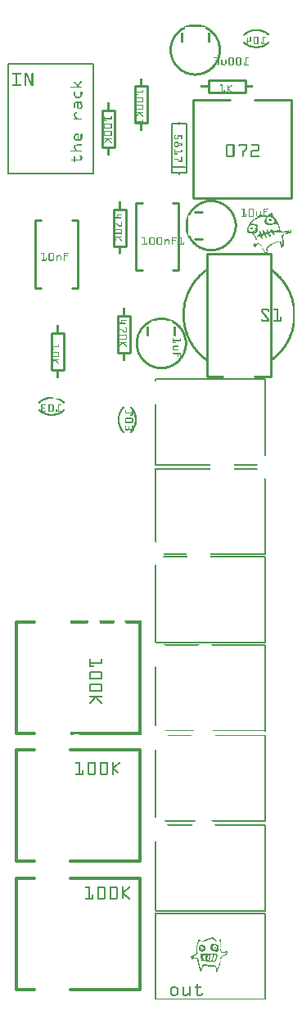
<source format=gto>
G04 MADE WITH FRITZING*
G04 WWW.FRITZING.ORG*
G04 DOUBLE SIDED*
G04 HOLES PLATED*
G04 CONTOUR ON CENTER OF CONTOUR VECTOR*
%ASAXBY*%
%FSLAX23Y23*%
%MOIN*%
%OFA0B0*%
%SFA1.0B1.0*%
%ADD10C,0.005000*%
%ADD11C,0.008000*%
%ADD12C,0.010000*%
%ADD13C,0.012500*%
%ADD14C,0.011000*%
%ADD15R,0.001000X0.001000*%
%LNSILK1*%
G90*
G70*
G54D10*
X619Y351D02*
X1062Y351D01*
D02*
X1063Y362D02*
X1063Y710D01*
D02*
X619Y362D02*
X1062Y362D01*
D02*
X1063Y1095D02*
X1063Y1444D01*
D02*
X1063Y727D02*
X1063Y1076D01*
D02*
X1063Y1456D02*
X1063Y1804D01*
D02*
X619Y1456D02*
X1062Y1456D01*
D02*
X619Y2527D02*
X1062Y2527D01*
D02*
X364Y3810D02*
X15Y3810D01*
D02*
X363Y3807D02*
X363Y3363D01*
D02*
X15Y3363D02*
X363Y3363D01*
D02*
X15Y3807D02*
X15Y3363D01*
G54D11*
D02*
X743Y3567D02*
X743Y3367D01*
D02*
X743Y3367D02*
X713Y3367D01*
D02*
X713Y3367D02*
X683Y3367D01*
D02*
X683Y3367D02*
X683Y3567D01*
D02*
X683Y3567D02*
X713Y3567D01*
D02*
X713Y3567D02*
X743Y3567D01*
D02*
X738Y3392D02*
X688Y3392D01*
G54D12*
D02*
X771Y3664D02*
X771Y3264D01*
D02*
X771Y3264D02*
X1171Y3264D01*
D02*
X1171Y3264D02*
X1171Y3664D01*
D02*
X771Y3664D02*
X921Y3664D01*
D02*
X1021Y3664D02*
X1171Y3664D01*
D02*
X192Y2565D02*
X192Y2715D01*
D02*
X192Y2715D02*
X242Y2715D01*
D02*
X242Y2715D02*
X242Y2565D01*
D02*
X242Y2565D02*
X192Y2565D01*
D02*
X982Y3695D02*
X832Y3695D01*
D02*
X832Y3695D02*
X832Y3745D01*
D02*
X832Y3745D02*
X982Y3745D01*
D02*
X982Y3745D02*
X982Y3695D01*
D02*
X583Y3720D02*
X583Y3570D01*
D02*
X583Y3570D02*
X533Y3570D01*
D02*
X533Y3570D02*
X533Y3720D01*
D02*
X533Y3720D02*
X583Y3720D01*
D02*
X399Y3472D02*
X399Y3622D01*
D02*
X399Y3622D02*
X449Y3622D01*
D02*
X449Y3622D02*
X449Y3472D01*
D02*
X449Y3472D02*
X399Y3472D01*
D02*
X497Y3219D02*
X497Y3069D01*
D02*
X497Y3069D02*
X447Y3069D01*
D02*
X447Y3069D02*
X447Y3219D01*
D02*
X447Y3219D02*
X497Y3219D01*
D02*
X512Y2786D02*
X512Y2636D01*
D02*
X512Y2636D02*
X462Y2636D01*
D02*
X462Y2636D02*
X462Y2786D01*
D02*
X462Y2786D02*
X512Y2786D01*
X686Y3245D02*
X711Y3245D01*
X711Y2970D01*
X686Y2970D01*
D02*
X562Y2970D02*
X536Y2970D01*
X536Y3245D01*
X562Y3245D01*
D02*
X276Y3174D02*
X301Y3174D01*
X301Y2898D01*
X276Y2898D01*
D02*
X151Y2898D02*
X126Y2898D01*
X126Y3174D01*
X151Y3174D01*
D02*
G54D13*
X122Y565D02*
X50Y565D01*
X50Y1018D01*
X122Y1018D01*
D02*
X270Y1018D02*
X553Y1018D01*
X553Y565D01*
X270Y565D01*
D02*
X122Y42D02*
X50Y42D01*
X50Y495D01*
X122Y495D01*
D02*
X270Y495D02*
X553Y495D01*
X553Y42D01*
X270Y42D01*
D02*
X122Y1084D02*
X50Y1084D01*
X50Y1537D01*
X122Y1537D01*
D02*
G54D12*
X891Y2539D02*
X826Y2539D01*
X826Y3039D01*
X1086Y3039D01*
X1086Y2539D01*
X1021Y2539D01*
D02*
G54D14*
X778Y3208D02*
X808Y3208D01*
D02*
X778Y3098D02*
X808Y3098D01*
D02*
G54D15*
X766Y3972D02*
X791Y3972D01*
X760Y3971D02*
X798Y3971D01*
X755Y3970D02*
X802Y3970D01*
X751Y3969D02*
X806Y3969D01*
X748Y3968D02*
X810Y3968D01*
X745Y3967D02*
X812Y3967D01*
X742Y3966D02*
X815Y3966D01*
X740Y3965D02*
X818Y3965D01*
X737Y3964D02*
X820Y3964D01*
X735Y3963D02*
X822Y3963D01*
X733Y3962D02*
X765Y3962D01*
X792Y3962D02*
X824Y3962D01*
X731Y3961D02*
X759Y3961D01*
X798Y3961D02*
X826Y3961D01*
X729Y3960D02*
X736Y3960D01*
X822Y3960D02*
X828Y3960D01*
X727Y3959D02*
X736Y3959D01*
X822Y3959D02*
X830Y3959D01*
X726Y3958D02*
X736Y3958D01*
X822Y3958D02*
X832Y3958D01*
X724Y3957D02*
X736Y3957D01*
X822Y3957D02*
X833Y3957D01*
X722Y3956D02*
X736Y3956D01*
X822Y3956D02*
X835Y3956D01*
X721Y3955D02*
X736Y3955D01*
X822Y3955D02*
X837Y3955D01*
X719Y3954D02*
X736Y3954D01*
X822Y3954D02*
X838Y3954D01*
X718Y3953D02*
X736Y3953D01*
X822Y3953D02*
X839Y3953D01*
X717Y3952D02*
X734Y3952D01*
X823Y3952D02*
X841Y3952D01*
X1019Y3952D02*
X1037Y3952D01*
X715Y3951D02*
X732Y3951D01*
X825Y3951D02*
X842Y3951D01*
X1012Y3951D02*
X1043Y3951D01*
X714Y3950D02*
X730Y3950D01*
X827Y3950D02*
X843Y3950D01*
X1008Y3950D02*
X1048Y3950D01*
X713Y3949D02*
X729Y3949D01*
X829Y3949D02*
X845Y3949D01*
X1005Y3949D02*
X1051Y3949D01*
X711Y3948D02*
X727Y3948D01*
X830Y3948D02*
X846Y3948D01*
X1001Y3948D02*
X1054Y3948D01*
X710Y3947D02*
X726Y3947D01*
X832Y3947D02*
X847Y3947D01*
X999Y3947D02*
X1057Y3947D01*
X709Y3946D02*
X724Y3946D01*
X833Y3946D02*
X848Y3946D01*
X996Y3946D02*
X1059Y3946D01*
X708Y3945D02*
X723Y3945D01*
X835Y3945D02*
X849Y3945D01*
X994Y3945D02*
X1024Y3945D01*
X1032Y3945D02*
X1062Y3945D01*
X707Y3944D02*
X721Y3944D01*
X836Y3944D02*
X850Y3944D01*
X992Y3944D02*
X1015Y3944D01*
X1041Y3944D02*
X1063Y3944D01*
X706Y3943D02*
X720Y3943D01*
X837Y3943D02*
X851Y3943D01*
X990Y3943D02*
X1010Y3943D01*
X1045Y3943D02*
X1065Y3943D01*
X705Y3942D02*
X719Y3942D01*
X839Y3942D02*
X852Y3942D01*
X988Y3942D02*
X1007Y3942D01*
X1049Y3942D02*
X1067Y3942D01*
X704Y3941D02*
X718Y3941D01*
X840Y3941D02*
X853Y3941D01*
X987Y3941D02*
X1004Y3941D01*
X1052Y3941D02*
X1069Y3941D01*
X703Y3940D02*
X716Y3940D01*
X841Y3940D02*
X854Y3940D01*
X985Y3940D02*
X1001Y3940D01*
X1054Y3940D02*
X1070Y3940D01*
X702Y3939D02*
X715Y3939D01*
X842Y3939D02*
X855Y3939D01*
X984Y3939D02*
X999Y3939D01*
X1057Y3939D02*
X1072Y3939D01*
X701Y3938D02*
X714Y3938D01*
X722Y3938D02*
X725Y3938D01*
X832Y3938D02*
X835Y3938D01*
X843Y3938D02*
X856Y3938D01*
X982Y3938D02*
X997Y3938D01*
X1059Y3938D02*
X1073Y3938D01*
X700Y3937D02*
X713Y3937D01*
X721Y3937D02*
X727Y3937D01*
X831Y3937D02*
X837Y3937D01*
X844Y3937D02*
X857Y3937D01*
X981Y3937D02*
X995Y3937D01*
X1061Y3937D02*
X1075Y3937D01*
X699Y3936D02*
X712Y3936D01*
X720Y3936D02*
X728Y3936D01*
X830Y3936D02*
X838Y3936D01*
X845Y3936D02*
X858Y3936D01*
X980Y3936D02*
X993Y3936D01*
X1063Y3936D02*
X1076Y3936D01*
X699Y3935D02*
X711Y3935D01*
X719Y3935D02*
X728Y3935D01*
X829Y3935D02*
X838Y3935D01*
X846Y3935D02*
X859Y3935D01*
X978Y3935D02*
X991Y3935D01*
X1065Y3935D02*
X1077Y3935D01*
X698Y3934D02*
X710Y3934D01*
X719Y3934D02*
X728Y3934D01*
X829Y3934D02*
X838Y3934D01*
X847Y3934D02*
X860Y3934D01*
X977Y3934D02*
X989Y3934D01*
X1066Y3934D02*
X1078Y3934D01*
X697Y3933D02*
X709Y3933D01*
X719Y3933D02*
X729Y3933D01*
X829Y3933D02*
X839Y3933D01*
X848Y3933D02*
X860Y3933D01*
X976Y3933D02*
X988Y3933D01*
X1068Y3933D02*
X1080Y3933D01*
X696Y3932D02*
X708Y3932D01*
X719Y3932D02*
X729Y3932D01*
X829Y3932D02*
X839Y3932D01*
X849Y3932D02*
X861Y3932D01*
X975Y3932D02*
X987Y3932D01*
X1069Y3932D02*
X1080Y3932D01*
X695Y3931D02*
X707Y3931D01*
X719Y3931D02*
X729Y3931D01*
X829Y3931D02*
X839Y3931D01*
X850Y3931D02*
X862Y3931D01*
X974Y3931D02*
X985Y3931D01*
X1070Y3931D02*
X1081Y3931D01*
X695Y3930D02*
X706Y3930D01*
X719Y3930D02*
X729Y3930D01*
X829Y3930D02*
X839Y3930D01*
X851Y3930D02*
X863Y3930D01*
X974Y3930D02*
X984Y3930D01*
X1072Y3930D02*
X1081Y3930D01*
X694Y3929D02*
X705Y3929D01*
X719Y3929D02*
X729Y3929D01*
X829Y3929D02*
X839Y3929D01*
X852Y3929D02*
X863Y3929D01*
X974Y3929D02*
X983Y3929D01*
X1073Y3929D02*
X1081Y3929D01*
X693Y3928D02*
X705Y3928D01*
X719Y3928D02*
X729Y3928D01*
X829Y3928D02*
X839Y3928D01*
X853Y3928D02*
X864Y3928D01*
X975Y3928D02*
X981Y3928D01*
X1074Y3928D02*
X1080Y3928D01*
X692Y3927D02*
X704Y3927D01*
X719Y3927D02*
X729Y3927D01*
X829Y3927D02*
X839Y3927D01*
X853Y3927D02*
X865Y3927D01*
X975Y3927D02*
X980Y3927D01*
X1075Y3927D02*
X1080Y3927D01*
X692Y3926D02*
X703Y3926D01*
X719Y3926D02*
X729Y3926D01*
X829Y3926D02*
X839Y3926D01*
X854Y3926D02*
X866Y3926D01*
X977Y3926D02*
X979Y3926D01*
X691Y3925D02*
X702Y3925D01*
X719Y3925D02*
X729Y3925D01*
X829Y3925D02*
X839Y3925D01*
X855Y3925D02*
X866Y3925D01*
X691Y3924D02*
X702Y3924D01*
X719Y3924D02*
X729Y3924D01*
X829Y3924D02*
X839Y3924D01*
X856Y3924D02*
X867Y3924D01*
X690Y3923D02*
X701Y3923D01*
X719Y3923D02*
X729Y3923D01*
X829Y3923D02*
X839Y3923D01*
X856Y3923D02*
X867Y3923D01*
X689Y3922D02*
X700Y3922D01*
X719Y3922D02*
X729Y3922D01*
X829Y3922D02*
X839Y3922D01*
X857Y3922D02*
X868Y3922D01*
X1002Y3922D02*
X1004Y3922D01*
X1018Y3922D02*
X1034Y3922D01*
X1054Y3922D02*
X1065Y3922D01*
X689Y3921D02*
X699Y3921D01*
X719Y3921D02*
X729Y3921D01*
X829Y3921D02*
X839Y3921D01*
X858Y3921D02*
X869Y3921D01*
X1001Y3921D02*
X1005Y3921D01*
X1017Y3921D02*
X1035Y3921D01*
X1054Y3921D02*
X1066Y3921D01*
X688Y3920D02*
X699Y3920D01*
X719Y3920D02*
X729Y3920D01*
X829Y3920D02*
X839Y3920D01*
X859Y3920D02*
X869Y3920D01*
X1001Y3920D02*
X1005Y3920D01*
X1016Y3920D02*
X1035Y3920D01*
X1054Y3920D02*
X1065Y3920D01*
X688Y3919D02*
X698Y3919D01*
X719Y3919D02*
X729Y3919D01*
X829Y3919D02*
X839Y3919D01*
X859Y3919D02*
X870Y3919D01*
X990Y3919D02*
X991Y3919D01*
X1001Y3919D02*
X1005Y3919D01*
X1016Y3919D02*
X1035Y3919D01*
X1054Y3919D02*
X1065Y3919D01*
X687Y3918D02*
X698Y3918D01*
X719Y3918D02*
X729Y3918D01*
X829Y3918D02*
X839Y3918D01*
X860Y3918D02*
X870Y3918D01*
X989Y3918D02*
X992Y3918D01*
X1001Y3918D02*
X1005Y3918D01*
X1016Y3918D02*
X1019Y3918D01*
X1032Y3918D02*
X1036Y3918D01*
X1054Y3918D02*
X1057Y3918D01*
X687Y3917D02*
X697Y3917D01*
X719Y3917D02*
X729Y3917D01*
X829Y3917D02*
X839Y3917D01*
X860Y3917D02*
X871Y3917D01*
X989Y3917D02*
X992Y3917D01*
X1001Y3917D02*
X1005Y3917D01*
X1016Y3917D02*
X1019Y3917D01*
X1032Y3917D02*
X1036Y3917D01*
X1054Y3917D02*
X1057Y3917D01*
X686Y3916D02*
X696Y3916D01*
X719Y3916D02*
X729Y3916D01*
X829Y3916D02*
X839Y3916D01*
X861Y3916D02*
X871Y3916D01*
X989Y3916D02*
X992Y3916D01*
X1001Y3916D02*
X1005Y3916D01*
X1016Y3916D02*
X1019Y3916D01*
X1032Y3916D02*
X1036Y3916D01*
X1054Y3916D02*
X1057Y3916D01*
X686Y3915D02*
X696Y3915D01*
X719Y3915D02*
X729Y3915D01*
X829Y3915D02*
X839Y3915D01*
X862Y3915D02*
X872Y3915D01*
X989Y3915D02*
X992Y3915D01*
X1001Y3915D02*
X1005Y3915D01*
X1016Y3915D02*
X1019Y3915D01*
X1032Y3915D02*
X1036Y3915D01*
X1054Y3915D02*
X1057Y3915D01*
X685Y3914D02*
X695Y3914D01*
X719Y3914D02*
X729Y3914D01*
X829Y3914D02*
X839Y3914D01*
X862Y3914D02*
X872Y3914D01*
X989Y3914D02*
X992Y3914D01*
X1001Y3914D02*
X1005Y3914D01*
X1016Y3914D02*
X1019Y3914D01*
X1032Y3914D02*
X1036Y3914D01*
X1054Y3914D02*
X1057Y3914D01*
X685Y3913D02*
X694Y3913D01*
X719Y3913D02*
X729Y3913D01*
X829Y3913D02*
X839Y3913D01*
X863Y3913D02*
X873Y3913D01*
X989Y3913D02*
X992Y3913D01*
X1001Y3913D02*
X1005Y3913D01*
X1016Y3913D02*
X1019Y3913D01*
X1032Y3913D02*
X1036Y3913D01*
X1054Y3913D02*
X1057Y3913D01*
X684Y3912D02*
X694Y3912D01*
X719Y3912D02*
X729Y3912D01*
X829Y3912D02*
X839Y3912D01*
X863Y3912D02*
X873Y3912D01*
X989Y3912D02*
X992Y3912D01*
X1001Y3912D02*
X1005Y3912D01*
X1016Y3912D02*
X1019Y3912D01*
X1032Y3912D02*
X1036Y3912D01*
X1054Y3912D02*
X1057Y3912D01*
X684Y3911D02*
X694Y3911D01*
X719Y3911D02*
X729Y3911D01*
X829Y3911D02*
X839Y3911D01*
X864Y3911D02*
X874Y3911D01*
X989Y3911D02*
X992Y3911D01*
X1001Y3911D02*
X1005Y3911D01*
X1016Y3911D02*
X1019Y3911D01*
X1032Y3911D02*
X1036Y3911D01*
X1054Y3911D02*
X1057Y3911D01*
X683Y3910D02*
X693Y3910D01*
X719Y3910D02*
X729Y3910D01*
X829Y3910D02*
X839Y3910D01*
X864Y3910D02*
X874Y3910D01*
X989Y3910D02*
X992Y3910D01*
X1001Y3910D02*
X1005Y3910D01*
X1016Y3910D02*
X1019Y3910D01*
X1032Y3910D02*
X1036Y3910D01*
X1054Y3910D02*
X1057Y3910D01*
X683Y3909D02*
X693Y3909D01*
X719Y3909D02*
X729Y3909D01*
X829Y3909D02*
X839Y3909D01*
X865Y3909D02*
X875Y3909D01*
X989Y3909D02*
X992Y3909D01*
X1001Y3909D02*
X1005Y3909D01*
X1016Y3909D02*
X1019Y3909D01*
X1032Y3909D02*
X1036Y3909D01*
X1054Y3909D02*
X1057Y3909D01*
X682Y3908D02*
X692Y3908D01*
X719Y3908D02*
X729Y3908D01*
X829Y3908D02*
X839Y3908D01*
X865Y3908D02*
X875Y3908D01*
X989Y3908D02*
X992Y3908D01*
X1001Y3908D02*
X1005Y3908D01*
X1016Y3908D02*
X1019Y3908D01*
X1032Y3908D02*
X1036Y3908D01*
X1054Y3908D02*
X1057Y3908D01*
X682Y3907D02*
X692Y3907D01*
X719Y3907D02*
X729Y3907D01*
X829Y3907D02*
X839Y3907D01*
X866Y3907D02*
X875Y3907D01*
X989Y3907D02*
X992Y3907D01*
X1001Y3907D02*
X1005Y3907D01*
X1016Y3907D02*
X1019Y3907D01*
X1032Y3907D02*
X1036Y3907D01*
X1054Y3907D02*
X1057Y3907D01*
X681Y3906D02*
X691Y3906D01*
X719Y3906D02*
X729Y3906D01*
X829Y3906D02*
X839Y3906D01*
X866Y3906D02*
X876Y3906D01*
X989Y3906D02*
X992Y3906D01*
X1001Y3906D02*
X1005Y3906D01*
X1016Y3906D02*
X1019Y3906D01*
X1032Y3906D02*
X1036Y3906D01*
X1054Y3906D02*
X1057Y3906D01*
X681Y3905D02*
X691Y3905D01*
X719Y3905D02*
X729Y3905D01*
X829Y3905D02*
X839Y3905D01*
X867Y3905D02*
X876Y3905D01*
X988Y3905D02*
X1005Y3905D01*
X1016Y3905D02*
X1019Y3905D01*
X1032Y3905D02*
X1036Y3905D01*
X1054Y3905D02*
X1057Y3905D01*
X681Y3904D02*
X690Y3904D01*
X719Y3904D02*
X729Y3904D01*
X829Y3904D02*
X839Y3904D01*
X867Y3904D02*
X877Y3904D01*
X987Y3904D02*
X1005Y3904D01*
X1016Y3904D02*
X1019Y3904D01*
X1032Y3904D02*
X1036Y3904D01*
X1054Y3904D02*
X1057Y3904D01*
X680Y3903D02*
X690Y3903D01*
X719Y3903D02*
X729Y3903D01*
X829Y3903D02*
X839Y3903D01*
X867Y3903D02*
X877Y3903D01*
X987Y3903D02*
X1005Y3903D01*
X1016Y3903D02*
X1019Y3903D01*
X1032Y3903D02*
X1036Y3903D01*
X1054Y3903D02*
X1057Y3903D01*
X680Y3902D02*
X690Y3902D01*
X719Y3902D02*
X729Y3902D01*
X829Y3902D02*
X838Y3902D01*
X868Y3902D02*
X877Y3902D01*
X987Y3902D02*
X1005Y3902D01*
X1016Y3902D02*
X1019Y3902D01*
X1032Y3902D02*
X1036Y3902D01*
X1046Y3902D02*
X1049Y3902D01*
X1054Y3902D02*
X1057Y3902D01*
X1077Y3902D02*
X1078Y3902D01*
X680Y3901D02*
X689Y3901D01*
X719Y3901D02*
X728Y3901D01*
X829Y3901D02*
X838Y3901D01*
X868Y3901D02*
X878Y3901D01*
X976Y3901D02*
X980Y3901D01*
X988Y3901D02*
X1004Y3901D01*
X1016Y3901D02*
X1019Y3901D01*
X1032Y3901D02*
X1036Y3901D01*
X1046Y3901D02*
X1049Y3901D01*
X1054Y3901D02*
X1057Y3901D01*
X1076Y3901D02*
X1080Y3901D01*
X679Y3900D02*
X689Y3900D01*
X720Y3900D02*
X728Y3900D01*
X830Y3900D02*
X838Y3900D01*
X869Y3900D02*
X878Y3900D01*
X975Y3900D02*
X981Y3900D01*
X989Y3900D02*
X992Y3900D01*
X1016Y3900D02*
X1019Y3900D01*
X1032Y3900D02*
X1036Y3900D01*
X1046Y3900D02*
X1049Y3900D01*
X1054Y3900D02*
X1057Y3900D01*
X1074Y3900D02*
X1081Y3900D01*
X679Y3899D02*
X688Y3899D01*
X720Y3899D02*
X727Y3899D01*
X830Y3899D02*
X837Y3899D01*
X869Y3899D02*
X878Y3899D01*
X975Y3899D02*
X982Y3899D01*
X989Y3899D02*
X992Y3899D01*
X1016Y3899D02*
X1019Y3899D01*
X1032Y3899D02*
X1036Y3899D01*
X1046Y3899D02*
X1049Y3899D01*
X1054Y3899D02*
X1057Y3899D01*
X1073Y3899D02*
X1081Y3899D01*
X679Y3898D02*
X688Y3898D01*
X722Y3898D02*
X726Y3898D01*
X832Y3898D02*
X836Y3898D01*
X869Y3898D02*
X879Y3898D01*
X975Y3898D02*
X984Y3898D01*
X989Y3898D02*
X992Y3898D01*
X1016Y3898D02*
X1019Y3898D01*
X1032Y3898D02*
X1036Y3898D01*
X1046Y3898D02*
X1049Y3898D01*
X1054Y3898D02*
X1057Y3898D01*
X1072Y3898D02*
X1081Y3898D01*
X678Y3897D02*
X688Y3897D01*
X870Y3897D02*
X879Y3897D01*
X975Y3897D02*
X985Y3897D01*
X989Y3897D02*
X992Y3897D01*
X1016Y3897D02*
X1019Y3897D01*
X1032Y3897D02*
X1036Y3897D01*
X1046Y3897D02*
X1049Y3897D01*
X1054Y3897D02*
X1057Y3897D01*
X1071Y3897D02*
X1081Y3897D01*
X678Y3896D02*
X687Y3896D01*
X870Y3896D02*
X879Y3896D01*
X975Y3896D02*
X986Y3896D01*
X989Y3896D02*
X992Y3896D01*
X1016Y3896D02*
X1019Y3896D01*
X1032Y3896D02*
X1036Y3896D01*
X1046Y3896D02*
X1049Y3896D01*
X1054Y3896D02*
X1057Y3896D01*
X1069Y3896D02*
X1081Y3896D01*
X678Y3895D02*
X687Y3895D01*
X870Y3895D02*
X880Y3895D01*
X976Y3895D02*
X992Y3895D01*
X1016Y3895D02*
X1019Y3895D01*
X1032Y3895D02*
X1036Y3895D01*
X1046Y3895D02*
X1049Y3895D01*
X1054Y3895D02*
X1057Y3895D01*
X1068Y3895D02*
X1080Y3895D01*
X678Y3894D02*
X687Y3894D01*
X871Y3894D02*
X880Y3894D01*
X977Y3894D02*
X992Y3894D01*
X1016Y3894D02*
X1035Y3894D01*
X1046Y3894D02*
X1079Y3894D01*
X677Y3893D02*
X686Y3893D01*
X871Y3893D02*
X880Y3893D01*
X978Y3893D02*
X992Y3893D01*
X1016Y3893D02*
X1035Y3893D01*
X1046Y3893D02*
X1077Y3893D01*
X677Y3892D02*
X686Y3892D01*
X871Y3892D02*
X880Y3892D01*
X979Y3892D02*
X993Y3892D01*
X1017Y3892D02*
X1035Y3892D01*
X1046Y3892D02*
X1076Y3892D01*
X677Y3891D02*
X686Y3891D01*
X871Y3891D02*
X881Y3891D01*
X981Y3891D02*
X994Y3891D01*
X1018Y3891D02*
X1033Y3891D01*
X1047Y3891D02*
X1075Y3891D01*
X677Y3890D02*
X686Y3890D01*
X872Y3890D02*
X881Y3890D01*
X982Y3890D02*
X996Y3890D01*
X1059Y3890D02*
X1074Y3890D01*
X676Y3889D02*
X686Y3889D01*
X872Y3889D02*
X881Y3889D01*
X983Y3889D02*
X998Y3889D01*
X1057Y3889D02*
X1072Y3889D01*
X676Y3888D02*
X685Y3888D01*
X872Y3888D02*
X881Y3888D01*
X985Y3888D02*
X1001Y3888D01*
X1055Y3888D02*
X1071Y3888D01*
X676Y3887D02*
X685Y3887D01*
X872Y3887D02*
X881Y3887D01*
X986Y3887D02*
X1003Y3887D01*
X1052Y3887D02*
X1069Y3887D01*
X676Y3886D02*
X685Y3886D01*
X872Y3886D02*
X882Y3886D01*
X988Y3886D02*
X1006Y3886D01*
X1049Y3886D02*
X1067Y3886D01*
X676Y3885D02*
X685Y3885D01*
X873Y3885D02*
X882Y3885D01*
X990Y3885D02*
X1010Y3885D01*
X1046Y3885D02*
X1066Y3885D01*
X675Y3884D02*
X685Y3884D01*
X873Y3884D02*
X882Y3884D01*
X992Y3884D02*
X1014Y3884D01*
X1042Y3884D02*
X1064Y3884D01*
X675Y3883D02*
X684Y3883D01*
X873Y3883D02*
X882Y3883D01*
X994Y3883D02*
X1021Y3883D01*
X1035Y3883D02*
X1062Y3883D01*
X675Y3882D02*
X684Y3882D01*
X873Y3882D02*
X882Y3882D01*
X996Y3882D02*
X1060Y3882D01*
X675Y3881D02*
X684Y3881D01*
X873Y3881D02*
X882Y3881D01*
X998Y3881D02*
X1057Y3881D01*
X675Y3880D02*
X684Y3880D01*
X873Y3880D02*
X882Y3880D01*
X1001Y3880D02*
X1055Y3880D01*
X675Y3879D02*
X684Y3879D01*
X874Y3879D02*
X883Y3879D01*
X1004Y3879D02*
X1052Y3879D01*
X675Y3878D02*
X684Y3878D01*
X874Y3878D02*
X883Y3878D01*
X1007Y3878D02*
X1048Y3878D01*
X675Y3877D02*
X684Y3877D01*
X874Y3877D02*
X883Y3877D01*
X1012Y3877D02*
X1044Y3877D01*
X675Y3876D02*
X684Y3876D01*
X874Y3876D02*
X883Y3876D01*
X1017Y3876D02*
X1038Y3876D01*
X674Y3875D02*
X683Y3875D01*
X874Y3875D02*
X883Y3875D01*
X674Y3874D02*
X683Y3874D01*
X874Y3874D02*
X883Y3874D01*
X674Y3873D02*
X683Y3873D01*
X874Y3873D02*
X883Y3873D01*
X674Y3872D02*
X683Y3872D01*
X874Y3872D02*
X883Y3872D01*
X674Y3871D02*
X683Y3871D01*
X874Y3871D02*
X883Y3871D01*
X674Y3870D02*
X683Y3870D01*
X874Y3870D02*
X883Y3870D01*
X674Y3869D02*
X683Y3869D01*
X874Y3869D02*
X883Y3869D01*
X674Y3868D02*
X683Y3868D01*
X874Y3868D02*
X883Y3868D01*
X674Y3867D02*
X683Y3867D01*
X874Y3867D02*
X883Y3867D01*
X674Y3866D02*
X683Y3866D01*
X874Y3866D02*
X883Y3866D01*
X674Y3865D02*
X683Y3865D01*
X874Y3865D02*
X883Y3865D01*
X674Y3864D02*
X683Y3864D01*
X874Y3864D02*
X883Y3864D01*
X674Y3863D02*
X683Y3863D01*
X874Y3863D02*
X883Y3863D01*
X674Y3862D02*
X683Y3862D01*
X874Y3862D02*
X883Y3862D01*
X674Y3861D02*
X683Y3861D01*
X874Y3861D02*
X883Y3861D01*
X675Y3860D02*
X684Y3860D01*
X874Y3860D02*
X883Y3860D01*
X675Y3859D02*
X684Y3859D01*
X874Y3859D02*
X883Y3859D01*
X675Y3858D02*
X684Y3858D01*
X874Y3858D02*
X883Y3858D01*
X675Y3857D02*
X684Y3857D01*
X874Y3857D02*
X883Y3857D01*
X675Y3856D02*
X684Y3856D01*
X873Y3856D02*
X882Y3856D01*
X675Y3855D02*
X684Y3855D01*
X873Y3855D02*
X882Y3855D01*
X675Y3854D02*
X684Y3854D01*
X873Y3854D02*
X882Y3854D01*
X675Y3853D02*
X684Y3853D01*
X873Y3853D02*
X882Y3853D01*
X675Y3852D02*
X684Y3852D01*
X873Y3852D02*
X882Y3852D01*
X676Y3851D02*
X685Y3851D01*
X873Y3851D02*
X882Y3851D01*
X676Y3850D02*
X685Y3850D01*
X873Y3850D02*
X882Y3850D01*
X676Y3849D02*
X685Y3849D01*
X872Y3849D02*
X881Y3849D01*
X676Y3848D02*
X685Y3848D01*
X872Y3848D02*
X881Y3848D01*
X676Y3847D02*
X685Y3847D01*
X872Y3847D02*
X881Y3847D01*
X677Y3846D02*
X686Y3846D01*
X872Y3846D02*
X881Y3846D01*
X677Y3845D02*
X686Y3845D01*
X871Y3845D02*
X881Y3845D01*
X677Y3844D02*
X686Y3844D01*
X871Y3844D02*
X880Y3844D01*
X677Y3843D02*
X686Y3843D01*
X871Y3843D02*
X880Y3843D01*
X677Y3842D02*
X687Y3842D01*
X871Y3842D02*
X880Y3842D01*
X678Y3841D02*
X687Y3841D01*
X870Y3841D02*
X880Y3841D01*
X678Y3840D02*
X687Y3840D01*
X870Y3840D02*
X879Y3840D01*
X678Y3839D02*
X688Y3839D01*
X870Y3839D02*
X879Y3839D01*
X679Y3838D02*
X688Y3838D01*
X869Y3838D02*
X879Y3838D01*
X679Y3837D02*
X688Y3837D01*
X855Y3837D02*
X878Y3837D01*
X917Y3837D02*
X933Y3837D01*
X947Y3837D02*
X964Y3837D01*
X984Y3837D02*
X995Y3837D01*
X679Y3836D02*
X689Y3836D01*
X855Y3836D02*
X878Y3836D01*
X916Y3836D02*
X934Y3836D01*
X946Y3836D02*
X964Y3836D01*
X984Y3836D02*
X995Y3836D01*
X680Y3835D02*
X689Y3835D01*
X855Y3835D02*
X878Y3835D01*
X916Y3835D02*
X935Y3835D01*
X946Y3835D02*
X965Y3835D01*
X984Y3835D02*
X995Y3835D01*
X680Y3834D02*
X689Y3834D01*
X856Y3834D02*
X877Y3834D01*
X915Y3834D02*
X935Y3834D01*
X946Y3834D02*
X965Y3834D01*
X984Y3834D02*
X994Y3834D01*
X680Y3833D02*
X690Y3833D01*
X868Y3833D02*
X877Y3833D01*
X915Y3833D02*
X919Y3833D01*
X932Y3833D02*
X935Y3833D01*
X945Y3833D02*
X949Y3833D01*
X962Y3833D02*
X965Y3833D01*
X984Y3833D02*
X987Y3833D01*
X681Y3832D02*
X690Y3832D01*
X867Y3832D02*
X877Y3832D01*
X915Y3832D02*
X919Y3832D01*
X932Y3832D02*
X935Y3832D01*
X945Y3832D02*
X949Y3832D01*
X962Y3832D02*
X965Y3832D01*
X984Y3832D02*
X987Y3832D01*
X681Y3831D02*
X691Y3831D01*
X867Y3831D02*
X876Y3831D01*
X915Y3831D02*
X919Y3831D01*
X932Y3831D02*
X935Y3831D01*
X945Y3831D02*
X949Y3831D01*
X962Y3831D02*
X965Y3831D01*
X984Y3831D02*
X987Y3831D01*
X681Y3830D02*
X691Y3830D01*
X866Y3830D02*
X876Y3830D01*
X915Y3830D02*
X919Y3830D01*
X932Y3830D02*
X935Y3830D01*
X945Y3830D02*
X949Y3830D01*
X962Y3830D02*
X965Y3830D01*
X984Y3830D02*
X987Y3830D01*
X682Y3829D02*
X691Y3829D01*
X866Y3829D02*
X876Y3829D01*
X887Y3829D02*
X887Y3829D01*
X903Y3829D02*
X903Y3829D01*
X915Y3829D02*
X919Y3829D01*
X932Y3829D02*
X935Y3829D01*
X945Y3829D02*
X949Y3829D01*
X962Y3829D02*
X965Y3829D01*
X984Y3829D02*
X987Y3829D01*
X682Y3828D02*
X692Y3828D01*
X865Y3828D02*
X875Y3828D01*
X886Y3828D02*
X888Y3828D01*
X902Y3828D02*
X904Y3828D01*
X915Y3828D02*
X919Y3828D01*
X932Y3828D02*
X935Y3828D01*
X945Y3828D02*
X949Y3828D01*
X962Y3828D02*
X965Y3828D01*
X984Y3828D02*
X987Y3828D01*
X683Y3827D02*
X692Y3827D01*
X860Y3827D02*
X875Y3827D01*
X885Y3827D02*
X889Y3827D01*
X901Y3827D02*
X905Y3827D01*
X915Y3827D02*
X919Y3827D01*
X932Y3827D02*
X935Y3827D01*
X945Y3827D02*
X949Y3827D01*
X962Y3827D02*
X965Y3827D01*
X984Y3827D02*
X987Y3827D01*
X683Y3826D02*
X693Y3826D01*
X859Y3826D02*
X875Y3826D01*
X885Y3826D02*
X889Y3826D01*
X901Y3826D02*
X905Y3826D01*
X915Y3826D02*
X919Y3826D01*
X932Y3826D02*
X935Y3826D01*
X945Y3826D02*
X949Y3826D01*
X962Y3826D02*
X965Y3826D01*
X984Y3826D02*
X987Y3826D01*
X684Y3825D02*
X693Y3825D01*
X859Y3825D02*
X875Y3825D01*
X885Y3825D02*
X889Y3825D01*
X901Y3825D02*
X905Y3825D01*
X915Y3825D02*
X919Y3825D01*
X932Y3825D02*
X935Y3825D01*
X945Y3825D02*
X949Y3825D01*
X962Y3825D02*
X965Y3825D01*
X984Y3825D02*
X987Y3825D01*
X684Y3824D02*
X694Y3824D01*
X860Y3824D02*
X875Y3824D01*
X885Y3824D02*
X889Y3824D01*
X901Y3824D02*
X905Y3824D01*
X915Y3824D02*
X919Y3824D01*
X932Y3824D02*
X935Y3824D01*
X945Y3824D02*
X949Y3824D01*
X962Y3824D02*
X965Y3824D01*
X984Y3824D02*
X987Y3824D01*
X684Y3823D02*
X694Y3823D01*
X863Y3823D02*
X875Y3823D01*
X885Y3823D02*
X889Y3823D01*
X901Y3823D02*
X905Y3823D01*
X915Y3823D02*
X919Y3823D01*
X932Y3823D02*
X935Y3823D01*
X945Y3823D02*
X949Y3823D01*
X962Y3823D02*
X965Y3823D01*
X984Y3823D02*
X987Y3823D01*
X685Y3822D02*
X695Y3822D01*
X862Y3822D02*
X875Y3822D01*
X885Y3822D02*
X889Y3822D01*
X901Y3822D02*
X905Y3822D01*
X915Y3822D02*
X919Y3822D01*
X932Y3822D02*
X935Y3822D01*
X945Y3822D02*
X949Y3822D01*
X962Y3822D02*
X965Y3822D01*
X984Y3822D02*
X987Y3822D01*
X685Y3821D02*
X696Y3821D01*
X862Y3821D02*
X875Y3821D01*
X885Y3821D02*
X889Y3821D01*
X901Y3821D02*
X905Y3821D01*
X915Y3821D02*
X919Y3821D01*
X932Y3821D02*
X935Y3821D01*
X945Y3821D02*
X949Y3821D01*
X962Y3821D02*
X965Y3821D01*
X984Y3821D02*
X987Y3821D01*
X686Y3820D02*
X696Y3820D01*
X861Y3820D02*
X875Y3820D01*
X885Y3820D02*
X889Y3820D01*
X901Y3820D02*
X905Y3820D01*
X915Y3820D02*
X919Y3820D01*
X932Y3820D02*
X935Y3820D01*
X945Y3820D02*
X949Y3820D01*
X962Y3820D02*
X965Y3820D01*
X984Y3820D02*
X987Y3820D01*
X686Y3819D02*
X697Y3819D01*
X861Y3819D02*
X875Y3819D01*
X885Y3819D02*
X889Y3819D01*
X901Y3819D02*
X905Y3819D01*
X915Y3819D02*
X919Y3819D01*
X932Y3819D02*
X935Y3819D01*
X945Y3819D02*
X949Y3819D01*
X962Y3819D02*
X965Y3819D01*
X984Y3819D02*
X987Y3819D01*
X687Y3818D02*
X697Y3818D01*
X860Y3818D02*
X870Y3818D01*
X872Y3818D02*
X875Y3818D01*
X885Y3818D02*
X889Y3818D01*
X901Y3818D02*
X905Y3818D01*
X915Y3818D02*
X919Y3818D01*
X932Y3818D02*
X935Y3818D01*
X945Y3818D02*
X949Y3818D01*
X962Y3818D02*
X965Y3818D01*
X977Y3818D02*
X977Y3818D01*
X984Y3818D02*
X987Y3818D01*
X687Y3817D02*
X698Y3817D01*
X859Y3817D02*
X870Y3817D01*
X872Y3817D02*
X875Y3817D01*
X885Y3817D02*
X889Y3817D01*
X901Y3817D02*
X905Y3817D01*
X915Y3817D02*
X919Y3817D01*
X932Y3817D02*
X935Y3817D01*
X945Y3817D02*
X949Y3817D01*
X962Y3817D02*
X965Y3817D01*
X976Y3817D02*
X978Y3817D01*
X984Y3817D02*
X987Y3817D01*
X688Y3816D02*
X699Y3816D01*
X859Y3816D02*
X869Y3816D01*
X872Y3816D02*
X875Y3816D01*
X885Y3816D02*
X889Y3816D01*
X901Y3816D02*
X905Y3816D01*
X915Y3816D02*
X919Y3816D01*
X932Y3816D02*
X935Y3816D01*
X945Y3816D02*
X949Y3816D01*
X962Y3816D02*
X965Y3816D01*
X976Y3816D02*
X979Y3816D01*
X984Y3816D02*
X987Y3816D01*
X689Y3815D02*
X699Y3815D01*
X858Y3815D02*
X869Y3815D01*
X872Y3815D02*
X875Y3815D01*
X885Y3815D02*
X889Y3815D01*
X901Y3815D02*
X905Y3815D01*
X915Y3815D02*
X919Y3815D01*
X932Y3815D02*
X935Y3815D01*
X945Y3815D02*
X949Y3815D01*
X962Y3815D02*
X965Y3815D01*
X976Y3815D02*
X979Y3815D01*
X984Y3815D02*
X987Y3815D01*
X689Y3814D02*
X700Y3814D01*
X857Y3814D02*
X868Y3814D01*
X872Y3814D02*
X875Y3814D01*
X885Y3814D02*
X889Y3814D01*
X901Y3814D02*
X905Y3814D01*
X915Y3814D02*
X919Y3814D01*
X932Y3814D02*
X935Y3814D01*
X945Y3814D02*
X949Y3814D01*
X962Y3814D02*
X965Y3814D01*
X976Y3814D02*
X979Y3814D01*
X984Y3814D02*
X987Y3814D01*
X690Y3813D02*
X701Y3813D01*
X857Y3813D02*
X867Y3813D01*
X872Y3813D02*
X875Y3813D01*
X885Y3813D02*
X890Y3813D01*
X901Y3813D02*
X905Y3813D01*
X915Y3813D02*
X919Y3813D01*
X932Y3813D02*
X935Y3813D01*
X945Y3813D02*
X949Y3813D01*
X962Y3813D02*
X965Y3813D01*
X976Y3813D02*
X979Y3813D01*
X984Y3813D02*
X987Y3813D01*
X690Y3812D02*
X701Y3812D01*
X856Y3812D02*
X867Y3812D01*
X872Y3812D02*
X875Y3812D01*
X885Y3812D02*
X892Y3812D01*
X901Y3812D02*
X905Y3812D01*
X915Y3812D02*
X919Y3812D01*
X932Y3812D02*
X935Y3812D01*
X945Y3812D02*
X949Y3812D01*
X962Y3812D02*
X965Y3812D01*
X976Y3812D02*
X979Y3812D01*
X984Y3812D02*
X987Y3812D01*
X691Y3811D02*
X702Y3811D01*
X855Y3811D02*
X866Y3811D01*
X872Y3811D02*
X875Y3811D01*
X885Y3811D02*
X893Y3811D01*
X901Y3811D02*
X905Y3811D01*
X915Y3811D02*
X919Y3811D01*
X932Y3811D02*
X935Y3811D01*
X945Y3811D02*
X949Y3811D01*
X962Y3811D02*
X965Y3811D01*
X976Y3811D02*
X979Y3811D01*
X984Y3811D02*
X987Y3811D01*
X692Y3810D02*
X703Y3810D01*
X854Y3810D02*
X866Y3810D01*
X872Y3810D02*
X875Y3810D01*
X885Y3810D02*
X895Y3810D01*
X900Y3810D02*
X904Y3810D01*
X915Y3810D02*
X919Y3810D01*
X932Y3810D02*
X935Y3810D01*
X945Y3810D02*
X949Y3810D01*
X962Y3810D02*
X965Y3810D01*
X976Y3810D02*
X979Y3810D01*
X984Y3810D02*
X987Y3810D01*
X692Y3809D02*
X704Y3809D01*
X854Y3809D02*
X865Y3809D01*
X872Y3809D02*
X875Y3809D01*
X885Y3809D02*
X904Y3809D01*
X915Y3809D02*
X935Y3809D01*
X946Y3809D02*
X965Y3809D01*
X976Y3809D02*
X995Y3809D01*
X693Y3808D02*
X704Y3808D01*
X853Y3808D02*
X864Y3808D01*
X872Y3808D02*
X875Y3808D01*
X885Y3808D02*
X889Y3808D01*
X891Y3808D02*
X903Y3808D01*
X916Y3808D02*
X935Y3808D01*
X946Y3808D02*
X965Y3808D01*
X976Y3808D02*
X995Y3808D01*
X694Y3807D02*
X705Y3807D01*
X852Y3807D02*
X864Y3807D01*
X872Y3807D02*
X875Y3807D01*
X886Y3807D02*
X889Y3807D01*
X893Y3807D02*
X903Y3807D01*
X916Y3807D02*
X934Y3807D01*
X947Y3807D02*
X964Y3807D01*
X976Y3807D02*
X995Y3807D01*
X695Y3806D02*
X706Y3806D01*
X851Y3806D02*
X863Y3806D01*
X872Y3806D02*
X874Y3806D01*
X886Y3806D02*
X888Y3806D01*
X895Y3806D02*
X901Y3806D01*
X918Y3806D02*
X933Y3806D01*
X948Y3806D02*
X963Y3806D01*
X976Y3806D02*
X995Y3806D01*
X695Y3805D02*
X707Y3805D01*
X850Y3805D02*
X862Y3805D01*
X696Y3804D02*
X708Y3804D01*
X849Y3804D02*
X861Y3804D01*
X697Y3803D02*
X709Y3803D01*
X848Y3803D02*
X861Y3803D01*
X698Y3802D02*
X710Y3802D01*
X848Y3802D02*
X860Y3802D01*
X698Y3801D02*
X711Y3801D01*
X847Y3801D02*
X859Y3801D01*
X699Y3800D02*
X712Y3800D01*
X846Y3800D02*
X858Y3800D01*
X700Y3799D02*
X713Y3799D01*
X844Y3799D02*
X857Y3799D01*
X701Y3798D02*
X714Y3798D01*
X843Y3798D02*
X856Y3798D01*
X702Y3797D02*
X715Y3797D01*
X842Y3797D02*
X855Y3797D01*
X703Y3796D02*
X716Y3796D01*
X841Y3796D02*
X855Y3796D01*
X704Y3795D02*
X717Y3795D01*
X840Y3795D02*
X854Y3795D01*
X705Y3794D02*
X718Y3794D01*
X839Y3794D02*
X853Y3794D01*
X706Y3793D02*
X720Y3793D01*
X838Y3793D02*
X852Y3793D01*
X707Y3792D02*
X721Y3792D01*
X836Y3792D02*
X851Y3792D01*
X708Y3791D02*
X722Y3791D01*
X835Y3791D02*
X849Y3791D01*
X709Y3790D02*
X724Y3790D01*
X834Y3790D02*
X848Y3790D01*
X710Y3789D02*
X725Y3789D01*
X832Y3789D02*
X847Y3789D01*
X711Y3788D02*
X727Y3788D01*
X831Y3788D02*
X846Y3788D01*
X712Y3787D02*
X728Y3787D01*
X829Y3787D02*
X845Y3787D01*
X714Y3786D02*
X730Y3786D01*
X827Y3786D02*
X844Y3786D01*
X715Y3785D02*
X732Y3785D01*
X826Y3785D02*
X842Y3785D01*
X716Y3784D02*
X733Y3784D01*
X824Y3784D02*
X841Y3784D01*
X718Y3783D02*
X735Y3783D01*
X822Y3783D02*
X840Y3783D01*
X719Y3782D02*
X738Y3782D01*
X820Y3782D02*
X838Y3782D01*
X720Y3781D02*
X740Y3781D01*
X818Y3781D02*
X837Y3781D01*
X722Y3780D02*
X742Y3780D01*
X815Y3780D02*
X835Y3780D01*
X724Y3779D02*
X745Y3779D01*
X813Y3779D02*
X834Y3779D01*
X725Y3778D02*
X747Y3778D01*
X810Y3778D02*
X832Y3778D01*
X727Y3777D02*
X750Y3777D01*
X807Y3777D02*
X830Y3777D01*
X729Y3776D02*
X754Y3776D01*
X804Y3776D02*
X829Y3776D01*
X730Y3775D02*
X758Y3775D01*
X799Y3775D02*
X827Y3775D01*
X36Y3774D02*
X67Y3774D01*
X85Y3774D02*
X93Y3774D01*
X114Y3774D02*
X117Y3774D01*
X733Y3774D02*
X763Y3774D01*
X794Y3774D02*
X825Y3774D01*
X35Y3773D02*
X68Y3773D01*
X85Y3773D02*
X94Y3773D01*
X113Y3773D02*
X118Y3773D01*
X735Y3773D02*
X774Y3773D01*
X784Y3773D02*
X823Y3773D01*
X35Y3772D02*
X68Y3772D01*
X85Y3772D02*
X94Y3772D01*
X112Y3772D02*
X118Y3772D01*
X737Y3772D02*
X821Y3772D01*
X35Y3771D02*
X68Y3771D01*
X85Y3771D02*
X95Y3771D01*
X112Y3771D02*
X118Y3771D01*
X739Y3771D02*
X818Y3771D01*
X35Y3770D02*
X68Y3770D01*
X85Y3770D02*
X95Y3770D01*
X112Y3770D02*
X118Y3770D01*
X741Y3770D02*
X816Y3770D01*
X36Y3769D02*
X67Y3769D01*
X85Y3769D02*
X96Y3769D01*
X112Y3769D02*
X118Y3769D01*
X744Y3769D02*
X813Y3769D01*
X38Y3768D02*
X65Y3768D01*
X85Y3768D02*
X96Y3768D01*
X112Y3768D02*
X118Y3768D01*
X747Y3768D02*
X810Y3768D01*
X48Y3767D02*
X54Y3767D01*
X85Y3767D02*
X96Y3767D01*
X112Y3767D02*
X118Y3767D01*
X750Y3767D02*
X807Y3767D01*
X48Y3766D02*
X54Y3766D01*
X85Y3766D02*
X97Y3766D01*
X112Y3766D02*
X118Y3766D01*
X754Y3766D02*
X803Y3766D01*
X48Y3765D02*
X54Y3765D01*
X85Y3765D02*
X97Y3765D01*
X112Y3765D02*
X118Y3765D01*
X758Y3765D02*
X799Y3765D01*
X48Y3764D02*
X54Y3764D01*
X85Y3764D02*
X98Y3764D01*
X112Y3764D02*
X118Y3764D01*
X764Y3764D02*
X793Y3764D01*
X48Y3763D02*
X54Y3763D01*
X85Y3763D02*
X98Y3763D01*
X112Y3763D02*
X118Y3763D01*
X775Y3763D02*
X782Y3763D01*
X48Y3762D02*
X54Y3762D01*
X85Y3762D02*
X99Y3762D01*
X112Y3762D02*
X118Y3762D01*
X48Y3761D02*
X54Y3761D01*
X85Y3761D02*
X99Y3761D01*
X112Y3761D02*
X118Y3761D01*
X48Y3760D02*
X54Y3760D01*
X85Y3760D02*
X91Y3760D01*
X93Y3760D02*
X100Y3760D01*
X112Y3760D02*
X118Y3760D01*
X48Y3759D02*
X54Y3759D01*
X85Y3759D02*
X91Y3759D01*
X93Y3759D02*
X100Y3759D01*
X112Y3759D02*
X118Y3759D01*
X48Y3758D02*
X54Y3758D01*
X85Y3758D02*
X91Y3758D01*
X94Y3758D02*
X100Y3758D01*
X112Y3758D02*
X118Y3758D01*
X48Y3757D02*
X54Y3757D01*
X85Y3757D02*
X91Y3757D01*
X94Y3757D02*
X101Y3757D01*
X112Y3757D02*
X118Y3757D01*
X48Y3756D02*
X54Y3756D01*
X85Y3756D02*
X91Y3756D01*
X95Y3756D02*
X101Y3756D01*
X112Y3756D02*
X118Y3756D01*
X48Y3755D02*
X54Y3755D01*
X85Y3755D02*
X91Y3755D01*
X95Y3755D02*
X102Y3755D01*
X112Y3755D02*
X118Y3755D01*
X48Y3754D02*
X54Y3754D01*
X85Y3754D02*
X91Y3754D01*
X95Y3754D02*
X102Y3754D01*
X112Y3754D02*
X118Y3754D01*
X48Y3753D02*
X54Y3753D01*
X85Y3753D02*
X91Y3753D01*
X96Y3753D02*
X103Y3753D01*
X112Y3753D02*
X118Y3753D01*
X48Y3752D02*
X54Y3752D01*
X85Y3752D02*
X91Y3752D01*
X96Y3752D02*
X103Y3752D01*
X112Y3752D02*
X118Y3752D01*
X48Y3751D02*
X54Y3751D01*
X85Y3751D02*
X91Y3751D01*
X97Y3751D02*
X104Y3751D01*
X112Y3751D02*
X118Y3751D01*
X554Y3751D02*
X563Y3751D01*
X48Y3750D02*
X54Y3750D01*
X85Y3750D02*
X91Y3750D01*
X97Y3750D02*
X104Y3750D01*
X112Y3750D02*
X118Y3750D01*
X554Y3750D02*
X563Y3750D01*
X48Y3749D02*
X54Y3749D01*
X85Y3749D02*
X91Y3749D01*
X98Y3749D02*
X104Y3749D01*
X112Y3749D02*
X118Y3749D01*
X554Y3749D02*
X563Y3749D01*
X48Y3748D02*
X54Y3748D01*
X85Y3748D02*
X91Y3748D01*
X98Y3748D02*
X105Y3748D01*
X112Y3748D02*
X118Y3748D01*
X554Y3748D02*
X563Y3748D01*
X48Y3747D02*
X54Y3747D01*
X85Y3747D02*
X91Y3747D01*
X99Y3747D02*
X105Y3747D01*
X112Y3747D02*
X118Y3747D01*
X554Y3747D02*
X563Y3747D01*
X48Y3746D02*
X54Y3746D01*
X85Y3746D02*
X91Y3746D01*
X99Y3746D02*
X106Y3746D01*
X112Y3746D02*
X118Y3746D01*
X554Y3746D02*
X563Y3746D01*
X48Y3745D02*
X54Y3745D01*
X85Y3745D02*
X91Y3745D01*
X99Y3745D02*
X106Y3745D01*
X112Y3745D02*
X118Y3745D01*
X554Y3745D02*
X563Y3745D01*
X48Y3744D02*
X54Y3744D01*
X85Y3744D02*
X91Y3744D01*
X100Y3744D02*
X107Y3744D01*
X112Y3744D02*
X118Y3744D01*
X554Y3744D02*
X563Y3744D01*
X48Y3743D02*
X54Y3743D01*
X85Y3743D02*
X91Y3743D01*
X100Y3743D02*
X107Y3743D01*
X112Y3743D02*
X118Y3743D01*
X554Y3743D02*
X563Y3743D01*
X48Y3742D02*
X54Y3742D01*
X85Y3742D02*
X91Y3742D01*
X101Y3742D02*
X107Y3742D01*
X112Y3742D02*
X118Y3742D01*
X313Y3742D02*
X317Y3742D01*
X554Y3742D02*
X563Y3742D01*
X48Y3741D02*
X54Y3741D01*
X85Y3741D02*
X91Y3741D01*
X101Y3741D02*
X108Y3741D01*
X112Y3741D02*
X118Y3741D01*
X312Y3741D02*
X317Y3741D01*
X554Y3741D02*
X563Y3741D01*
X48Y3740D02*
X54Y3740D01*
X85Y3740D02*
X91Y3740D01*
X102Y3740D02*
X108Y3740D01*
X112Y3740D02*
X118Y3740D01*
X312Y3740D02*
X317Y3740D01*
X554Y3740D02*
X563Y3740D01*
X48Y3739D02*
X54Y3739D01*
X85Y3739D02*
X91Y3739D01*
X102Y3739D02*
X109Y3739D01*
X112Y3739D02*
X118Y3739D01*
X285Y3739D02*
X289Y3739D01*
X311Y3739D02*
X317Y3739D01*
X554Y3739D02*
X563Y3739D01*
X48Y3738D02*
X54Y3738D01*
X85Y3738D02*
X91Y3738D01*
X103Y3738D02*
X109Y3738D01*
X112Y3738D02*
X118Y3738D01*
X285Y3738D02*
X290Y3738D01*
X310Y3738D02*
X317Y3738D01*
X554Y3738D02*
X563Y3738D01*
X48Y3737D02*
X54Y3737D01*
X85Y3737D02*
X91Y3737D01*
X103Y3737D02*
X110Y3737D01*
X112Y3737D02*
X118Y3737D01*
X285Y3737D02*
X291Y3737D01*
X309Y3737D02*
X316Y3737D01*
X554Y3737D02*
X563Y3737D01*
X48Y3736D02*
X54Y3736D01*
X85Y3736D02*
X91Y3736D01*
X103Y3736D02*
X110Y3736D01*
X112Y3736D02*
X118Y3736D01*
X285Y3736D02*
X291Y3736D01*
X308Y3736D02*
X315Y3736D01*
X554Y3736D02*
X563Y3736D01*
X48Y3735D02*
X54Y3735D01*
X85Y3735D02*
X91Y3735D01*
X104Y3735D02*
X118Y3735D01*
X285Y3735D02*
X292Y3735D01*
X307Y3735D02*
X314Y3735D01*
X554Y3735D02*
X563Y3735D01*
X48Y3734D02*
X54Y3734D01*
X85Y3734D02*
X91Y3734D01*
X104Y3734D02*
X118Y3734D01*
X286Y3734D02*
X293Y3734D01*
X306Y3734D02*
X313Y3734D01*
X554Y3734D02*
X563Y3734D01*
X48Y3733D02*
X54Y3733D01*
X85Y3733D02*
X91Y3733D01*
X105Y3733D02*
X118Y3733D01*
X287Y3733D02*
X294Y3733D01*
X306Y3733D02*
X313Y3733D01*
X554Y3733D02*
X563Y3733D01*
X48Y3732D02*
X54Y3732D01*
X85Y3732D02*
X91Y3732D01*
X105Y3732D02*
X118Y3732D01*
X288Y3732D02*
X295Y3732D01*
X305Y3732D02*
X312Y3732D01*
X554Y3732D02*
X563Y3732D01*
X48Y3731D02*
X54Y3731D01*
X85Y3731D02*
X91Y3731D01*
X106Y3731D02*
X118Y3731D01*
X289Y3731D02*
X296Y3731D01*
X304Y3731D02*
X311Y3731D01*
X554Y3731D02*
X563Y3731D01*
X48Y3730D02*
X54Y3730D01*
X85Y3730D02*
X91Y3730D01*
X106Y3730D02*
X118Y3730D01*
X290Y3730D02*
X297Y3730D01*
X303Y3730D02*
X310Y3730D01*
X554Y3730D02*
X563Y3730D01*
X48Y3729D02*
X54Y3729D01*
X85Y3729D02*
X91Y3729D01*
X106Y3729D02*
X118Y3729D01*
X290Y3729D02*
X297Y3729D01*
X302Y3729D02*
X309Y3729D01*
X554Y3729D02*
X563Y3729D01*
X48Y3728D02*
X55Y3728D01*
X85Y3728D02*
X91Y3728D01*
X107Y3728D02*
X118Y3728D01*
X291Y3728D02*
X298Y3728D01*
X301Y3728D02*
X308Y3728D01*
X554Y3728D02*
X563Y3728D01*
X36Y3727D02*
X67Y3727D01*
X85Y3727D02*
X91Y3727D01*
X107Y3727D02*
X118Y3727D01*
X292Y3727D02*
X307Y3727D01*
X554Y3727D02*
X563Y3727D01*
X35Y3726D02*
X68Y3726D01*
X85Y3726D02*
X91Y3726D01*
X108Y3726D02*
X118Y3726D01*
X293Y3726D02*
X307Y3726D01*
X554Y3726D02*
X563Y3726D01*
X880Y3726D02*
X890Y3726D01*
X910Y3726D02*
X911Y3726D01*
X927Y3726D02*
X927Y3726D01*
X35Y3725D02*
X68Y3725D01*
X85Y3725D02*
X91Y3725D01*
X108Y3725D02*
X118Y3725D01*
X294Y3725D02*
X306Y3725D01*
X554Y3725D02*
X563Y3725D01*
X800Y3725D02*
X832Y3725D01*
X879Y3725D02*
X890Y3725D01*
X909Y3725D02*
X912Y3725D01*
X925Y3725D02*
X928Y3725D01*
X983Y3725D02*
X1014Y3725D01*
X35Y3724D02*
X68Y3724D01*
X85Y3724D02*
X91Y3724D01*
X109Y3724D02*
X118Y3724D01*
X295Y3724D02*
X305Y3724D01*
X554Y3724D02*
X563Y3724D01*
X800Y3724D02*
X832Y3724D01*
X879Y3724D02*
X890Y3724D01*
X909Y3724D02*
X912Y3724D01*
X924Y3724D02*
X929Y3724D01*
X983Y3724D02*
X1014Y3724D01*
X35Y3723D02*
X68Y3723D01*
X85Y3723D02*
X91Y3723D01*
X109Y3723D02*
X118Y3723D01*
X296Y3723D02*
X304Y3723D01*
X554Y3723D02*
X563Y3723D01*
X800Y3723D02*
X832Y3723D01*
X879Y3723D02*
X890Y3723D01*
X909Y3723D02*
X912Y3723D01*
X923Y3723D02*
X928Y3723D01*
X983Y3723D02*
X1014Y3723D01*
X36Y3722D02*
X67Y3722D01*
X86Y3722D02*
X90Y3722D01*
X110Y3722D02*
X118Y3722D01*
X296Y3722D02*
X303Y3722D01*
X554Y3722D02*
X563Y3722D01*
X800Y3722D02*
X832Y3722D01*
X881Y3722D02*
X890Y3722D01*
X909Y3722D02*
X912Y3722D01*
X922Y3722D02*
X927Y3722D01*
X983Y3722D02*
X1014Y3722D01*
X37Y3721D02*
X66Y3721D01*
X87Y3721D02*
X88Y3721D01*
X110Y3721D02*
X118Y3721D01*
X297Y3721D02*
X304Y3721D01*
X554Y3721D02*
X563Y3721D01*
X800Y3721D02*
X832Y3721D01*
X887Y3721D02*
X890Y3721D01*
X909Y3721D02*
X912Y3721D01*
X921Y3721D02*
X926Y3721D01*
X983Y3721D02*
X1014Y3721D01*
X298Y3720D02*
X305Y3720D01*
X554Y3720D02*
X563Y3720D01*
X800Y3720D02*
X832Y3720D01*
X887Y3720D02*
X890Y3720D01*
X909Y3720D02*
X912Y3720D01*
X920Y3720D02*
X925Y3720D01*
X983Y3720D02*
X1014Y3720D01*
X274Y3719D02*
X316Y3719D01*
X800Y3719D02*
X832Y3719D01*
X887Y3719D02*
X890Y3719D01*
X909Y3719D02*
X912Y3719D01*
X918Y3719D02*
X924Y3719D01*
X983Y3719D02*
X1014Y3719D01*
X273Y3718D02*
X317Y3718D01*
X800Y3718D02*
X832Y3718D01*
X887Y3718D02*
X890Y3718D01*
X909Y3718D02*
X912Y3718D01*
X917Y3718D02*
X923Y3718D01*
X983Y3718D02*
X1014Y3718D01*
X272Y3717D02*
X317Y3717D01*
X800Y3717D02*
X832Y3717D01*
X887Y3717D02*
X890Y3717D01*
X909Y3717D02*
X912Y3717D01*
X916Y3717D02*
X921Y3717D01*
X983Y3717D02*
X1014Y3717D01*
X272Y3716D02*
X317Y3716D01*
X800Y3716D02*
X832Y3716D01*
X887Y3716D02*
X890Y3716D01*
X909Y3716D02*
X912Y3716D01*
X915Y3716D02*
X920Y3716D01*
X983Y3716D02*
X1014Y3716D01*
X272Y3715D02*
X317Y3715D01*
X887Y3715D02*
X890Y3715D01*
X909Y3715D02*
X912Y3715D01*
X914Y3715D02*
X919Y3715D01*
X273Y3714D02*
X316Y3714D01*
X887Y3714D02*
X890Y3714D01*
X909Y3714D02*
X918Y3714D01*
X887Y3713D02*
X890Y3713D01*
X909Y3713D02*
X917Y3713D01*
X887Y3712D02*
X890Y3712D01*
X909Y3712D02*
X916Y3712D01*
X887Y3711D02*
X890Y3711D01*
X909Y3711D02*
X914Y3711D01*
X887Y3710D02*
X890Y3710D01*
X909Y3710D02*
X914Y3710D01*
X887Y3709D02*
X890Y3709D01*
X909Y3709D02*
X914Y3709D01*
X887Y3708D02*
X890Y3708D01*
X909Y3708D02*
X915Y3708D01*
X887Y3707D02*
X890Y3707D01*
X909Y3707D02*
X917Y3707D01*
X887Y3706D02*
X890Y3706D01*
X896Y3706D02*
X897Y3706D01*
X909Y3706D02*
X918Y3706D01*
X536Y3705D02*
X538Y3705D01*
X564Y3705D02*
X566Y3705D01*
X887Y3705D02*
X890Y3705D01*
X895Y3705D02*
X898Y3705D01*
X909Y3705D02*
X919Y3705D01*
X535Y3704D02*
X538Y3704D01*
X564Y3704D02*
X567Y3704D01*
X887Y3704D02*
X890Y3704D01*
X895Y3704D02*
X898Y3704D01*
X909Y3704D02*
X912Y3704D01*
X915Y3704D02*
X920Y3704D01*
X535Y3703D02*
X539Y3703D01*
X564Y3703D02*
X567Y3703D01*
X887Y3703D02*
X890Y3703D01*
X895Y3703D02*
X898Y3703D01*
X909Y3703D02*
X912Y3703D01*
X916Y3703D02*
X921Y3703D01*
X535Y3702D02*
X539Y3702D01*
X564Y3702D02*
X567Y3702D01*
X887Y3702D02*
X890Y3702D01*
X895Y3702D02*
X898Y3702D01*
X909Y3702D02*
X912Y3702D01*
X917Y3702D02*
X922Y3702D01*
X535Y3701D02*
X539Y3701D01*
X564Y3701D02*
X567Y3701D01*
X887Y3701D02*
X890Y3701D01*
X895Y3701D02*
X898Y3701D01*
X909Y3701D02*
X912Y3701D01*
X918Y3701D02*
X924Y3701D01*
X535Y3700D02*
X539Y3700D01*
X564Y3700D02*
X567Y3700D01*
X887Y3700D02*
X890Y3700D01*
X895Y3700D02*
X898Y3700D01*
X909Y3700D02*
X912Y3700D01*
X919Y3700D02*
X925Y3700D01*
X286Y3699D02*
X289Y3699D01*
X314Y3699D02*
X316Y3699D01*
X535Y3699D02*
X539Y3699D01*
X564Y3699D02*
X567Y3699D01*
X887Y3699D02*
X890Y3699D01*
X895Y3699D02*
X898Y3699D01*
X909Y3699D02*
X912Y3699D01*
X920Y3699D02*
X926Y3699D01*
X285Y3698D02*
X289Y3698D01*
X313Y3698D02*
X317Y3698D01*
X535Y3698D02*
X539Y3698D01*
X564Y3698D02*
X567Y3698D01*
X887Y3698D02*
X890Y3698D01*
X895Y3698D02*
X898Y3698D01*
X909Y3698D02*
X912Y3698D01*
X922Y3698D02*
X927Y3698D01*
X285Y3697D02*
X290Y3697D01*
X313Y3697D02*
X317Y3697D01*
X535Y3697D02*
X567Y3697D01*
X879Y3697D02*
X898Y3697D01*
X909Y3697D02*
X912Y3697D01*
X923Y3697D02*
X928Y3697D01*
X285Y3696D02*
X290Y3696D01*
X312Y3696D02*
X318Y3696D01*
X535Y3696D02*
X567Y3696D01*
X879Y3696D02*
X898Y3696D01*
X909Y3696D02*
X912Y3696D01*
X924Y3696D02*
X929Y3696D01*
X285Y3695D02*
X290Y3695D01*
X312Y3695D02*
X318Y3695D01*
X535Y3695D02*
X567Y3695D01*
X879Y3695D02*
X898Y3695D01*
X909Y3695D02*
X912Y3695D01*
X925Y3695D02*
X928Y3695D01*
X285Y3694D02*
X290Y3694D01*
X312Y3694D02*
X318Y3694D01*
X535Y3694D02*
X567Y3694D01*
X880Y3694D02*
X897Y3694D01*
X910Y3694D02*
X911Y3694D01*
X926Y3694D02*
X928Y3694D01*
X285Y3693D02*
X290Y3693D01*
X312Y3693D02*
X318Y3693D01*
X535Y3693D02*
X539Y3693D01*
X285Y3692D02*
X290Y3692D01*
X312Y3692D02*
X318Y3692D01*
X535Y3692D02*
X539Y3692D01*
X285Y3691D02*
X290Y3691D01*
X312Y3691D02*
X318Y3691D01*
X535Y3691D02*
X539Y3691D01*
X285Y3690D02*
X290Y3690D01*
X312Y3690D02*
X318Y3690D01*
X535Y3690D02*
X539Y3690D01*
X285Y3689D02*
X290Y3689D01*
X312Y3689D02*
X318Y3689D01*
X535Y3689D02*
X546Y3689D01*
X285Y3688D02*
X290Y3688D01*
X312Y3688D02*
X318Y3688D01*
X535Y3688D02*
X547Y3688D01*
X285Y3687D02*
X290Y3687D01*
X312Y3687D02*
X318Y3687D01*
X535Y3687D02*
X547Y3687D01*
X285Y3686D02*
X290Y3686D01*
X312Y3686D02*
X318Y3686D01*
X536Y3686D02*
X547Y3686D01*
X285Y3685D02*
X290Y3685D01*
X312Y3685D02*
X318Y3685D01*
X285Y3684D02*
X290Y3684D01*
X312Y3684D02*
X318Y3684D01*
X285Y3683D02*
X290Y3683D01*
X312Y3683D02*
X317Y3683D01*
X285Y3682D02*
X291Y3682D01*
X312Y3682D02*
X317Y3682D01*
X285Y3681D02*
X291Y3681D01*
X311Y3681D02*
X317Y3681D01*
X286Y3680D02*
X292Y3680D01*
X310Y3680D02*
X317Y3680D01*
X286Y3679D02*
X293Y3679D01*
X309Y3679D02*
X316Y3679D01*
X287Y3678D02*
X294Y3678D01*
X308Y3678D02*
X315Y3678D01*
X288Y3677D02*
X295Y3677D01*
X307Y3677D02*
X314Y3677D01*
X289Y3676D02*
X313Y3676D01*
X289Y3675D02*
X313Y3675D01*
X537Y3675D02*
X565Y3675D01*
X290Y3674D02*
X312Y3674D01*
X536Y3674D02*
X566Y3674D01*
X291Y3673D02*
X311Y3673D01*
X536Y3673D02*
X566Y3673D01*
X292Y3672D02*
X310Y3672D01*
X535Y3672D02*
X567Y3672D01*
X294Y3671D02*
X308Y3671D01*
X535Y3671D02*
X539Y3671D01*
X564Y3671D02*
X567Y3671D01*
X535Y3670D02*
X539Y3670D01*
X564Y3670D02*
X567Y3670D01*
X535Y3669D02*
X539Y3669D01*
X564Y3669D02*
X567Y3669D01*
X535Y3668D02*
X539Y3668D01*
X564Y3668D02*
X567Y3668D01*
X535Y3667D02*
X539Y3667D01*
X564Y3667D02*
X567Y3667D01*
X535Y3666D02*
X539Y3666D01*
X564Y3666D02*
X567Y3666D01*
X535Y3665D02*
X539Y3665D01*
X564Y3665D02*
X567Y3665D01*
X535Y3664D02*
X539Y3664D01*
X564Y3664D02*
X567Y3664D01*
X535Y3663D02*
X539Y3663D01*
X564Y3663D02*
X567Y3663D01*
X535Y3662D02*
X539Y3662D01*
X564Y3662D02*
X567Y3662D01*
X535Y3661D02*
X539Y3661D01*
X564Y3661D02*
X567Y3661D01*
X535Y3660D02*
X539Y3660D01*
X564Y3660D02*
X567Y3660D01*
X535Y3659D02*
X567Y3659D01*
X536Y3658D02*
X567Y3658D01*
X536Y3657D02*
X566Y3657D01*
X291Y3656D02*
X316Y3656D01*
X537Y3656D02*
X565Y3656D01*
X289Y3655D02*
X317Y3655D01*
X429Y3655D02*
X429Y3655D01*
X539Y3655D02*
X563Y3655D01*
X288Y3654D02*
X317Y3654D01*
X420Y3654D02*
X429Y3654D01*
X287Y3653D02*
X317Y3653D01*
X420Y3653D02*
X429Y3653D01*
X286Y3652D02*
X317Y3652D01*
X420Y3652D02*
X429Y3652D01*
X286Y3651D02*
X316Y3651D01*
X420Y3651D02*
X429Y3651D01*
X285Y3650D02*
X291Y3650D01*
X298Y3650D02*
X303Y3650D01*
X309Y3650D02*
X315Y3650D01*
X420Y3650D02*
X429Y3650D01*
X285Y3649D02*
X290Y3649D01*
X297Y3649D02*
X302Y3649D01*
X310Y3649D02*
X316Y3649D01*
X420Y3649D02*
X429Y3649D01*
X285Y3648D02*
X290Y3648D01*
X297Y3648D02*
X302Y3648D01*
X310Y3648D02*
X316Y3648D01*
X420Y3648D02*
X429Y3648D01*
X285Y3647D02*
X290Y3647D01*
X297Y3647D02*
X302Y3647D01*
X311Y3647D02*
X317Y3647D01*
X420Y3647D02*
X429Y3647D01*
X285Y3646D02*
X289Y3646D01*
X297Y3646D02*
X302Y3646D01*
X312Y3646D02*
X317Y3646D01*
X420Y3646D02*
X429Y3646D01*
X285Y3645D02*
X289Y3645D01*
X297Y3645D02*
X302Y3645D01*
X312Y3645D02*
X317Y3645D01*
X420Y3645D02*
X429Y3645D01*
X538Y3645D02*
X565Y3645D01*
X285Y3644D02*
X289Y3644D01*
X297Y3644D02*
X302Y3644D01*
X313Y3644D02*
X318Y3644D01*
X420Y3644D02*
X429Y3644D01*
X536Y3644D02*
X566Y3644D01*
X285Y3643D02*
X289Y3643D01*
X297Y3643D02*
X302Y3643D01*
X313Y3643D02*
X318Y3643D01*
X420Y3643D02*
X429Y3643D01*
X536Y3643D02*
X566Y3643D01*
X285Y3642D02*
X289Y3642D01*
X297Y3642D02*
X302Y3642D01*
X313Y3642D02*
X318Y3642D01*
X420Y3642D02*
X429Y3642D01*
X535Y3642D02*
X567Y3642D01*
X285Y3641D02*
X289Y3641D01*
X297Y3641D02*
X302Y3641D01*
X313Y3641D02*
X318Y3641D01*
X420Y3641D02*
X429Y3641D01*
X535Y3641D02*
X539Y3641D01*
X564Y3641D02*
X567Y3641D01*
X285Y3640D02*
X289Y3640D01*
X297Y3640D02*
X302Y3640D01*
X313Y3640D02*
X318Y3640D01*
X420Y3640D02*
X429Y3640D01*
X535Y3640D02*
X539Y3640D01*
X564Y3640D02*
X567Y3640D01*
X285Y3639D02*
X289Y3639D01*
X297Y3639D02*
X302Y3639D01*
X313Y3639D02*
X318Y3639D01*
X420Y3639D02*
X429Y3639D01*
X535Y3639D02*
X539Y3639D01*
X564Y3639D02*
X567Y3639D01*
X285Y3638D02*
X289Y3638D01*
X297Y3638D02*
X302Y3638D01*
X313Y3638D02*
X318Y3638D01*
X420Y3638D02*
X429Y3638D01*
X535Y3638D02*
X539Y3638D01*
X564Y3638D02*
X567Y3638D01*
X285Y3637D02*
X289Y3637D01*
X297Y3637D02*
X302Y3637D01*
X313Y3637D02*
X318Y3637D01*
X420Y3637D02*
X429Y3637D01*
X535Y3637D02*
X539Y3637D01*
X564Y3637D02*
X567Y3637D01*
X285Y3636D02*
X289Y3636D01*
X297Y3636D02*
X302Y3636D01*
X313Y3636D02*
X318Y3636D01*
X420Y3636D02*
X429Y3636D01*
X535Y3636D02*
X539Y3636D01*
X564Y3636D02*
X567Y3636D01*
X285Y3635D02*
X289Y3635D01*
X297Y3635D02*
X302Y3635D01*
X313Y3635D02*
X317Y3635D01*
X420Y3635D02*
X429Y3635D01*
X535Y3635D02*
X539Y3635D01*
X564Y3635D02*
X567Y3635D01*
X285Y3634D02*
X289Y3634D01*
X297Y3634D02*
X303Y3634D01*
X312Y3634D02*
X317Y3634D01*
X420Y3634D02*
X429Y3634D01*
X535Y3634D02*
X539Y3634D01*
X564Y3634D02*
X567Y3634D01*
X285Y3633D02*
X289Y3633D01*
X298Y3633D02*
X304Y3633D01*
X311Y3633D02*
X317Y3633D01*
X420Y3633D02*
X429Y3633D01*
X535Y3633D02*
X539Y3633D01*
X564Y3633D02*
X567Y3633D01*
X285Y3632D02*
X289Y3632D01*
X298Y3632D02*
X317Y3632D01*
X420Y3632D02*
X429Y3632D01*
X535Y3632D02*
X539Y3632D01*
X564Y3632D02*
X567Y3632D01*
X299Y3631D02*
X316Y3631D01*
X420Y3631D02*
X429Y3631D01*
X535Y3631D02*
X539Y3631D01*
X564Y3631D02*
X567Y3631D01*
X299Y3630D02*
X315Y3630D01*
X420Y3630D02*
X429Y3630D01*
X535Y3630D02*
X539Y3630D01*
X564Y3630D02*
X567Y3630D01*
X300Y3629D02*
X314Y3629D01*
X420Y3629D02*
X429Y3629D01*
X535Y3629D02*
X567Y3629D01*
X302Y3628D02*
X313Y3628D01*
X420Y3628D02*
X429Y3628D01*
X536Y3628D02*
X567Y3628D01*
X304Y3627D02*
X310Y3627D01*
X420Y3627D02*
X429Y3627D01*
X536Y3627D02*
X566Y3627D01*
X420Y3626D02*
X429Y3626D01*
X537Y3626D02*
X565Y3626D01*
X420Y3625D02*
X429Y3625D01*
X539Y3625D02*
X564Y3625D01*
X420Y3624D02*
X429Y3624D01*
X420Y3623D02*
X429Y3623D01*
X420Y3622D02*
X429Y3622D01*
X536Y3615D02*
X566Y3615D01*
X536Y3614D02*
X567Y3614D01*
X290Y3613D02*
X295Y3613D01*
X535Y3613D02*
X567Y3613D01*
X288Y3612D02*
X296Y3612D01*
X536Y3612D02*
X566Y3612D01*
X287Y3611D02*
X297Y3611D01*
X546Y3611D02*
X556Y3611D01*
X286Y3610D02*
X297Y3610D01*
X546Y3610D02*
X556Y3610D01*
X286Y3609D02*
X296Y3609D01*
X545Y3609D02*
X550Y3609D01*
X552Y3609D02*
X557Y3609D01*
X285Y3608D02*
X295Y3608D01*
X544Y3608D02*
X549Y3608D01*
X553Y3608D02*
X558Y3608D01*
X285Y3607D02*
X291Y3607D01*
X543Y3607D02*
X548Y3607D01*
X554Y3607D02*
X559Y3607D01*
X285Y3606D02*
X290Y3606D01*
X543Y3606D02*
X547Y3606D01*
X555Y3606D02*
X560Y3606D01*
X285Y3605D02*
X290Y3605D01*
X542Y3605D02*
X546Y3605D01*
X556Y3605D02*
X560Y3605D01*
X285Y3604D02*
X290Y3604D01*
X541Y3604D02*
X545Y3604D01*
X557Y3604D02*
X561Y3604D01*
X285Y3603D02*
X290Y3603D01*
X540Y3603D02*
X545Y3603D01*
X558Y3603D02*
X562Y3603D01*
X285Y3602D02*
X290Y3602D01*
X539Y3602D02*
X544Y3602D01*
X558Y3602D02*
X563Y3602D01*
X285Y3601D02*
X290Y3601D01*
X538Y3601D02*
X543Y3601D01*
X559Y3601D02*
X564Y3601D01*
X285Y3600D02*
X290Y3600D01*
X537Y3600D02*
X542Y3600D01*
X560Y3600D02*
X565Y3600D01*
X285Y3599D02*
X290Y3599D01*
X537Y3599D02*
X541Y3599D01*
X561Y3599D02*
X566Y3599D01*
X285Y3598D02*
X291Y3598D01*
X408Y3598D02*
X409Y3598D01*
X436Y3598D02*
X437Y3598D01*
X536Y3598D02*
X540Y3598D01*
X562Y3598D02*
X566Y3598D01*
X285Y3597D02*
X292Y3597D01*
X407Y3597D02*
X410Y3597D01*
X435Y3597D02*
X438Y3597D01*
X535Y3597D02*
X539Y3597D01*
X563Y3597D02*
X567Y3597D01*
X286Y3596D02*
X293Y3596D01*
X407Y3596D02*
X410Y3596D01*
X435Y3596D02*
X438Y3596D01*
X536Y3596D02*
X539Y3596D01*
X564Y3596D02*
X567Y3596D01*
X286Y3595D02*
X293Y3595D01*
X407Y3595D02*
X410Y3595D01*
X435Y3595D02*
X438Y3595D01*
X536Y3595D02*
X538Y3595D01*
X565Y3595D02*
X566Y3595D01*
X287Y3594D02*
X294Y3594D01*
X407Y3594D02*
X410Y3594D01*
X435Y3594D02*
X438Y3594D01*
X288Y3593D02*
X295Y3593D01*
X407Y3593D02*
X410Y3593D01*
X435Y3593D02*
X438Y3593D01*
X289Y3592D02*
X296Y3592D01*
X407Y3592D02*
X410Y3592D01*
X435Y3592D02*
X438Y3592D01*
X290Y3591D02*
X297Y3591D01*
X407Y3591D02*
X410Y3591D01*
X435Y3591D02*
X438Y3591D01*
X291Y3590D02*
X298Y3590D01*
X407Y3590D02*
X438Y3590D01*
X286Y3589D02*
X316Y3589D01*
X407Y3589D02*
X438Y3589D01*
X285Y3588D02*
X317Y3588D01*
X407Y3588D02*
X438Y3588D01*
X285Y3587D02*
X317Y3587D01*
X407Y3587D02*
X438Y3587D01*
X285Y3586D02*
X317Y3586D01*
X407Y3586D02*
X438Y3586D01*
X285Y3585D02*
X317Y3585D01*
X407Y3585D02*
X410Y3585D01*
X536Y3585D02*
X537Y3585D01*
X565Y3585D02*
X566Y3585D01*
X286Y3584D02*
X316Y3584D01*
X407Y3584D02*
X410Y3584D01*
X536Y3584D02*
X538Y3584D01*
X564Y3584D02*
X567Y3584D01*
X407Y3583D02*
X410Y3583D01*
X535Y3583D02*
X539Y3583D01*
X564Y3583D02*
X567Y3583D01*
X407Y3582D02*
X410Y3582D01*
X535Y3582D02*
X539Y3582D01*
X564Y3582D02*
X567Y3582D01*
X407Y3581D02*
X418Y3581D01*
X535Y3581D02*
X539Y3581D01*
X564Y3581D02*
X567Y3581D01*
X407Y3580D02*
X419Y3580D01*
X535Y3580D02*
X539Y3580D01*
X564Y3580D02*
X567Y3580D01*
X407Y3579D02*
X418Y3579D01*
X535Y3579D02*
X539Y3579D01*
X564Y3579D02*
X567Y3579D01*
X408Y3578D02*
X418Y3578D01*
X535Y3578D02*
X539Y3578D01*
X564Y3578D02*
X567Y3578D01*
X535Y3577D02*
X567Y3577D01*
X535Y3576D02*
X567Y3576D01*
X535Y3575D02*
X567Y3575D01*
X535Y3574D02*
X567Y3574D01*
X710Y3574D02*
X717Y3574D01*
X535Y3573D02*
X566Y3573D01*
X710Y3573D02*
X717Y3573D01*
X535Y3572D02*
X539Y3572D01*
X710Y3572D02*
X717Y3572D01*
X535Y3571D02*
X539Y3571D01*
X710Y3571D02*
X717Y3571D01*
X535Y3570D02*
X539Y3570D01*
X710Y3570D02*
X717Y3570D01*
X535Y3569D02*
X539Y3569D01*
X554Y3569D02*
X563Y3569D01*
X710Y3569D02*
X717Y3569D01*
X410Y3568D02*
X435Y3568D01*
X535Y3568D02*
X546Y3568D01*
X554Y3568D02*
X563Y3568D01*
X710Y3568D02*
X717Y3568D01*
X408Y3567D02*
X437Y3567D01*
X535Y3567D02*
X547Y3567D01*
X554Y3567D02*
X563Y3567D01*
X710Y3567D02*
X717Y3567D01*
X408Y3566D02*
X438Y3566D01*
X536Y3566D02*
X547Y3566D01*
X554Y3566D02*
X563Y3566D01*
X710Y3566D02*
X717Y3566D01*
X407Y3565D02*
X438Y3565D01*
X536Y3565D02*
X546Y3565D01*
X554Y3565D02*
X563Y3565D01*
X710Y3565D02*
X716Y3565D01*
X407Y3564D02*
X438Y3564D01*
X554Y3564D02*
X563Y3564D01*
X711Y3564D02*
X716Y3564D01*
X407Y3563D02*
X410Y3563D01*
X435Y3563D02*
X438Y3563D01*
X554Y3563D02*
X563Y3563D01*
X712Y3563D02*
X714Y3563D01*
X407Y3562D02*
X410Y3562D01*
X435Y3562D02*
X438Y3562D01*
X554Y3562D02*
X563Y3562D01*
X407Y3561D02*
X410Y3561D01*
X435Y3561D02*
X438Y3561D01*
X554Y3561D02*
X563Y3561D01*
X407Y3560D02*
X410Y3560D01*
X435Y3560D02*
X438Y3560D01*
X554Y3560D02*
X563Y3560D01*
X407Y3559D02*
X410Y3559D01*
X435Y3559D02*
X438Y3559D01*
X554Y3559D02*
X563Y3559D01*
X407Y3558D02*
X410Y3558D01*
X435Y3558D02*
X438Y3558D01*
X554Y3558D02*
X563Y3558D01*
X407Y3557D02*
X410Y3557D01*
X435Y3557D02*
X438Y3557D01*
X554Y3557D02*
X563Y3557D01*
X407Y3556D02*
X410Y3556D01*
X435Y3556D02*
X438Y3556D01*
X554Y3556D02*
X563Y3556D01*
X407Y3555D02*
X410Y3555D01*
X435Y3555D02*
X438Y3555D01*
X554Y3555D02*
X563Y3555D01*
X407Y3554D02*
X410Y3554D01*
X435Y3554D02*
X438Y3554D01*
X554Y3554D02*
X563Y3554D01*
X407Y3553D02*
X410Y3553D01*
X435Y3553D02*
X438Y3553D01*
X554Y3553D02*
X563Y3553D01*
X407Y3552D02*
X410Y3552D01*
X435Y3552D02*
X438Y3552D01*
X554Y3552D02*
X563Y3552D01*
X407Y3551D02*
X438Y3551D01*
X554Y3551D02*
X563Y3551D01*
X407Y3550D02*
X438Y3550D01*
X554Y3550D02*
X563Y3550D01*
X408Y3549D02*
X437Y3549D01*
X554Y3549D02*
X563Y3549D01*
X409Y3548D02*
X436Y3548D01*
X554Y3548D02*
X563Y3548D01*
X554Y3547D02*
X563Y3547D01*
X554Y3546D02*
X563Y3546D01*
X554Y3545D02*
X563Y3545D01*
X554Y3544D02*
X563Y3544D01*
X554Y3543D02*
X563Y3543D01*
X554Y3542D02*
X563Y3542D01*
X554Y3541D02*
X563Y3541D01*
X554Y3540D02*
X563Y3540D01*
X554Y3539D02*
X563Y3539D01*
X411Y3538D02*
X434Y3538D01*
X554Y3538D02*
X563Y3538D01*
X409Y3537D02*
X437Y3537D01*
X554Y3537D02*
X563Y3537D01*
X408Y3536D02*
X438Y3536D01*
X407Y3535D02*
X438Y3535D01*
X407Y3534D02*
X438Y3534D01*
X407Y3533D02*
X410Y3533D01*
X435Y3533D02*
X438Y3533D01*
X407Y3532D02*
X410Y3532D01*
X435Y3532D02*
X438Y3532D01*
X407Y3531D02*
X410Y3531D01*
X435Y3531D02*
X438Y3531D01*
X407Y3530D02*
X410Y3530D01*
X435Y3530D02*
X438Y3530D01*
X407Y3529D02*
X410Y3529D01*
X435Y3529D02*
X438Y3529D01*
X407Y3528D02*
X410Y3528D01*
X435Y3528D02*
X438Y3528D01*
X407Y3527D02*
X410Y3527D01*
X435Y3527D02*
X438Y3527D01*
X292Y3526D02*
X303Y3526D01*
X314Y3526D02*
X316Y3526D01*
X407Y3526D02*
X410Y3526D01*
X435Y3526D02*
X438Y3526D01*
X290Y3525D02*
X303Y3525D01*
X313Y3525D02*
X317Y3525D01*
X407Y3525D02*
X410Y3525D01*
X435Y3525D02*
X438Y3525D01*
X289Y3524D02*
X304Y3524D01*
X313Y3524D02*
X317Y3524D01*
X407Y3524D02*
X410Y3524D01*
X435Y3524D02*
X438Y3524D01*
X288Y3523D02*
X304Y3523D01*
X312Y3523D02*
X318Y3523D01*
X407Y3523D02*
X410Y3523D01*
X435Y3523D02*
X438Y3523D01*
X287Y3522D02*
X304Y3522D01*
X312Y3522D02*
X318Y3522D01*
X407Y3522D02*
X410Y3522D01*
X435Y3522D02*
X438Y3522D01*
X696Y3522D02*
X698Y3522D01*
X286Y3521D02*
X304Y3521D01*
X312Y3521D02*
X318Y3521D01*
X407Y3521D02*
X438Y3521D01*
X695Y3521D02*
X698Y3521D01*
X286Y3520D02*
X292Y3520D01*
X299Y3520D02*
X304Y3520D01*
X312Y3520D02*
X318Y3520D01*
X407Y3520D02*
X438Y3520D01*
X695Y3520D02*
X698Y3520D01*
X708Y3520D02*
X725Y3520D01*
X285Y3519D02*
X291Y3519D01*
X299Y3519D02*
X304Y3519D01*
X312Y3519D02*
X318Y3519D01*
X408Y3519D02*
X438Y3519D01*
X694Y3519D02*
X698Y3519D01*
X708Y3519D02*
X725Y3519D01*
X285Y3518D02*
X290Y3518D01*
X299Y3518D02*
X304Y3518D01*
X312Y3518D02*
X318Y3518D01*
X409Y3518D02*
X436Y3518D01*
X694Y3518D02*
X697Y3518D01*
X708Y3518D02*
X725Y3518D01*
X285Y3517D02*
X290Y3517D01*
X299Y3517D02*
X304Y3517D01*
X312Y3517D02*
X318Y3517D01*
X694Y3517D02*
X697Y3517D01*
X708Y3517D02*
X725Y3517D01*
X285Y3516D02*
X290Y3516D01*
X299Y3516D02*
X304Y3516D01*
X312Y3516D02*
X318Y3516D01*
X694Y3516D02*
X697Y3516D01*
X708Y3516D02*
X725Y3516D01*
X285Y3515D02*
X290Y3515D01*
X299Y3515D02*
X304Y3515D01*
X312Y3515D02*
X318Y3515D01*
X694Y3515D02*
X697Y3515D01*
X708Y3515D02*
X711Y3515D01*
X722Y3515D02*
X725Y3515D01*
X285Y3514D02*
X290Y3514D01*
X299Y3514D02*
X304Y3514D01*
X312Y3514D02*
X318Y3514D01*
X694Y3514D02*
X697Y3514D01*
X708Y3514D02*
X711Y3514D01*
X722Y3514D02*
X725Y3514D01*
X285Y3513D02*
X290Y3513D01*
X299Y3513D02*
X304Y3513D01*
X312Y3513D02*
X318Y3513D01*
X694Y3513D02*
X697Y3513D01*
X708Y3513D02*
X711Y3513D01*
X722Y3513D02*
X725Y3513D01*
X285Y3512D02*
X290Y3512D01*
X299Y3512D02*
X304Y3512D01*
X312Y3512D02*
X318Y3512D01*
X694Y3512D02*
X697Y3512D01*
X708Y3512D02*
X711Y3512D01*
X722Y3512D02*
X725Y3512D01*
X285Y3511D02*
X290Y3511D01*
X299Y3511D02*
X304Y3511D01*
X312Y3511D02*
X318Y3511D01*
X694Y3511D02*
X697Y3511D01*
X708Y3511D02*
X711Y3511D01*
X722Y3511D02*
X725Y3511D01*
X285Y3510D02*
X290Y3510D01*
X299Y3510D02*
X304Y3510D01*
X312Y3510D02*
X318Y3510D01*
X694Y3510D02*
X697Y3510D01*
X708Y3510D02*
X711Y3510D01*
X722Y3510D02*
X725Y3510D01*
X285Y3509D02*
X290Y3509D01*
X299Y3509D02*
X304Y3509D01*
X312Y3509D02*
X318Y3509D01*
X694Y3509D02*
X697Y3509D01*
X708Y3509D02*
X711Y3509D01*
X722Y3509D02*
X725Y3509D01*
X285Y3508D02*
X290Y3508D01*
X299Y3508D02*
X304Y3508D01*
X312Y3508D02*
X318Y3508D01*
X694Y3508D02*
X697Y3508D01*
X708Y3508D02*
X711Y3508D01*
X722Y3508D02*
X725Y3508D01*
X285Y3507D02*
X290Y3507D01*
X299Y3507D02*
X304Y3507D01*
X312Y3507D02*
X317Y3507D01*
X407Y3507D02*
X438Y3507D01*
X694Y3507D02*
X711Y3507D01*
X722Y3507D02*
X725Y3507D01*
X285Y3506D02*
X291Y3506D01*
X299Y3506D02*
X304Y3506D01*
X312Y3506D02*
X317Y3506D01*
X407Y3506D02*
X438Y3506D01*
X694Y3506D02*
X711Y3506D01*
X722Y3506D02*
X725Y3506D01*
X285Y3505D02*
X291Y3505D01*
X299Y3505D02*
X304Y3505D01*
X311Y3505D02*
X317Y3505D01*
X407Y3505D02*
X438Y3505D01*
X695Y3505D02*
X710Y3505D01*
X722Y3505D02*
X725Y3505D01*
X286Y3504D02*
X292Y3504D01*
X299Y3504D02*
X304Y3504D01*
X310Y3504D02*
X316Y3504D01*
X408Y3504D02*
X437Y3504D01*
X696Y3504D02*
X709Y3504D01*
X723Y3504D02*
X725Y3504D01*
X286Y3503D02*
X316Y3503D01*
X418Y3503D02*
X427Y3503D01*
X287Y3502D02*
X315Y3502D01*
X417Y3502D02*
X422Y3502D01*
X424Y3502D02*
X428Y3502D01*
X288Y3501D02*
X314Y3501D01*
X416Y3501D02*
X421Y3501D01*
X425Y3501D02*
X429Y3501D01*
X289Y3500D02*
X313Y3500D01*
X415Y3500D02*
X420Y3500D01*
X425Y3500D02*
X430Y3500D01*
X290Y3499D02*
X312Y3499D01*
X415Y3499D02*
X419Y3499D01*
X426Y3499D02*
X431Y3499D01*
X292Y3498D02*
X311Y3498D01*
X414Y3498D02*
X418Y3498D01*
X427Y3498D02*
X432Y3498D01*
X413Y3497D02*
X417Y3497D01*
X428Y3497D02*
X433Y3497D01*
X412Y3496D02*
X417Y3496D01*
X429Y3496D02*
X433Y3496D01*
X411Y3495D02*
X416Y3495D01*
X430Y3495D02*
X434Y3495D01*
X410Y3494D02*
X415Y3494D01*
X431Y3494D02*
X435Y3494D01*
X409Y3493D02*
X414Y3493D01*
X431Y3493D02*
X436Y3493D01*
X697Y3493D02*
X709Y3493D01*
X409Y3492D02*
X413Y3492D01*
X432Y3492D02*
X437Y3492D01*
X695Y3492D02*
X710Y3492D01*
X408Y3491D02*
X412Y3491D01*
X433Y3491D02*
X438Y3491D01*
X694Y3491D02*
X711Y3491D01*
X407Y3490D02*
X411Y3490D01*
X434Y3490D02*
X438Y3490D01*
X694Y3490D02*
X711Y3490D01*
X407Y3489D02*
X411Y3489D01*
X435Y3489D02*
X438Y3489D01*
X694Y3489D02*
X697Y3489D01*
X708Y3489D02*
X725Y3489D01*
X407Y3488D02*
X410Y3488D01*
X436Y3488D02*
X438Y3488D01*
X694Y3488D02*
X697Y3488D01*
X708Y3488D02*
X725Y3488D01*
X694Y3487D02*
X697Y3487D01*
X708Y3487D02*
X725Y3487D01*
X694Y3486D02*
X697Y3486D01*
X708Y3486D02*
X725Y3486D01*
X694Y3485D02*
X697Y3485D01*
X708Y3485D02*
X711Y3485D01*
X722Y3485D02*
X725Y3485D01*
X694Y3484D02*
X697Y3484D01*
X708Y3484D02*
X711Y3484D01*
X722Y3484D02*
X725Y3484D01*
X909Y3484D02*
X934Y3484D01*
X956Y3484D02*
X989Y3484D01*
X1007Y3484D02*
X1035Y3484D01*
X298Y3483D02*
X316Y3483D01*
X694Y3483D02*
X697Y3483D01*
X708Y3483D02*
X711Y3483D01*
X722Y3483D02*
X725Y3483D01*
X907Y3483D02*
X936Y3483D01*
X956Y3483D02*
X989Y3483D01*
X1006Y3483D02*
X1036Y3483D01*
X290Y3482D02*
X317Y3482D01*
X694Y3482D02*
X697Y3482D01*
X708Y3482D02*
X711Y3482D01*
X722Y3482D02*
X725Y3482D01*
X906Y3482D02*
X937Y3482D01*
X955Y3482D02*
X989Y3482D01*
X1005Y3482D02*
X1037Y3482D01*
X288Y3481D02*
X317Y3481D01*
X694Y3481D02*
X697Y3481D01*
X708Y3481D02*
X711Y3481D01*
X722Y3481D02*
X725Y3481D01*
X906Y3481D02*
X937Y3481D01*
X955Y3481D02*
X989Y3481D01*
X1005Y3481D02*
X1038Y3481D01*
X287Y3480D02*
X317Y3480D01*
X694Y3480D02*
X697Y3480D01*
X708Y3480D02*
X725Y3480D01*
X905Y3480D02*
X938Y3480D01*
X955Y3480D02*
X989Y3480D01*
X1006Y3480D02*
X1038Y3480D01*
X286Y3479D02*
X317Y3479D01*
X694Y3479D02*
X697Y3479D01*
X708Y3479D02*
X725Y3479D01*
X905Y3479D02*
X938Y3479D01*
X955Y3479D02*
X989Y3479D01*
X1006Y3479D02*
X1039Y3479D01*
X286Y3478D02*
X316Y3478D01*
X694Y3478D02*
X697Y3478D01*
X708Y3478D02*
X725Y3478D01*
X905Y3478D02*
X938Y3478D01*
X955Y3478D02*
X989Y3478D01*
X1008Y3478D02*
X1039Y3478D01*
X285Y3477D02*
X299Y3477D01*
X694Y3477D02*
X697Y3477D01*
X708Y3477D02*
X725Y3477D01*
X905Y3477D02*
X911Y3477D01*
X932Y3477D02*
X938Y3477D01*
X955Y3477D02*
X961Y3477D01*
X983Y3477D02*
X989Y3477D01*
X1033Y3477D02*
X1039Y3477D01*
X285Y3476D02*
X291Y3476D01*
X694Y3476D02*
X711Y3476D01*
X905Y3476D02*
X911Y3476D01*
X932Y3476D02*
X938Y3476D01*
X956Y3476D02*
X960Y3476D01*
X983Y3476D02*
X989Y3476D01*
X1033Y3476D02*
X1039Y3476D01*
X285Y3475D02*
X290Y3475D01*
X694Y3475D02*
X711Y3475D01*
X905Y3475D02*
X911Y3475D01*
X932Y3475D02*
X938Y3475D01*
X958Y3475D02*
X958Y3475D01*
X983Y3475D02*
X989Y3475D01*
X1033Y3475D02*
X1039Y3475D01*
X285Y3474D02*
X290Y3474D01*
X695Y3474D02*
X710Y3474D01*
X905Y3474D02*
X911Y3474D01*
X932Y3474D02*
X938Y3474D01*
X983Y3474D02*
X989Y3474D01*
X1033Y3474D02*
X1039Y3474D01*
X285Y3473D02*
X290Y3473D01*
X696Y3473D02*
X709Y3473D01*
X905Y3473D02*
X911Y3473D01*
X932Y3473D02*
X938Y3473D01*
X983Y3473D02*
X989Y3473D01*
X1033Y3473D02*
X1039Y3473D01*
X285Y3472D02*
X290Y3472D01*
X905Y3472D02*
X911Y3472D01*
X932Y3472D02*
X938Y3472D01*
X983Y3472D02*
X989Y3472D01*
X1033Y3472D02*
X1039Y3472D01*
X285Y3471D02*
X290Y3471D01*
X420Y3471D02*
X429Y3471D01*
X905Y3471D02*
X911Y3471D01*
X932Y3471D02*
X938Y3471D01*
X983Y3471D02*
X989Y3471D01*
X1033Y3471D02*
X1039Y3471D01*
X285Y3470D02*
X290Y3470D01*
X420Y3470D02*
X429Y3470D01*
X905Y3470D02*
X911Y3470D01*
X932Y3470D02*
X938Y3470D01*
X983Y3470D02*
X989Y3470D01*
X1033Y3470D02*
X1039Y3470D01*
X285Y3469D02*
X290Y3469D01*
X420Y3469D02*
X429Y3469D01*
X905Y3469D02*
X911Y3469D01*
X932Y3469D02*
X938Y3469D01*
X983Y3469D02*
X989Y3469D01*
X1033Y3469D02*
X1039Y3469D01*
X285Y3468D02*
X291Y3468D01*
X420Y3468D02*
X429Y3468D01*
X905Y3468D02*
X911Y3468D01*
X932Y3468D02*
X938Y3468D01*
X983Y3468D02*
X989Y3468D01*
X1033Y3468D02*
X1039Y3468D01*
X285Y3467D02*
X291Y3467D01*
X420Y3467D02*
X429Y3467D01*
X905Y3467D02*
X911Y3467D01*
X932Y3467D02*
X938Y3467D01*
X983Y3467D02*
X989Y3467D01*
X1033Y3467D02*
X1039Y3467D01*
X286Y3466D02*
X292Y3466D01*
X420Y3466D02*
X429Y3466D01*
X905Y3466D02*
X911Y3466D01*
X932Y3466D02*
X938Y3466D01*
X983Y3466D02*
X989Y3466D01*
X1033Y3466D02*
X1039Y3466D01*
X286Y3465D02*
X293Y3465D01*
X420Y3465D02*
X429Y3465D01*
X905Y3465D02*
X911Y3465D01*
X932Y3465D02*
X938Y3465D01*
X982Y3465D02*
X989Y3465D01*
X1033Y3465D02*
X1039Y3465D01*
X287Y3464D02*
X293Y3464D01*
X420Y3464D02*
X429Y3464D01*
X905Y3464D02*
X911Y3464D01*
X932Y3464D02*
X938Y3464D01*
X981Y3464D02*
X989Y3464D01*
X1033Y3464D02*
X1039Y3464D01*
X288Y3463D02*
X294Y3463D01*
X420Y3463D02*
X429Y3463D01*
X695Y3463D02*
X696Y3463D01*
X723Y3463D02*
X724Y3463D01*
X905Y3463D02*
X911Y3463D01*
X932Y3463D02*
X938Y3463D01*
X980Y3463D02*
X988Y3463D01*
X1033Y3463D02*
X1039Y3463D01*
X288Y3462D02*
X294Y3462D01*
X420Y3462D02*
X429Y3462D01*
X694Y3462D02*
X697Y3462D01*
X722Y3462D02*
X725Y3462D01*
X905Y3462D02*
X911Y3462D01*
X932Y3462D02*
X938Y3462D01*
X979Y3462D02*
X988Y3462D01*
X1033Y3462D02*
X1039Y3462D01*
X289Y3461D02*
X295Y3461D01*
X420Y3461D02*
X429Y3461D01*
X694Y3461D02*
X697Y3461D01*
X722Y3461D02*
X725Y3461D01*
X905Y3461D02*
X911Y3461D01*
X932Y3461D02*
X938Y3461D01*
X978Y3461D02*
X987Y3461D01*
X1011Y3461D02*
X1039Y3461D01*
X289Y3460D02*
X296Y3460D01*
X420Y3460D02*
X429Y3460D01*
X694Y3460D02*
X697Y3460D01*
X722Y3460D02*
X725Y3460D01*
X905Y3460D02*
X911Y3460D01*
X932Y3460D02*
X938Y3460D01*
X976Y3460D02*
X986Y3460D01*
X1009Y3460D02*
X1039Y3460D01*
X273Y3459D02*
X316Y3459D01*
X420Y3459D02*
X429Y3459D01*
X694Y3459D02*
X697Y3459D01*
X722Y3459D02*
X725Y3459D01*
X905Y3459D02*
X911Y3459D01*
X932Y3459D02*
X938Y3459D01*
X975Y3459D02*
X985Y3459D01*
X1007Y3459D02*
X1038Y3459D01*
X272Y3458D02*
X317Y3458D01*
X420Y3458D02*
X429Y3458D01*
X694Y3458D02*
X697Y3458D01*
X722Y3458D02*
X725Y3458D01*
X905Y3458D02*
X911Y3458D01*
X932Y3458D02*
X938Y3458D01*
X974Y3458D02*
X984Y3458D01*
X1007Y3458D02*
X1038Y3458D01*
X272Y3457D02*
X317Y3457D01*
X420Y3457D02*
X429Y3457D01*
X694Y3457D02*
X697Y3457D01*
X722Y3457D02*
X725Y3457D01*
X905Y3457D02*
X911Y3457D01*
X932Y3457D02*
X938Y3457D01*
X973Y3457D02*
X983Y3457D01*
X1006Y3457D02*
X1037Y3457D01*
X272Y3456D02*
X317Y3456D01*
X420Y3456D02*
X429Y3456D01*
X694Y3456D02*
X697Y3456D01*
X722Y3456D02*
X725Y3456D01*
X905Y3456D02*
X911Y3456D01*
X932Y3456D02*
X938Y3456D01*
X972Y3456D02*
X982Y3456D01*
X1005Y3456D02*
X1036Y3456D01*
X273Y3455D02*
X317Y3455D01*
X420Y3455D02*
X429Y3455D01*
X694Y3455D02*
X698Y3455D01*
X722Y3455D02*
X725Y3455D01*
X905Y3455D02*
X911Y3455D01*
X932Y3455D02*
X938Y3455D01*
X971Y3455D02*
X980Y3455D01*
X1005Y3455D02*
X1035Y3455D01*
X274Y3454D02*
X315Y3454D01*
X420Y3454D02*
X429Y3454D01*
X694Y3454D02*
X725Y3454D01*
X905Y3454D02*
X911Y3454D01*
X932Y3454D02*
X938Y3454D01*
X970Y3454D02*
X979Y3454D01*
X1005Y3454D02*
X1011Y3454D01*
X420Y3453D02*
X429Y3453D01*
X694Y3453D02*
X725Y3453D01*
X905Y3453D02*
X911Y3453D01*
X932Y3453D02*
X938Y3453D01*
X969Y3453D02*
X978Y3453D01*
X1005Y3453D02*
X1011Y3453D01*
X420Y3452D02*
X429Y3452D01*
X694Y3452D02*
X725Y3452D01*
X905Y3452D02*
X911Y3452D01*
X932Y3452D02*
X938Y3452D01*
X969Y3452D02*
X977Y3452D01*
X1005Y3452D02*
X1011Y3452D01*
X420Y3451D02*
X429Y3451D01*
X694Y3451D02*
X725Y3451D01*
X905Y3451D02*
X911Y3451D01*
X932Y3451D02*
X938Y3451D01*
X969Y3451D02*
X976Y3451D01*
X1005Y3451D02*
X1011Y3451D01*
X420Y3450D02*
X429Y3450D01*
X694Y3450D02*
X697Y3450D01*
X905Y3450D02*
X911Y3450D01*
X932Y3450D02*
X938Y3450D01*
X969Y3450D02*
X975Y3450D01*
X1005Y3450D02*
X1011Y3450D01*
X420Y3449D02*
X429Y3449D01*
X694Y3449D02*
X697Y3449D01*
X905Y3449D02*
X911Y3449D01*
X932Y3449D02*
X938Y3449D01*
X969Y3449D02*
X975Y3449D01*
X1005Y3449D02*
X1011Y3449D01*
X420Y3448D02*
X429Y3448D01*
X694Y3448D02*
X697Y3448D01*
X905Y3448D02*
X911Y3448D01*
X932Y3448D02*
X938Y3448D01*
X969Y3448D02*
X975Y3448D01*
X1005Y3448D02*
X1011Y3448D01*
X420Y3447D02*
X429Y3447D01*
X694Y3447D02*
X697Y3447D01*
X905Y3447D02*
X911Y3447D01*
X932Y3447D02*
X938Y3447D01*
X969Y3447D02*
X975Y3447D01*
X1005Y3447D02*
X1011Y3447D01*
X420Y3446D02*
X429Y3446D01*
X694Y3446D02*
X705Y3446D01*
X905Y3446D02*
X911Y3446D01*
X932Y3446D02*
X938Y3446D01*
X969Y3446D02*
X975Y3446D01*
X1005Y3446D02*
X1011Y3446D01*
X420Y3445D02*
X429Y3445D01*
X694Y3445D02*
X705Y3445D01*
X905Y3445D02*
X911Y3445D01*
X932Y3445D02*
X938Y3445D01*
X969Y3445D02*
X975Y3445D01*
X1005Y3445D02*
X1011Y3445D01*
X420Y3444D02*
X429Y3444D01*
X694Y3444D02*
X705Y3444D01*
X905Y3444D02*
X911Y3444D01*
X932Y3444D02*
X938Y3444D01*
X969Y3444D02*
X975Y3444D01*
X1005Y3444D02*
X1011Y3444D01*
X420Y3443D02*
X429Y3443D01*
X695Y3443D02*
X705Y3443D01*
X905Y3443D02*
X911Y3443D01*
X932Y3443D02*
X938Y3443D01*
X969Y3443D02*
X975Y3443D01*
X1005Y3443D02*
X1011Y3443D01*
X420Y3442D02*
X429Y3442D01*
X905Y3442D02*
X911Y3442D01*
X932Y3442D02*
X938Y3442D01*
X969Y3442D02*
X975Y3442D01*
X1005Y3442D02*
X1011Y3442D01*
X420Y3441D02*
X429Y3441D01*
X905Y3441D02*
X911Y3441D01*
X932Y3441D02*
X938Y3441D01*
X969Y3441D02*
X975Y3441D01*
X1005Y3441D02*
X1011Y3441D01*
X309Y3440D02*
X311Y3440D01*
X420Y3440D02*
X429Y3440D01*
X905Y3440D02*
X911Y3440D01*
X932Y3440D02*
X938Y3440D01*
X969Y3440D02*
X975Y3440D01*
X1005Y3440D02*
X1011Y3440D01*
X308Y3439D02*
X313Y3439D01*
X905Y3439D02*
X911Y3439D01*
X932Y3439D02*
X938Y3439D01*
X969Y3439D02*
X975Y3439D01*
X1005Y3439D02*
X1011Y3439D01*
X308Y3438D02*
X314Y3438D01*
X905Y3438D02*
X911Y3438D01*
X932Y3438D02*
X938Y3438D01*
X969Y3438D02*
X975Y3438D01*
X1005Y3438D02*
X1011Y3438D01*
X307Y3437D02*
X315Y3437D01*
X905Y3437D02*
X938Y3437D01*
X969Y3437D02*
X975Y3437D01*
X1005Y3437D02*
X1037Y3437D01*
X308Y3436D02*
X316Y3436D01*
X905Y3436D02*
X936Y3436D01*
X938Y3436D02*
X938Y3436D01*
X969Y3436D02*
X975Y3436D01*
X1005Y3436D02*
X1038Y3436D01*
X286Y3435D02*
X288Y3435D01*
X309Y3435D02*
X317Y3435D01*
X905Y3435D02*
X938Y3435D01*
X969Y3435D02*
X975Y3435D01*
X1005Y3435D02*
X1039Y3435D01*
X285Y3434D02*
X289Y3434D01*
X310Y3434D02*
X317Y3434D01*
X906Y3434D02*
X937Y3434D01*
X969Y3434D02*
X975Y3434D01*
X1005Y3434D02*
X1039Y3434D01*
X285Y3433D02*
X290Y3433D01*
X312Y3433D02*
X317Y3433D01*
X722Y3433D02*
X724Y3433D01*
X907Y3433D02*
X936Y3433D01*
X969Y3433D02*
X974Y3433D01*
X1005Y3433D02*
X1039Y3433D01*
X285Y3432D02*
X290Y3432D01*
X312Y3432D02*
X317Y3432D01*
X721Y3432D02*
X725Y3432D01*
X908Y3432D02*
X935Y3432D01*
X970Y3432D02*
X974Y3432D01*
X1005Y3432D02*
X1038Y3432D01*
X285Y3431D02*
X290Y3431D01*
X312Y3431D02*
X318Y3431D01*
X720Y3431D02*
X725Y3431D01*
X910Y3431D02*
X933Y3431D01*
X971Y3431D02*
X973Y3431D01*
X1005Y3431D02*
X1037Y3431D01*
X285Y3430D02*
X290Y3430D01*
X312Y3430D02*
X318Y3430D01*
X721Y3430D02*
X725Y3430D01*
X285Y3429D02*
X290Y3429D01*
X312Y3429D02*
X318Y3429D01*
X722Y3429D02*
X725Y3429D01*
X285Y3428D02*
X290Y3428D01*
X312Y3428D02*
X318Y3428D01*
X722Y3428D02*
X725Y3428D01*
X285Y3427D02*
X290Y3427D01*
X312Y3427D02*
X318Y3427D01*
X722Y3427D02*
X725Y3427D01*
X285Y3426D02*
X290Y3426D01*
X312Y3426D02*
X318Y3426D01*
X722Y3426D02*
X725Y3426D01*
X285Y3425D02*
X290Y3425D01*
X312Y3425D02*
X318Y3425D01*
X722Y3425D02*
X725Y3425D01*
X285Y3424D02*
X290Y3424D01*
X312Y3424D02*
X317Y3424D01*
X694Y3424D02*
X707Y3424D01*
X722Y3424D02*
X725Y3424D01*
X285Y3423D02*
X290Y3423D01*
X311Y3423D02*
X317Y3423D01*
X694Y3423D02*
X708Y3423D01*
X722Y3423D02*
X725Y3423D01*
X276Y3422D02*
X317Y3422D01*
X694Y3422D02*
X709Y3422D01*
X722Y3422D02*
X725Y3422D01*
X275Y3421D02*
X316Y3421D01*
X695Y3421D02*
X710Y3421D01*
X722Y3421D02*
X725Y3421D01*
X275Y3420D02*
X316Y3420D01*
X706Y3420D02*
X711Y3420D01*
X722Y3420D02*
X725Y3420D01*
X274Y3419D02*
X315Y3419D01*
X707Y3419D02*
X712Y3419D01*
X722Y3419D02*
X725Y3419D01*
X275Y3418D02*
X314Y3418D01*
X708Y3418D02*
X712Y3418D01*
X722Y3418D02*
X725Y3418D01*
X276Y3417D02*
X312Y3417D01*
X709Y3417D02*
X713Y3417D01*
X722Y3417D02*
X725Y3417D01*
X285Y3416D02*
X290Y3416D01*
X710Y3416D02*
X725Y3416D01*
X285Y3415D02*
X290Y3415D01*
X710Y3415D02*
X725Y3415D01*
X285Y3414D02*
X290Y3414D01*
X711Y3414D02*
X725Y3414D01*
X285Y3413D02*
X289Y3413D01*
X712Y3413D02*
X725Y3413D01*
X285Y3412D02*
X289Y3412D01*
X286Y3411D02*
X288Y3411D01*
X712Y3370D02*
X715Y3370D01*
X711Y3369D02*
X716Y3369D01*
X710Y3368D02*
X716Y3368D01*
X710Y3367D02*
X717Y3367D01*
X710Y3366D02*
X717Y3366D01*
X710Y3365D02*
X717Y3365D01*
X710Y3364D02*
X717Y3364D01*
X710Y3363D02*
X717Y3363D01*
X710Y3362D02*
X717Y3362D01*
X710Y3361D02*
X717Y3361D01*
X710Y3360D02*
X717Y3360D01*
X710Y3359D02*
X717Y3359D01*
X832Y3257D02*
X855Y3257D01*
X825Y3256D02*
X862Y3256D01*
X820Y3255D02*
X866Y3255D01*
X816Y3254D02*
X870Y3254D01*
X813Y3253D02*
X874Y3253D01*
X810Y3252D02*
X877Y3252D01*
X468Y3251D02*
X477Y3251D01*
X807Y3251D02*
X880Y3251D01*
X468Y3250D02*
X477Y3250D01*
X804Y3250D02*
X882Y3250D01*
X468Y3249D02*
X477Y3249D01*
X802Y3249D02*
X885Y3249D01*
X468Y3248D02*
X477Y3248D01*
X800Y3248D02*
X887Y3248D01*
X468Y3247D02*
X477Y3247D01*
X798Y3247D02*
X831Y3247D01*
X856Y3247D02*
X889Y3247D01*
X468Y3246D02*
X477Y3246D01*
X796Y3246D02*
X824Y3246D01*
X862Y3246D02*
X891Y3246D01*
X468Y3245D02*
X477Y3245D01*
X794Y3245D02*
X820Y3245D01*
X867Y3245D02*
X893Y3245D01*
X468Y3244D02*
X477Y3244D01*
X792Y3244D02*
X816Y3244D01*
X871Y3244D02*
X895Y3244D01*
X468Y3243D02*
X477Y3243D01*
X791Y3243D02*
X813Y3243D01*
X874Y3243D02*
X896Y3243D01*
X468Y3242D02*
X477Y3242D01*
X789Y3242D02*
X810Y3242D01*
X876Y3242D02*
X898Y3242D01*
X468Y3241D02*
X477Y3241D01*
X787Y3241D02*
X808Y3241D01*
X879Y3241D02*
X899Y3241D01*
X468Y3240D02*
X477Y3240D01*
X786Y3240D02*
X805Y3240D01*
X882Y3240D02*
X901Y3240D01*
X468Y3239D02*
X477Y3239D01*
X784Y3239D02*
X803Y3239D01*
X884Y3239D02*
X903Y3239D01*
X468Y3238D02*
X477Y3238D01*
X783Y3238D02*
X801Y3238D01*
X886Y3238D02*
X904Y3238D01*
X468Y3237D02*
X477Y3237D01*
X781Y3237D02*
X799Y3237D01*
X888Y3237D02*
X905Y3237D01*
X468Y3236D02*
X477Y3236D01*
X780Y3236D02*
X797Y3236D01*
X890Y3236D02*
X907Y3236D01*
X468Y3235D02*
X477Y3235D01*
X779Y3235D02*
X795Y3235D01*
X891Y3235D02*
X908Y3235D01*
X468Y3234D02*
X477Y3234D01*
X777Y3234D02*
X794Y3234D01*
X893Y3234D02*
X909Y3234D01*
X468Y3233D02*
X477Y3233D01*
X776Y3233D02*
X792Y3233D01*
X895Y3233D02*
X910Y3233D01*
X468Y3232D02*
X477Y3232D01*
X775Y3232D02*
X790Y3232D01*
X896Y3232D02*
X912Y3232D01*
X468Y3231D02*
X477Y3231D01*
X774Y3231D02*
X789Y3231D01*
X898Y3231D02*
X913Y3231D01*
X468Y3230D02*
X477Y3230D01*
X773Y3230D02*
X788Y3230D01*
X899Y3230D02*
X914Y3230D01*
X468Y3229D02*
X477Y3229D01*
X772Y3229D02*
X786Y3229D01*
X900Y3229D02*
X915Y3229D01*
X468Y3228D02*
X477Y3228D01*
X771Y3228D02*
X785Y3228D01*
X902Y3228D02*
X916Y3228D01*
X468Y3227D02*
X477Y3227D01*
X770Y3227D02*
X784Y3227D01*
X903Y3227D02*
X917Y3227D01*
X468Y3226D02*
X477Y3226D01*
X769Y3226D02*
X782Y3226D01*
X904Y3226D02*
X918Y3226D01*
X468Y3225D02*
X477Y3225D01*
X768Y3225D02*
X781Y3225D01*
X905Y3225D02*
X919Y3225D01*
X468Y3224D02*
X477Y3224D01*
X767Y3224D02*
X780Y3224D01*
X907Y3224D02*
X920Y3224D01*
X468Y3223D02*
X477Y3223D01*
X766Y3223D02*
X779Y3223D01*
X908Y3223D02*
X921Y3223D01*
X468Y3222D02*
X477Y3222D01*
X765Y3222D02*
X778Y3222D01*
X909Y3222D02*
X922Y3222D01*
X468Y3221D02*
X477Y3221D01*
X764Y3221D02*
X777Y3221D01*
X910Y3221D02*
X923Y3221D01*
X969Y3221D02*
X976Y3221D01*
X1001Y3221D02*
X1012Y3221D01*
X1058Y3221D02*
X1074Y3221D01*
X468Y3220D02*
X477Y3220D01*
X763Y3220D02*
X776Y3220D01*
X911Y3220D02*
X923Y3220D01*
X967Y3220D02*
X978Y3220D01*
X998Y3220D02*
X1015Y3220D01*
X1057Y3220D02*
X1076Y3220D01*
X762Y3219D02*
X775Y3219D01*
X912Y3219D02*
X924Y3219D01*
X967Y3219D02*
X978Y3219D01*
X997Y3219D02*
X1016Y3219D01*
X1057Y3219D02*
X1077Y3219D01*
X762Y3218D02*
X774Y3218D01*
X913Y3218D02*
X925Y3218D01*
X967Y3218D02*
X978Y3218D01*
X997Y3218D02*
X1016Y3218D01*
X1057Y3218D02*
X1076Y3218D01*
X761Y3217D02*
X773Y3217D01*
X914Y3217D02*
X926Y3217D01*
X968Y3217D02*
X978Y3217D01*
X997Y3217D02*
X1016Y3217D01*
X1057Y3217D02*
X1075Y3217D01*
X760Y3216D02*
X772Y3216D01*
X915Y3216D02*
X926Y3216D01*
X975Y3216D02*
X978Y3216D01*
X997Y3216D02*
X1000Y3216D01*
X1013Y3216D02*
X1016Y3216D01*
X1057Y3216D02*
X1060Y3216D01*
X759Y3215D02*
X771Y3215D01*
X915Y3215D02*
X927Y3215D01*
X975Y3215D02*
X978Y3215D01*
X997Y3215D02*
X1000Y3215D01*
X1013Y3215D02*
X1016Y3215D01*
X1057Y3215D02*
X1060Y3215D01*
X759Y3214D02*
X770Y3214D01*
X916Y3214D02*
X928Y3214D01*
X975Y3214D02*
X978Y3214D01*
X997Y3214D02*
X1000Y3214D01*
X1013Y3214D02*
X1016Y3214D01*
X1057Y3214D02*
X1060Y3214D01*
X758Y3213D02*
X769Y3213D01*
X917Y3213D02*
X929Y3213D01*
X975Y3213D02*
X978Y3213D01*
X997Y3213D02*
X1000Y3213D01*
X1013Y3213D02*
X1016Y3213D01*
X1057Y3213D02*
X1060Y3213D01*
X757Y3212D02*
X769Y3212D01*
X918Y3212D02*
X929Y3212D01*
X975Y3212D02*
X978Y3212D01*
X997Y3212D02*
X1000Y3212D01*
X1013Y3212D02*
X1016Y3212D01*
X1028Y3212D02*
X1029Y3212D01*
X1044Y3212D02*
X1045Y3212D01*
X1057Y3212D02*
X1060Y3212D01*
X757Y3211D02*
X768Y3211D01*
X919Y3211D02*
X930Y3211D01*
X975Y3211D02*
X978Y3211D01*
X997Y3211D02*
X1000Y3211D01*
X1013Y3211D02*
X1016Y3211D01*
X1027Y3211D02*
X1030Y3211D01*
X1043Y3211D02*
X1046Y3211D01*
X1057Y3211D02*
X1060Y3211D01*
X756Y3210D02*
X767Y3210D01*
X920Y3210D02*
X931Y3210D01*
X975Y3210D02*
X978Y3210D01*
X997Y3210D02*
X1000Y3210D01*
X1013Y3210D02*
X1016Y3210D01*
X1027Y3210D02*
X1030Y3210D01*
X1043Y3210D02*
X1046Y3210D01*
X1057Y3210D02*
X1071Y3210D01*
X755Y3209D02*
X766Y3209D01*
X920Y3209D02*
X931Y3209D01*
X975Y3209D02*
X978Y3209D01*
X997Y3209D02*
X1000Y3209D01*
X1013Y3209D02*
X1016Y3209D01*
X1027Y3209D02*
X1030Y3209D01*
X1043Y3209D02*
X1046Y3209D01*
X1057Y3209D02*
X1072Y3209D01*
X755Y3208D02*
X766Y3208D01*
X921Y3208D02*
X932Y3208D01*
X975Y3208D02*
X978Y3208D01*
X997Y3208D02*
X1000Y3208D01*
X1013Y3208D02*
X1016Y3208D01*
X1027Y3208D02*
X1030Y3208D01*
X1043Y3208D02*
X1046Y3208D01*
X1057Y3208D02*
X1072Y3208D01*
X754Y3207D02*
X765Y3207D01*
X922Y3207D02*
X933Y3207D01*
X975Y3207D02*
X978Y3207D01*
X997Y3207D02*
X1000Y3207D01*
X1013Y3207D02*
X1016Y3207D01*
X1027Y3207D02*
X1030Y3207D01*
X1043Y3207D02*
X1046Y3207D01*
X1057Y3207D02*
X1072Y3207D01*
X754Y3206D02*
X764Y3206D01*
X923Y3206D02*
X933Y3206D01*
X975Y3206D02*
X978Y3206D01*
X997Y3206D02*
X1000Y3206D01*
X1013Y3206D02*
X1016Y3206D01*
X1027Y3206D02*
X1030Y3206D01*
X1043Y3206D02*
X1046Y3206D01*
X1057Y3206D02*
X1060Y3206D01*
X753Y3205D02*
X763Y3205D01*
X923Y3205D02*
X934Y3205D01*
X975Y3205D02*
X978Y3205D01*
X997Y3205D02*
X1000Y3205D01*
X1013Y3205D02*
X1016Y3205D01*
X1027Y3205D02*
X1030Y3205D01*
X1043Y3205D02*
X1046Y3205D01*
X1057Y3205D02*
X1060Y3205D01*
X752Y3204D02*
X763Y3204D01*
X924Y3204D02*
X934Y3204D01*
X975Y3204D02*
X978Y3204D01*
X997Y3204D02*
X1000Y3204D01*
X1013Y3204D02*
X1016Y3204D01*
X1027Y3204D02*
X1030Y3204D01*
X1043Y3204D02*
X1046Y3204D01*
X1057Y3204D02*
X1060Y3204D01*
X752Y3203D02*
X762Y3203D01*
X924Y3203D02*
X935Y3203D01*
X975Y3203D02*
X978Y3203D01*
X997Y3203D02*
X1000Y3203D01*
X1013Y3203D02*
X1016Y3203D01*
X1027Y3203D02*
X1030Y3203D01*
X1043Y3203D02*
X1046Y3203D01*
X1057Y3203D02*
X1060Y3203D01*
X1087Y3203D02*
X1092Y3203D01*
X751Y3202D02*
X762Y3202D01*
X925Y3202D02*
X935Y3202D01*
X975Y3202D02*
X978Y3202D01*
X997Y3202D02*
X1000Y3202D01*
X1013Y3202D02*
X1016Y3202D01*
X1027Y3202D02*
X1030Y3202D01*
X1043Y3202D02*
X1046Y3202D01*
X1057Y3202D02*
X1060Y3202D01*
X1085Y3202D02*
X1093Y3202D01*
X751Y3201D02*
X761Y3201D01*
X926Y3201D02*
X936Y3201D01*
X975Y3201D02*
X978Y3201D01*
X985Y3201D02*
X985Y3201D01*
X997Y3201D02*
X1000Y3201D01*
X1013Y3201D02*
X1016Y3201D01*
X1027Y3201D02*
X1030Y3201D01*
X1043Y3201D02*
X1046Y3201D01*
X1057Y3201D02*
X1060Y3201D01*
X1083Y3201D02*
X1092Y3201D01*
X750Y3200D02*
X760Y3200D01*
X926Y3200D02*
X936Y3200D01*
X975Y3200D02*
X978Y3200D01*
X983Y3200D02*
X986Y3200D01*
X997Y3200D02*
X1000Y3200D01*
X1013Y3200D02*
X1016Y3200D01*
X1027Y3200D02*
X1030Y3200D01*
X1043Y3200D02*
X1046Y3200D01*
X1057Y3200D02*
X1060Y3200D01*
X1082Y3200D02*
X1092Y3200D01*
X460Y3199D02*
X479Y3199D01*
X750Y3199D02*
X760Y3199D01*
X927Y3199D02*
X937Y3199D01*
X975Y3199D02*
X978Y3199D01*
X983Y3199D02*
X986Y3199D01*
X997Y3199D02*
X1000Y3199D01*
X1013Y3199D02*
X1016Y3199D01*
X1027Y3199D02*
X1030Y3199D01*
X1043Y3199D02*
X1046Y3199D01*
X1057Y3199D02*
X1060Y3199D01*
X1081Y3199D02*
X1092Y3199D01*
X460Y3198D02*
X480Y3198D01*
X749Y3198D02*
X759Y3198D01*
X927Y3198D02*
X937Y3198D01*
X975Y3198D02*
X978Y3198D01*
X983Y3198D02*
X986Y3198D01*
X997Y3198D02*
X1000Y3198D01*
X1013Y3198D02*
X1016Y3198D01*
X1027Y3198D02*
X1030Y3198D01*
X1043Y3198D02*
X1046Y3198D01*
X1057Y3198D02*
X1060Y3198D01*
X1080Y3198D02*
X1092Y3198D01*
X460Y3197D02*
X481Y3197D01*
X749Y3197D02*
X759Y3197D01*
X928Y3197D02*
X938Y3197D01*
X975Y3197D02*
X978Y3197D01*
X983Y3197D02*
X986Y3197D01*
X997Y3197D02*
X1000Y3197D01*
X1013Y3197D02*
X1016Y3197D01*
X1027Y3197D02*
X1030Y3197D01*
X1043Y3197D02*
X1046Y3197D01*
X1057Y3197D02*
X1060Y3197D01*
X1079Y3197D02*
X1093Y3197D01*
X460Y3196D02*
X480Y3196D01*
X748Y3196D02*
X758Y3196D01*
X928Y3196D02*
X938Y3196D01*
X975Y3196D02*
X978Y3196D01*
X983Y3196D02*
X986Y3196D01*
X997Y3196D02*
X1000Y3196D01*
X1013Y3196D02*
X1016Y3196D01*
X1027Y3196D02*
X1030Y3196D01*
X1041Y3196D02*
X1046Y3196D01*
X1048Y3196D02*
X1051Y3196D01*
X1057Y3196D02*
X1060Y3196D01*
X1078Y3196D02*
X1093Y3196D01*
X460Y3195D02*
X479Y3195D01*
X748Y3195D02*
X751Y3195D01*
X929Y3195D02*
X939Y3195D01*
X975Y3195D02*
X978Y3195D01*
X983Y3195D02*
X986Y3195D01*
X997Y3195D02*
X1000Y3195D01*
X1013Y3195D02*
X1016Y3195D01*
X1027Y3195D02*
X1030Y3195D01*
X1040Y3195D02*
X1060Y3195D01*
X1077Y3195D02*
X1094Y3195D01*
X460Y3194D02*
X463Y3194D01*
X747Y3194D02*
X750Y3194D01*
X929Y3194D02*
X939Y3194D01*
X975Y3194D02*
X978Y3194D01*
X983Y3194D02*
X986Y3194D01*
X997Y3194D02*
X1000Y3194D01*
X1013Y3194D02*
X1016Y3194D01*
X1027Y3194D02*
X1030Y3194D01*
X1038Y3194D02*
X1065Y3194D01*
X1075Y3194D02*
X1094Y3194D01*
X460Y3193D02*
X463Y3193D01*
X747Y3193D02*
X750Y3193D01*
X930Y3193D02*
X940Y3193D01*
X975Y3193D02*
X978Y3193D01*
X983Y3193D02*
X986Y3193D01*
X997Y3193D02*
X1000Y3193D01*
X1013Y3193D02*
X1016Y3193D01*
X1027Y3193D02*
X1031Y3193D01*
X1037Y3193D02*
X1068Y3193D01*
X1074Y3193D02*
X1095Y3193D01*
X460Y3192D02*
X463Y3192D01*
X747Y3192D02*
X750Y3192D01*
X930Y3192D02*
X940Y3192D01*
X967Y3192D02*
X986Y3192D01*
X997Y3192D02*
X1016Y3192D01*
X1028Y3192D02*
X1096Y3192D01*
X460Y3191D02*
X463Y3191D01*
X746Y3191D02*
X750Y3191D01*
X931Y3191D02*
X941Y3191D01*
X967Y3191D02*
X986Y3191D01*
X997Y3191D02*
X1016Y3191D01*
X1028Y3191D02*
X1096Y3191D01*
X460Y3190D02*
X463Y3190D01*
X746Y3190D02*
X750Y3190D01*
X931Y3190D02*
X941Y3190D01*
X967Y3190D02*
X986Y3190D01*
X998Y3190D02*
X1015Y3190D01*
X1029Y3190D02*
X1097Y3190D01*
X460Y3189D02*
X463Y3189D01*
X745Y3189D02*
X750Y3189D01*
X932Y3189D02*
X941Y3189D01*
X967Y3189D02*
X985Y3189D01*
X999Y3189D02*
X1014Y3189D01*
X1031Y3189D02*
X1056Y3189D01*
X1058Y3189D02*
X1059Y3189D01*
X1064Y3189D02*
X1098Y3189D01*
X460Y3188D02*
X463Y3188D01*
X745Y3188D02*
X750Y3188D01*
X932Y3188D02*
X942Y3188D01*
X1034Y3188D02*
X1050Y3188D01*
X1066Y3188D02*
X1099Y3188D01*
X460Y3187D02*
X463Y3187D01*
X745Y3187D02*
X750Y3187D01*
X932Y3187D02*
X942Y3187D01*
X1032Y3187D02*
X1046Y3187D01*
X1066Y3187D02*
X1077Y3187D01*
X1080Y3187D02*
X1100Y3187D01*
X450Y3186D02*
X476Y3186D01*
X744Y3186D02*
X750Y3186D01*
X933Y3186D02*
X942Y3186D01*
X1031Y3186D02*
X1042Y3186D01*
X1066Y3186D02*
X1073Y3186D01*
X1086Y3186D02*
X1101Y3186D01*
X449Y3185D02*
X477Y3185D01*
X744Y3185D02*
X750Y3185D01*
X933Y3185D02*
X943Y3185D01*
X1029Y3185D02*
X1039Y3185D01*
X1066Y3185D02*
X1072Y3185D01*
X1089Y3185D02*
X1101Y3185D01*
X449Y3184D02*
X477Y3184D01*
X744Y3184D02*
X750Y3184D01*
X934Y3184D02*
X943Y3184D01*
X1027Y3184D02*
X1035Y3184D01*
X1066Y3184D02*
X1071Y3184D01*
X1091Y3184D02*
X1102Y3184D01*
X450Y3183D02*
X476Y3183D01*
X743Y3183D02*
X750Y3183D01*
X934Y3183D02*
X943Y3183D01*
X1025Y3183D02*
X1033Y3183D01*
X1066Y3183D02*
X1070Y3183D01*
X1093Y3183D02*
X1103Y3183D01*
X460Y3182D02*
X463Y3182D01*
X743Y3182D02*
X750Y3182D01*
X934Y3182D02*
X944Y3182D01*
X1023Y3182D02*
X1031Y3182D01*
X1065Y3182D02*
X1070Y3182D01*
X1094Y3182D02*
X1104Y3182D01*
X460Y3181D02*
X463Y3181D01*
X743Y3181D02*
X750Y3181D01*
X935Y3181D02*
X944Y3181D01*
X1021Y3181D02*
X1030Y3181D01*
X1065Y3181D02*
X1070Y3181D01*
X1096Y3181D02*
X1104Y3181D01*
X743Y3180D02*
X750Y3180D01*
X935Y3180D02*
X944Y3180D01*
X1019Y3180D02*
X1028Y3180D01*
X1065Y3180D02*
X1069Y3180D01*
X1079Y3180D02*
X1085Y3180D01*
X1097Y3180D02*
X1105Y3180D01*
X742Y3179D02*
X750Y3179D01*
X935Y3179D02*
X944Y3179D01*
X1018Y3179D02*
X1026Y3179D01*
X1064Y3179D02*
X1069Y3179D01*
X1078Y3179D02*
X1086Y3179D01*
X1098Y3179D02*
X1106Y3179D01*
X742Y3178D02*
X750Y3178D01*
X935Y3178D02*
X945Y3178D01*
X1016Y3178D02*
X1023Y3178D01*
X1064Y3178D02*
X1070Y3178D01*
X1077Y3178D02*
X1087Y3178D01*
X1098Y3178D02*
X1107Y3178D01*
X742Y3177D02*
X750Y3177D01*
X936Y3177D02*
X945Y3177D01*
X1015Y3177D02*
X1021Y3177D01*
X1063Y3177D02*
X1070Y3177D01*
X1077Y3177D02*
X1088Y3177D01*
X1099Y3177D02*
X1107Y3177D01*
X742Y3176D02*
X750Y3176D01*
X936Y3176D02*
X945Y3176D01*
X1014Y3176D02*
X1019Y3176D01*
X1063Y3176D02*
X1070Y3176D01*
X1077Y3176D02*
X1088Y3176D01*
X1100Y3176D02*
X1108Y3176D01*
X741Y3175D02*
X750Y3175D01*
X936Y3175D02*
X945Y3175D01*
X1013Y3175D02*
X1017Y3175D01*
X1062Y3175D02*
X1070Y3175D01*
X1078Y3175D02*
X1088Y3175D01*
X1100Y3175D02*
X1109Y3175D01*
X741Y3174D02*
X750Y3174D01*
X936Y3174D02*
X946Y3174D01*
X1012Y3174D02*
X1016Y3174D01*
X1062Y3174D02*
X1070Y3174D01*
X1078Y3174D02*
X1088Y3174D01*
X1100Y3174D02*
X1109Y3174D01*
X741Y3173D02*
X750Y3173D01*
X937Y3173D02*
X946Y3173D01*
X1010Y3173D02*
X1015Y3173D01*
X1062Y3173D02*
X1070Y3173D01*
X1080Y3173D02*
X1088Y3173D01*
X1101Y3173D02*
X1110Y3173D01*
X741Y3172D02*
X750Y3172D01*
X937Y3172D02*
X946Y3172D01*
X1009Y3172D02*
X1014Y3172D01*
X1062Y3172D02*
X1070Y3172D01*
X1081Y3172D02*
X1087Y3172D01*
X1101Y3172D02*
X1110Y3172D01*
X740Y3171D02*
X750Y3171D01*
X937Y3171D02*
X946Y3171D01*
X1008Y3171D02*
X1013Y3171D01*
X1062Y3171D02*
X1070Y3171D01*
X1083Y3171D02*
X1087Y3171D01*
X1101Y3171D02*
X1111Y3171D01*
X740Y3170D02*
X749Y3170D01*
X937Y3170D02*
X946Y3170D01*
X1007Y3170D02*
X1012Y3170D01*
X1062Y3170D02*
X1070Y3170D01*
X1101Y3170D02*
X1112Y3170D01*
X476Y3169D02*
X480Y3169D01*
X740Y3169D02*
X749Y3169D01*
X937Y3169D02*
X947Y3169D01*
X1006Y3169D02*
X1011Y3169D01*
X1062Y3169D02*
X1070Y3169D01*
X1101Y3169D02*
X1112Y3169D01*
X476Y3168D02*
X481Y3168D01*
X740Y3168D02*
X749Y3168D01*
X938Y3168D02*
X947Y3168D01*
X1006Y3168D02*
X1011Y3168D01*
X1062Y3168D02*
X1070Y3168D01*
X1101Y3168D02*
X1113Y3168D01*
X476Y3167D02*
X481Y3167D01*
X740Y3167D02*
X749Y3167D01*
X938Y3167D02*
X947Y3167D01*
X1005Y3167D02*
X1010Y3167D01*
X1062Y3167D02*
X1071Y3167D01*
X1100Y3167D02*
X1113Y3167D01*
X477Y3166D02*
X481Y3166D01*
X740Y3166D02*
X749Y3166D01*
X938Y3166D02*
X947Y3166D01*
X1004Y3166D02*
X1010Y3166D01*
X1062Y3166D02*
X1071Y3166D01*
X1100Y3166D02*
X1114Y3166D01*
X477Y3165D02*
X481Y3165D01*
X740Y3165D02*
X749Y3165D01*
X938Y3165D02*
X947Y3165D01*
X1003Y3165D02*
X1009Y3165D01*
X1062Y3165D02*
X1072Y3165D01*
X1100Y3165D02*
X1114Y3165D01*
X477Y3164D02*
X481Y3164D01*
X739Y3164D02*
X749Y3164D01*
X938Y3164D02*
X947Y3164D01*
X1003Y3164D02*
X1007Y3164D01*
X1062Y3164D02*
X1074Y3164D01*
X1099Y3164D02*
X1115Y3164D01*
X477Y3163D02*
X481Y3163D01*
X739Y3163D02*
X748Y3163D01*
X938Y3163D02*
X947Y3163D01*
X1002Y3163D02*
X1006Y3163D01*
X1063Y3163D02*
X1077Y3163D01*
X1098Y3163D02*
X1115Y3163D01*
X477Y3162D02*
X481Y3162D01*
X739Y3162D02*
X748Y3162D01*
X938Y3162D02*
X947Y3162D01*
X1002Y3162D02*
X1005Y3162D01*
X1063Y3162D02*
X1086Y3162D01*
X1096Y3162D02*
X1116Y3162D01*
X450Y3161D02*
X462Y3161D01*
X477Y3161D02*
X481Y3161D01*
X739Y3161D02*
X748Y3161D01*
X938Y3161D02*
X947Y3161D01*
X1003Y3161D02*
X1005Y3161D01*
X1064Y3161D02*
X1116Y3161D01*
X449Y3160D02*
X463Y3160D01*
X477Y3160D02*
X481Y3160D01*
X739Y3160D02*
X748Y3160D01*
X939Y3160D02*
X948Y3160D01*
X1002Y3160D02*
X1006Y3160D01*
X1008Y3160D02*
X1016Y3160D01*
X1065Y3160D02*
X1117Y3160D01*
X449Y3159D02*
X464Y3159D01*
X477Y3159D02*
X481Y3159D01*
X739Y3159D02*
X748Y3159D01*
X939Y3159D02*
X948Y3159D01*
X1002Y3159D02*
X1021Y3159D01*
X1066Y3159D02*
X1104Y3159D01*
X1111Y3159D02*
X1117Y3159D01*
X450Y3158D02*
X465Y3158D01*
X477Y3158D02*
X481Y3158D01*
X739Y3158D02*
X748Y3158D01*
X939Y3158D02*
X948Y3158D01*
X1000Y3158D02*
X1024Y3158D01*
X1067Y3158D02*
X1100Y3158D01*
X1113Y3158D02*
X1118Y3158D01*
X461Y3157D02*
X466Y3157D01*
X477Y3157D02*
X481Y3157D01*
X739Y3157D02*
X748Y3157D01*
X939Y3157D02*
X948Y3157D01*
X999Y3157D02*
X1027Y3157D01*
X1068Y3157D02*
X1096Y3157D01*
X1114Y3157D02*
X1118Y3157D01*
X462Y3156D02*
X466Y3156D01*
X477Y3156D02*
X481Y3156D01*
X739Y3156D02*
X748Y3156D01*
X939Y3156D02*
X948Y3156D01*
X998Y3156D02*
X1029Y3156D01*
X1070Y3156D02*
X1092Y3156D01*
X1115Y3156D02*
X1119Y3156D01*
X463Y3155D02*
X467Y3155D01*
X477Y3155D02*
X481Y3155D01*
X739Y3155D02*
X748Y3155D01*
X939Y3155D02*
X948Y3155D01*
X997Y3155D02*
X1009Y3155D01*
X1014Y3155D02*
X1031Y3155D01*
X1073Y3155D02*
X1088Y3155D01*
X1115Y3155D02*
X1119Y3155D01*
X464Y3154D02*
X468Y3154D01*
X477Y3154D02*
X481Y3154D01*
X739Y3154D02*
X748Y3154D01*
X939Y3154D02*
X948Y3154D01*
X996Y3154D02*
X1006Y3154D01*
X1017Y3154D02*
X1032Y3154D01*
X1078Y3154D02*
X1081Y3154D01*
X1116Y3154D02*
X1120Y3154D01*
X465Y3153D02*
X481Y3153D01*
X739Y3153D02*
X748Y3153D01*
X939Y3153D02*
X948Y3153D01*
X996Y3153D02*
X1004Y3153D01*
X1019Y3153D02*
X1032Y3153D01*
X1116Y3153D02*
X1120Y3153D01*
X465Y3152D02*
X481Y3152D01*
X739Y3152D02*
X748Y3152D01*
X939Y3152D02*
X948Y3152D01*
X995Y3152D02*
X1003Y3152D01*
X1022Y3152D02*
X1033Y3152D01*
X1116Y3152D02*
X1121Y3152D01*
X466Y3151D02*
X481Y3151D01*
X739Y3151D02*
X748Y3151D01*
X939Y3151D02*
X948Y3151D01*
X995Y3151D02*
X1001Y3151D01*
X1024Y3151D02*
X1033Y3151D01*
X1117Y3151D02*
X1121Y3151D01*
X467Y3150D02*
X481Y3150D01*
X739Y3150D02*
X748Y3150D01*
X939Y3150D02*
X948Y3150D01*
X994Y3150D02*
X1000Y3150D01*
X1026Y3150D02*
X1033Y3150D01*
X1117Y3150D02*
X1121Y3150D01*
X739Y3149D02*
X748Y3149D01*
X939Y3149D02*
X948Y3149D01*
X994Y3149D02*
X999Y3149D01*
X1027Y3149D02*
X1033Y3149D01*
X1117Y3149D02*
X1122Y3149D01*
X739Y3148D02*
X748Y3148D01*
X939Y3148D02*
X948Y3148D01*
X993Y3148D02*
X998Y3148D01*
X1028Y3148D02*
X1033Y3148D01*
X1118Y3148D02*
X1122Y3148D01*
X739Y3147D02*
X748Y3147D01*
X939Y3147D02*
X948Y3147D01*
X993Y3147D02*
X997Y3147D01*
X1027Y3147D02*
X1032Y3147D01*
X1118Y3147D02*
X1122Y3147D01*
X739Y3146D02*
X748Y3146D01*
X939Y3146D02*
X948Y3146D01*
X993Y3146D02*
X997Y3146D01*
X1026Y3146D02*
X1032Y3146D01*
X1118Y3146D02*
X1123Y3146D01*
X739Y3145D02*
X748Y3145D01*
X938Y3145D02*
X947Y3145D01*
X992Y3145D02*
X996Y3145D01*
X1009Y3145D02*
X1010Y3145D01*
X1025Y3145D02*
X1032Y3145D01*
X1118Y3145D02*
X1123Y3145D01*
X739Y3144D02*
X748Y3144D01*
X938Y3144D02*
X947Y3144D01*
X992Y3144D02*
X997Y3144D01*
X1006Y3144D02*
X1012Y3144D01*
X1025Y3144D02*
X1031Y3144D01*
X1119Y3144D02*
X1123Y3144D01*
X739Y3143D02*
X748Y3143D01*
X938Y3143D02*
X947Y3143D01*
X992Y3143D02*
X997Y3143D01*
X1005Y3143D02*
X1012Y3143D01*
X1024Y3143D02*
X1030Y3143D01*
X1119Y3143D02*
X1123Y3143D01*
X739Y3142D02*
X748Y3142D01*
X938Y3142D02*
X947Y3142D01*
X992Y3142D02*
X997Y3142D01*
X1004Y3142D02*
X1013Y3142D01*
X1024Y3142D02*
X1029Y3142D01*
X1119Y3142D02*
X1123Y3142D01*
X740Y3141D02*
X749Y3141D01*
X938Y3141D02*
X947Y3141D01*
X992Y3141D02*
X997Y3141D01*
X1004Y3141D02*
X1013Y3141D01*
X1024Y3141D02*
X1033Y3141D01*
X1119Y3141D02*
X1123Y3141D01*
X740Y3140D02*
X749Y3140D01*
X938Y3140D02*
X947Y3140D01*
X991Y3140D02*
X997Y3140D01*
X1005Y3140D02*
X1012Y3140D01*
X1024Y3140D02*
X1034Y3140D01*
X1120Y3140D02*
X1123Y3140D01*
X451Y3139D02*
X479Y3139D01*
X740Y3139D02*
X749Y3139D01*
X938Y3139D02*
X947Y3139D01*
X991Y3139D02*
X996Y3139D01*
X1007Y3139D02*
X1010Y3139D01*
X1025Y3139D02*
X1035Y3139D01*
X1120Y3139D02*
X1123Y3139D01*
X450Y3138D02*
X480Y3138D01*
X740Y3138D02*
X749Y3138D01*
X938Y3138D02*
X947Y3138D01*
X991Y3138D02*
X994Y3138D01*
X1025Y3138D02*
X1035Y3138D01*
X1072Y3138D02*
X1072Y3138D01*
X1088Y3138D02*
X1089Y3138D01*
X1120Y3138D02*
X1123Y3138D01*
X449Y3137D02*
X480Y3137D01*
X740Y3137D02*
X749Y3137D01*
X938Y3137D02*
X947Y3137D01*
X991Y3137D02*
X993Y3137D01*
X1025Y3137D02*
X1035Y3137D01*
X1072Y3137D02*
X1072Y3137D01*
X1087Y3137D02*
X1090Y3137D01*
X1120Y3137D02*
X1124Y3137D01*
X449Y3136D02*
X480Y3136D01*
X740Y3136D02*
X749Y3136D01*
X937Y3136D02*
X946Y3136D01*
X991Y3136D02*
X993Y3136D01*
X1025Y3136D02*
X1033Y3136D01*
X1053Y3136D02*
X1053Y3136D01*
X1072Y3136D02*
X1073Y3136D01*
X1087Y3136D02*
X1091Y3136D01*
X1120Y3136D02*
X1124Y3136D01*
X449Y3135D02*
X452Y3135D01*
X477Y3135D02*
X481Y3135D01*
X740Y3135D02*
X749Y3135D01*
X937Y3135D02*
X946Y3135D01*
X991Y3135D02*
X994Y3135D01*
X1025Y3135D02*
X1032Y3135D01*
X1054Y3135D02*
X1054Y3135D01*
X1072Y3135D02*
X1073Y3135D01*
X1086Y3135D02*
X1092Y3135D01*
X1120Y3135D02*
X1124Y3135D01*
X1160Y3135D02*
X1160Y3135D01*
X449Y3134D02*
X452Y3134D01*
X477Y3134D02*
X481Y3134D01*
X741Y3134D02*
X750Y3134D01*
X937Y3134D02*
X946Y3134D01*
X991Y3134D02*
X994Y3134D01*
X1023Y3134D02*
X1032Y3134D01*
X1054Y3134D02*
X1055Y3134D01*
X1072Y3134D02*
X1073Y3134D01*
X1086Y3134D02*
X1094Y3134D01*
X1119Y3134D02*
X1124Y3134D01*
X1159Y3134D02*
X1161Y3134D01*
X449Y3133D02*
X452Y3133D01*
X477Y3133D02*
X481Y3133D01*
X741Y3133D02*
X750Y3133D01*
X937Y3133D02*
X946Y3133D01*
X991Y3133D02*
X995Y3133D01*
X1019Y3133D02*
X1032Y3133D01*
X1054Y3133D02*
X1056Y3133D01*
X1072Y3133D02*
X1074Y3133D01*
X1085Y3133D02*
X1096Y3133D01*
X1111Y3133D02*
X1125Y3133D01*
X1157Y3133D02*
X1161Y3133D01*
X1168Y3133D02*
X1170Y3133D01*
X449Y3132D02*
X452Y3132D01*
X477Y3132D02*
X481Y3132D01*
X741Y3132D02*
X750Y3132D01*
X937Y3132D02*
X946Y3132D01*
X991Y3132D02*
X996Y3132D01*
X1020Y3132D02*
X1032Y3132D01*
X1054Y3132D02*
X1057Y3132D01*
X1072Y3132D02*
X1074Y3132D01*
X1085Y3132D02*
X1125Y3132D01*
X1154Y3132D02*
X1161Y3132D01*
X1166Y3132D02*
X1170Y3132D01*
X449Y3131D02*
X452Y3131D01*
X477Y3131D02*
X481Y3131D01*
X741Y3131D02*
X750Y3131D01*
X936Y3131D02*
X945Y3131D01*
X991Y3131D02*
X997Y3131D01*
X1021Y3131D02*
X1032Y3131D01*
X1054Y3131D02*
X1058Y3131D01*
X1072Y3131D02*
X1075Y3131D01*
X1084Y3131D02*
X1126Y3131D01*
X1150Y3131D02*
X1161Y3131D01*
X1165Y3131D02*
X1169Y3131D01*
X449Y3130D02*
X452Y3130D01*
X477Y3130D02*
X481Y3130D01*
X741Y3130D02*
X750Y3130D01*
X936Y3130D02*
X945Y3130D01*
X991Y3130D02*
X998Y3130D01*
X1014Y3130D02*
X1018Y3130D01*
X1023Y3130D02*
X1032Y3130D01*
X1042Y3130D02*
X1042Y3130D01*
X1054Y3130D02*
X1059Y3130D01*
X1071Y3130D02*
X1075Y3130D01*
X1083Y3130D02*
X1128Y3130D01*
X1144Y3130D02*
X1161Y3130D01*
X1164Y3130D02*
X1168Y3130D01*
X449Y3129D02*
X452Y3129D01*
X477Y3129D02*
X481Y3129D01*
X742Y3129D02*
X750Y3129D01*
X936Y3129D02*
X945Y3129D01*
X991Y3129D02*
X1000Y3129D01*
X1013Y3129D02*
X1032Y3129D01*
X1040Y3129D02*
X1044Y3129D01*
X1055Y3129D02*
X1060Y3129D01*
X1071Y3129D02*
X1076Y3129D01*
X1083Y3129D02*
X1167Y3129D01*
X449Y3128D02*
X452Y3128D01*
X477Y3128D02*
X481Y3128D01*
X742Y3128D02*
X750Y3128D01*
X936Y3128D02*
X945Y3128D01*
X991Y3128D02*
X1002Y3128D01*
X1012Y3128D02*
X1032Y3128D01*
X1040Y3128D02*
X1045Y3128D01*
X1055Y3128D02*
X1061Y3128D01*
X1071Y3128D02*
X1077Y3128D01*
X1082Y3128D02*
X1167Y3128D01*
X449Y3127D02*
X452Y3127D01*
X477Y3127D02*
X481Y3127D01*
X742Y3127D02*
X750Y3127D01*
X935Y3127D02*
X945Y3127D01*
X991Y3127D02*
X1004Y3127D01*
X1011Y3127D02*
X1031Y3127D01*
X1040Y3127D02*
X1045Y3127D01*
X1055Y3127D02*
X1062Y3127D01*
X1070Y3127D02*
X1166Y3127D01*
X449Y3126D02*
X452Y3126D01*
X477Y3126D02*
X481Y3126D01*
X742Y3126D02*
X750Y3126D01*
X935Y3126D02*
X944Y3126D01*
X992Y3126D02*
X1030Y3126D01*
X1039Y3126D02*
X1046Y3126D01*
X1055Y3126D02*
X1063Y3126D01*
X1070Y3126D02*
X1166Y3126D01*
X449Y3125D02*
X452Y3125D01*
X477Y3125D02*
X481Y3125D01*
X743Y3125D02*
X750Y3125D01*
X935Y3125D02*
X944Y3125D01*
X992Y3125D02*
X1029Y3125D01*
X1039Y3125D02*
X1046Y3125D01*
X1055Y3125D02*
X1065Y3125D01*
X1068Y3125D02*
X1166Y3125D01*
X449Y3124D02*
X452Y3124D01*
X477Y3124D02*
X481Y3124D01*
X743Y3124D02*
X750Y3124D01*
X934Y3124D02*
X944Y3124D01*
X993Y3124D02*
X1028Y3124D01*
X1039Y3124D02*
X1046Y3124D01*
X1055Y3124D02*
X1101Y3124D01*
X1151Y3124D02*
X1168Y3124D01*
X449Y3123D02*
X481Y3123D01*
X743Y3123D02*
X750Y3123D01*
X934Y3123D02*
X943Y3123D01*
X994Y3123D02*
X1027Y3123D01*
X1039Y3123D02*
X1047Y3123D01*
X1055Y3123D02*
X1084Y3123D01*
X1091Y3123D02*
X1099Y3123D01*
X1149Y3123D02*
X1170Y3123D01*
X449Y3122D02*
X480Y3122D01*
X744Y3122D02*
X750Y3122D01*
X934Y3122D02*
X943Y3122D01*
X997Y3122D02*
X1025Y3122D01*
X1039Y3122D02*
X1047Y3122D01*
X1055Y3122D02*
X1083Y3122D01*
X1093Y3122D02*
X1099Y3122D01*
X1147Y3122D02*
X1169Y3122D01*
X450Y3121D02*
X480Y3121D01*
X744Y3121D02*
X750Y3121D01*
X933Y3121D02*
X943Y3121D01*
X1003Y3121D02*
X1016Y3121D01*
X1018Y3121D02*
X1022Y3121D01*
X1039Y3121D02*
X1048Y3121D01*
X1055Y3121D02*
X1082Y3121D01*
X1094Y3121D02*
X1100Y3121D01*
X1145Y3121D02*
X1164Y3121D01*
X451Y3120D02*
X479Y3120D01*
X744Y3120D02*
X750Y3120D01*
X933Y3120D02*
X942Y3120D01*
X1010Y3120D02*
X1016Y3120D01*
X1039Y3120D02*
X1049Y3120D01*
X1055Y3120D02*
X1081Y3120D01*
X1095Y3120D02*
X1101Y3120D01*
X1143Y3120D02*
X1157Y3120D01*
X453Y3119D02*
X477Y3119D01*
X745Y3119D02*
X750Y3119D01*
X933Y3119D02*
X942Y3119D01*
X1013Y3119D02*
X1018Y3119D01*
X1038Y3119D02*
X1070Y3119D01*
X1074Y3119D02*
X1081Y3119D01*
X1096Y3119D02*
X1101Y3119D01*
X1142Y3119D02*
X1150Y3119D01*
X745Y3118D02*
X750Y3118D01*
X932Y3118D02*
X942Y3118D01*
X1014Y3118D02*
X1019Y3118D01*
X1038Y3118D02*
X1069Y3118D01*
X1075Y3118D02*
X1082Y3118D01*
X1097Y3118D02*
X1102Y3118D01*
X1140Y3118D02*
X1145Y3118D01*
X745Y3117D02*
X750Y3117D01*
X932Y3117D02*
X941Y3117D01*
X1014Y3117D02*
X1020Y3117D01*
X1037Y3117D02*
X1068Y3117D01*
X1076Y3117D02*
X1082Y3117D01*
X1097Y3117D02*
X1102Y3117D01*
X1138Y3117D02*
X1142Y3117D01*
X746Y3116D02*
X750Y3116D01*
X932Y3116D02*
X941Y3116D01*
X1014Y3116D02*
X1019Y3116D01*
X1037Y3116D02*
X1067Y3116D01*
X1076Y3116D02*
X1083Y3116D01*
X1098Y3116D02*
X1102Y3116D01*
X1136Y3116D02*
X1140Y3116D01*
X746Y3115D02*
X750Y3115D01*
X931Y3115D02*
X941Y3115D01*
X1015Y3115D02*
X1019Y3115D01*
X1036Y3115D02*
X1067Y3115D01*
X1077Y3115D02*
X1084Y3115D01*
X1099Y3115D02*
X1102Y3115D01*
X1134Y3115D02*
X1139Y3115D01*
X746Y3114D02*
X750Y3114D01*
X931Y3114D02*
X940Y3114D01*
X1016Y3114D02*
X1020Y3114D01*
X1035Y3114D02*
X1067Y3114D01*
X1078Y3114D02*
X1085Y3114D01*
X1099Y3114D02*
X1102Y3114D01*
X1132Y3114D02*
X1138Y3114D01*
X747Y3113D02*
X750Y3113D01*
X930Y3113D02*
X940Y3113D01*
X1016Y3113D02*
X1020Y3113D01*
X1034Y3113D02*
X1055Y3113D01*
X1060Y3113D02*
X1067Y3113D01*
X1078Y3113D02*
X1086Y3113D01*
X1100Y3113D02*
X1101Y3113D01*
X1130Y3113D02*
X1138Y3113D01*
X747Y3112D02*
X750Y3112D01*
X930Y3112D02*
X940Y3112D01*
X1017Y3112D02*
X1021Y3112D01*
X1033Y3112D02*
X1054Y3112D01*
X1061Y3112D02*
X1067Y3112D01*
X1079Y3112D02*
X1087Y3112D01*
X1129Y3112D02*
X1137Y3112D01*
X748Y3111D02*
X750Y3111D01*
X929Y3111D02*
X939Y3111D01*
X1018Y3111D02*
X1021Y3111D01*
X1031Y3111D02*
X1053Y3111D01*
X1062Y3111D02*
X1067Y3111D01*
X1079Y3111D02*
X1087Y3111D01*
X1130Y3111D02*
X1137Y3111D01*
X748Y3110D02*
X758Y3110D01*
X929Y3110D02*
X939Y3110D01*
X1019Y3110D02*
X1022Y3110D01*
X1031Y3110D02*
X1052Y3110D01*
X1063Y3110D02*
X1067Y3110D01*
X1080Y3110D02*
X1087Y3110D01*
X1130Y3110D02*
X1137Y3110D01*
X450Y3109D02*
X480Y3109D01*
X749Y3109D02*
X758Y3109D01*
X928Y3109D02*
X938Y3109D01*
X1020Y3109D02*
X1023Y3109D01*
X1030Y3109D02*
X1035Y3109D01*
X1041Y3109D02*
X1052Y3109D01*
X1063Y3109D02*
X1067Y3109D01*
X1080Y3109D02*
X1087Y3109D01*
X1130Y3109D02*
X1137Y3109D01*
X449Y3108D02*
X480Y3108D01*
X749Y3108D02*
X759Y3108D01*
X928Y3108D02*
X938Y3108D01*
X1020Y3108D02*
X1023Y3108D01*
X1029Y3108D02*
X1033Y3108D01*
X1042Y3108D02*
X1052Y3108D01*
X1064Y3108D02*
X1067Y3108D01*
X1081Y3108D02*
X1086Y3108D01*
X1131Y3108D02*
X1137Y3108D01*
X449Y3107D02*
X481Y3107D01*
X750Y3107D02*
X760Y3107D01*
X927Y3107D02*
X937Y3107D01*
X1021Y3107D02*
X1024Y3107D01*
X1030Y3107D02*
X1031Y3107D01*
X1043Y3107D02*
X1051Y3107D01*
X1064Y3107D02*
X1067Y3107D01*
X1082Y3107D02*
X1085Y3107D01*
X1131Y3107D02*
X1137Y3107D01*
X450Y3106D02*
X480Y3106D01*
X750Y3106D02*
X760Y3106D01*
X927Y3106D02*
X937Y3106D01*
X1022Y3106D02*
X1025Y3106D01*
X1044Y3106D02*
X1051Y3106D01*
X1065Y3106D02*
X1068Y3106D01*
X1082Y3106D02*
X1084Y3106D01*
X1131Y3106D02*
X1137Y3106D01*
X460Y3105D02*
X469Y3105D01*
X563Y3105D02*
X574Y3105D01*
X594Y3105D02*
X610Y3105D01*
X624Y3105D02*
X640Y3105D01*
X683Y3105D02*
X702Y3105D01*
X713Y3105D02*
X724Y3105D01*
X751Y3105D02*
X761Y3105D01*
X926Y3105D02*
X936Y3105D01*
X1022Y3105D02*
X1025Y3105D01*
X1045Y3105D02*
X1051Y3105D01*
X1065Y3105D02*
X1068Y3105D01*
X1132Y3105D02*
X1137Y3105D01*
X460Y3104D02*
X470Y3104D01*
X562Y3104D02*
X574Y3104D01*
X593Y3104D02*
X611Y3104D01*
X623Y3104D02*
X641Y3104D01*
X683Y3104D02*
X702Y3104D01*
X713Y3104D02*
X724Y3104D01*
X751Y3104D02*
X761Y3104D01*
X925Y3104D02*
X936Y3104D01*
X1023Y3104D02*
X1026Y3104D01*
X1046Y3104D02*
X1052Y3104D01*
X1066Y3104D02*
X1068Y3104D01*
X1132Y3104D02*
X1137Y3104D01*
X459Y3103D02*
X463Y3103D01*
X466Y3103D02*
X471Y3103D01*
X562Y3103D02*
X574Y3103D01*
X593Y3103D02*
X612Y3103D01*
X623Y3103D02*
X642Y3103D01*
X683Y3103D02*
X702Y3103D01*
X713Y3103D02*
X724Y3103D01*
X751Y3103D02*
X762Y3103D01*
X925Y3103D02*
X935Y3103D01*
X1023Y3103D02*
X1027Y3103D01*
X1048Y3103D02*
X1052Y3103D01*
X1066Y3103D02*
X1068Y3103D01*
X1132Y3103D02*
X1137Y3103D01*
X458Y3102D02*
X462Y3102D01*
X467Y3102D02*
X472Y3102D01*
X563Y3102D02*
X574Y3102D01*
X592Y3102D02*
X612Y3102D01*
X623Y3102D02*
X642Y3102D01*
X683Y3102D02*
X702Y3102D01*
X714Y3102D02*
X724Y3102D01*
X752Y3102D02*
X763Y3102D01*
X924Y3102D02*
X935Y3102D01*
X1024Y3102D02*
X1027Y3102D01*
X1049Y3102D02*
X1052Y3102D01*
X1067Y3102D02*
X1067Y3102D01*
X1132Y3102D02*
X1137Y3102D01*
X457Y3101D02*
X462Y3101D01*
X468Y3101D02*
X473Y3101D01*
X570Y3101D02*
X574Y3101D01*
X592Y3101D02*
X596Y3101D01*
X609Y3101D02*
X612Y3101D01*
X622Y3101D02*
X626Y3101D01*
X639Y3101D02*
X642Y3101D01*
X683Y3101D02*
X686Y3101D01*
X721Y3101D02*
X724Y3101D01*
X753Y3101D02*
X763Y3101D01*
X923Y3101D02*
X934Y3101D01*
X1024Y3101D02*
X1028Y3101D01*
X1050Y3101D02*
X1053Y3101D01*
X1133Y3101D02*
X1137Y3101D01*
X456Y3100D02*
X461Y3100D01*
X469Y3100D02*
X473Y3100D01*
X570Y3100D02*
X574Y3100D01*
X592Y3100D02*
X596Y3100D01*
X609Y3100D02*
X612Y3100D01*
X622Y3100D02*
X626Y3100D01*
X639Y3100D02*
X642Y3100D01*
X683Y3100D02*
X686Y3100D01*
X721Y3100D02*
X724Y3100D01*
X753Y3100D02*
X764Y3100D01*
X923Y3100D02*
X933Y3100D01*
X1024Y3100D02*
X1028Y3100D01*
X1051Y3100D02*
X1053Y3100D01*
X1133Y3100D02*
X1137Y3100D01*
X455Y3099D02*
X460Y3099D01*
X470Y3099D02*
X474Y3099D01*
X570Y3099D02*
X574Y3099D01*
X592Y3099D02*
X596Y3099D01*
X609Y3099D02*
X612Y3099D01*
X622Y3099D02*
X626Y3099D01*
X639Y3099D02*
X642Y3099D01*
X683Y3099D02*
X686Y3099D01*
X721Y3099D02*
X724Y3099D01*
X754Y3099D02*
X764Y3099D01*
X922Y3099D02*
X933Y3099D01*
X1025Y3099D02*
X1029Y3099D01*
X1133Y3099D02*
X1137Y3099D01*
X455Y3098D02*
X459Y3098D01*
X471Y3098D02*
X475Y3098D01*
X570Y3098D02*
X574Y3098D01*
X592Y3098D02*
X596Y3098D01*
X609Y3098D02*
X612Y3098D01*
X622Y3098D02*
X626Y3098D01*
X639Y3098D02*
X642Y3098D01*
X683Y3098D02*
X686Y3098D01*
X721Y3098D02*
X724Y3098D01*
X754Y3098D02*
X765Y3098D01*
X921Y3098D02*
X932Y3098D01*
X1025Y3098D02*
X1029Y3098D01*
X1134Y3098D02*
X1137Y3098D01*
X454Y3097D02*
X458Y3097D01*
X472Y3097D02*
X476Y3097D01*
X570Y3097D02*
X574Y3097D01*
X592Y3097D02*
X596Y3097D01*
X609Y3097D02*
X612Y3097D01*
X622Y3097D02*
X626Y3097D01*
X639Y3097D02*
X642Y3097D01*
X683Y3097D02*
X686Y3097D01*
X721Y3097D02*
X724Y3097D01*
X755Y3097D02*
X766Y3097D01*
X921Y3097D02*
X932Y3097D01*
X1025Y3097D02*
X1029Y3097D01*
X1134Y3097D02*
X1137Y3097D01*
X453Y3096D02*
X457Y3096D01*
X472Y3096D02*
X477Y3096D01*
X570Y3096D02*
X574Y3096D01*
X592Y3096D02*
X596Y3096D01*
X609Y3096D02*
X612Y3096D01*
X622Y3096D02*
X626Y3096D01*
X639Y3096D02*
X642Y3096D01*
X653Y3096D02*
X656Y3096D01*
X661Y3096D02*
X669Y3096D01*
X683Y3096D02*
X686Y3096D01*
X721Y3096D02*
X724Y3096D01*
X756Y3096D02*
X767Y3096D01*
X920Y3096D02*
X931Y3096D01*
X1025Y3096D02*
X1029Y3096D01*
X1134Y3096D02*
X1137Y3096D01*
X452Y3095D02*
X456Y3095D01*
X473Y3095D02*
X478Y3095D01*
X570Y3095D02*
X574Y3095D01*
X592Y3095D02*
X596Y3095D01*
X609Y3095D02*
X612Y3095D01*
X622Y3095D02*
X626Y3095D01*
X639Y3095D02*
X642Y3095D01*
X653Y3095D02*
X656Y3095D01*
X660Y3095D02*
X670Y3095D01*
X683Y3095D02*
X697Y3095D01*
X721Y3095D02*
X724Y3095D01*
X756Y3095D02*
X768Y3095D01*
X919Y3095D02*
X930Y3095D01*
X1026Y3095D02*
X1029Y3095D01*
X1134Y3095D02*
X1138Y3095D01*
X451Y3094D02*
X456Y3094D01*
X474Y3094D02*
X479Y3094D01*
X570Y3094D02*
X574Y3094D01*
X592Y3094D02*
X596Y3094D01*
X609Y3094D02*
X612Y3094D01*
X622Y3094D02*
X626Y3094D01*
X639Y3094D02*
X642Y3094D01*
X653Y3094D02*
X656Y3094D01*
X658Y3094D02*
X671Y3094D01*
X683Y3094D02*
X698Y3094D01*
X721Y3094D02*
X724Y3094D01*
X757Y3094D02*
X768Y3094D01*
X918Y3094D02*
X930Y3094D01*
X1027Y3094D02*
X1028Y3094D01*
X1134Y3094D02*
X1138Y3094D01*
X450Y3093D02*
X455Y3093D01*
X475Y3093D02*
X479Y3093D01*
X570Y3093D02*
X574Y3093D01*
X592Y3093D02*
X596Y3093D01*
X609Y3093D02*
X612Y3093D01*
X622Y3093D02*
X626Y3093D01*
X639Y3093D02*
X642Y3093D01*
X653Y3093D02*
X672Y3093D01*
X683Y3093D02*
X698Y3093D01*
X721Y3093D02*
X724Y3093D01*
X758Y3093D02*
X769Y3093D01*
X918Y3093D02*
X929Y3093D01*
X1135Y3093D02*
X1138Y3093D01*
X449Y3092D02*
X454Y3092D01*
X476Y3092D02*
X480Y3092D01*
X570Y3092D02*
X574Y3092D01*
X592Y3092D02*
X596Y3092D01*
X609Y3092D02*
X612Y3092D01*
X622Y3092D02*
X626Y3092D01*
X639Y3092D02*
X642Y3092D01*
X653Y3092D02*
X662Y3092D01*
X668Y3092D02*
X672Y3092D01*
X683Y3092D02*
X698Y3092D01*
X721Y3092D02*
X724Y3092D01*
X758Y3092D02*
X770Y3092D01*
X917Y3092D02*
X928Y3092D01*
X1135Y3092D02*
X1138Y3092D01*
X449Y3091D02*
X453Y3091D01*
X477Y3091D02*
X481Y3091D01*
X570Y3091D02*
X574Y3091D01*
X592Y3091D02*
X596Y3091D01*
X609Y3091D02*
X612Y3091D01*
X622Y3091D02*
X626Y3091D01*
X639Y3091D02*
X642Y3091D01*
X653Y3091D02*
X660Y3091D01*
X669Y3091D02*
X672Y3091D01*
X683Y3091D02*
X697Y3091D01*
X721Y3091D02*
X724Y3091D01*
X759Y3091D02*
X771Y3091D01*
X916Y3091D02*
X928Y3091D01*
X1135Y3091D02*
X1138Y3091D01*
X449Y3090D02*
X452Y3090D01*
X477Y3090D02*
X480Y3090D01*
X570Y3090D02*
X574Y3090D01*
X592Y3090D02*
X596Y3090D01*
X609Y3090D02*
X612Y3090D01*
X622Y3090D02*
X626Y3090D01*
X639Y3090D02*
X642Y3090D01*
X653Y3090D02*
X659Y3090D01*
X669Y3090D02*
X672Y3090D01*
X683Y3090D02*
X686Y3090D01*
X721Y3090D02*
X724Y3090D01*
X760Y3090D02*
X772Y3090D01*
X915Y3090D02*
X927Y3090D01*
X1135Y3090D02*
X1138Y3090D01*
X450Y3089D02*
X451Y3089D01*
X479Y3089D02*
X479Y3089D01*
X570Y3089D02*
X574Y3089D01*
X592Y3089D02*
X596Y3089D01*
X609Y3089D02*
X612Y3089D01*
X622Y3089D02*
X626Y3089D01*
X639Y3089D02*
X642Y3089D01*
X653Y3089D02*
X657Y3089D01*
X669Y3089D02*
X672Y3089D01*
X683Y3089D02*
X686Y3089D01*
X721Y3089D02*
X724Y3089D01*
X761Y3089D02*
X773Y3089D01*
X914Y3089D02*
X926Y3089D01*
X1117Y3089D02*
X1127Y3089D01*
X1135Y3089D02*
X1138Y3089D01*
X570Y3088D02*
X574Y3088D01*
X592Y3088D02*
X596Y3088D01*
X609Y3088D02*
X612Y3088D01*
X622Y3088D02*
X626Y3088D01*
X639Y3088D02*
X642Y3088D01*
X653Y3088D02*
X656Y3088D01*
X669Y3088D02*
X672Y3088D01*
X683Y3088D02*
X686Y3088D01*
X721Y3088D02*
X724Y3088D01*
X761Y3088D02*
X773Y3088D01*
X913Y3088D02*
X925Y3088D01*
X1113Y3088D02*
X1129Y3088D01*
X1135Y3088D02*
X1138Y3088D01*
X570Y3087D02*
X574Y3087D01*
X592Y3087D02*
X596Y3087D01*
X609Y3087D02*
X612Y3087D01*
X622Y3087D02*
X626Y3087D01*
X639Y3087D02*
X642Y3087D01*
X653Y3087D02*
X656Y3087D01*
X669Y3087D02*
X672Y3087D01*
X683Y3087D02*
X686Y3087D01*
X721Y3087D02*
X724Y3087D01*
X762Y3087D02*
X774Y3087D01*
X912Y3087D02*
X925Y3087D01*
X1109Y3087D02*
X1130Y3087D01*
X1135Y3087D02*
X1138Y3087D01*
X570Y3086D02*
X574Y3086D01*
X592Y3086D02*
X596Y3086D01*
X609Y3086D02*
X612Y3086D01*
X622Y3086D02*
X626Y3086D01*
X639Y3086D02*
X642Y3086D01*
X653Y3086D02*
X656Y3086D01*
X669Y3086D02*
X672Y3086D01*
X683Y3086D02*
X686Y3086D01*
X721Y3086D02*
X724Y3086D01*
X763Y3086D02*
X775Y3086D01*
X911Y3086D02*
X924Y3086D01*
X1106Y3086D02*
X1117Y3086D01*
X1120Y3086D02*
X1130Y3086D01*
X1135Y3086D02*
X1139Y3086D01*
X570Y3085D02*
X574Y3085D01*
X579Y3085D02*
X582Y3085D01*
X592Y3085D02*
X596Y3085D01*
X609Y3085D02*
X612Y3085D01*
X622Y3085D02*
X626Y3085D01*
X639Y3085D02*
X642Y3085D01*
X653Y3085D02*
X656Y3085D01*
X669Y3085D02*
X672Y3085D01*
X683Y3085D02*
X686Y3085D01*
X721Y3085D02*
X724Y3085D01*
X730Y3085D02*
X732Y3085D01*
X764Y3085D02*
X776Y3085D01*
X910Y3085D02*
X923Y3085D01*
X1104Y3085D02*
X1112Y3085D01*
X1122Y3085D02*
X1130Y3085D01*
X1135Y3085D02*
X1139Y3085D01*
X570Y3084D02*
X574Y3084D01*
X579Y3084D02*
X582Y3084D01*
X592Y3084D02*
X596Y3084D01*
X609Y3084D02*
X612Y3084D01*
X622Y3084D02*
X626Y3084D01*
X639Y3084D02*
X642Y3084D01*
X653Y3084D02*
X656Y3084D01*
X669Y3084D02*
X672Y3084D01*
X683Y3084D02*
X686Y3084D01*
X721Y3084D02*
X724Y3084D01*
X729Y3084D02*
X733Y3084D01*
X765Y3084D02*
X777Y3084D01*
X909Y3084D02*
X922Y3084D01*
X1101Y3084D02*
X1110Y3084D01*
X1123Y3084D02*
X1130Y3084D01*
X1135Y3084D02*
X1139Y3084D01*
X570Y3083D02*
X574Y3083D01*
X579Y3083D02*
X582Y3083D01*
X592Y3083D02*
X596Y3083D01*
X609Y3083D02*
X612Y3083D01*
X622Y3083D02*
X626Y3083D01*
X639Y3083D02*
X642Y3083D01*
X653Y3083D02*
X656Y3083D01*
X669Y3083D02*
X672Y3083D01*
X683Y3083D02*
X686Y3083D01*
X721Y3083D02*
X724Y3083D01*
X729Y3083D02*
X733Y3083D01*
X766Y3083D02*
X779Y3083D01*
X908Y3083D02*
X921Y3083D01*
X1099Y3083D02*
X1107Y3083D01*
X1124Y3083D02*
X1130Y3083D01*
X1134Y3083D02*
X1139Y3083D01*
X570Y3082D02*
X574Y3082D01*
X579Y3082D02*
X582Y3082D01*
X592Y3082D02*
X596Y3082D01*
X609Y3082D02*
X612Y3082D01*
X622Y3082D02*
X626Y3082D01*
X639Y3082D02*
X642Y3082D01*
X653Y3082D02*
X656Y3082D01*
X669Y3082D02*
X672Y3082D01*
X683Y3082D02*
X686Y3082D01*
X721Y3082D02*
X724Y3082D01*
X729Y3082D02*
X733Y3082D01*
X766Y3082D02*
X780Y3082D01*
X907Y3082D02*
X920Y3082D01*
X1021Y3082D02*
X1022Y3082D01*
X1097Y3082D02*
X1105Y3082D01*
X1124Y3082D02*
X1130Y3082D01*
X1134Y3082D02*
X1139Y3082D01*
X570Y3081D02*
X574Y3081D01*
X579Y3081D02*
X582Y3081D01*
X592Y3081D02*
X596Y3081D01*
X609Y3081D02*
X612Y3081D01*
X622Y3081D02*
X626Y3081D01*
X639Y3081D02*
X642Y3081D01*
X653Y3081D02*
X656Y3081D01*
X669Y3081D02*
X672Y3081D01*
X683Y3081D02*
X686Y3081D01*
X721Y3081D02*
X724Y3081D01*
X729Y3081D02*
X733Y3081D01*
X767Y3081D02*
X781Y3081D01*
X906Y3081D02*
X919Y3081D01*
X1020Y3081D02*
X1022Y3081D01*
X1095Y3081D02*
X1103Y3081D01*
X1125Y3081D02*
X1130Y3081D01*
X1134Y3081D02*
X1139Y3081D01*
X570Y3080D02*
X574Y3080D01*
X579Y3080D02*
X582Y3080D01*
X592Y3080D02*
X596Y3080D01*
X609Y3080D02*
X612Y3080D01*
X622Y3080D02*
X626Y3080D01*
X639Y3080D02*
X642Y3080D01*
X653Y3080D02*
X656Y3080D01*
X669Y3080D02*
X672Y3080D01*
X683Y3080D02*
X686Y3080D01*
X721Y3080D02*
X724Y3080D01*
X729Y3080D02*
X733Y3080D01*
X768Y3080D02*
X782Y3080D01*
X905Y3080D02*
X918Y3080D01*
X1020Y3080D02*
X1023Y3080D01*
X1030Y3080D02*
X1038Y3080D01*
X1093Y3080D02*
X1101Y3080D01*
X1125Y3080D02*
X1131Y3080D01*
X1134Y3080D02*
X1139Y3080D01*
X570Y3079D02*
X574Y3079D01*
X579Y3079D02*
X582Y3079D01*
X592Y3079D02*
X596Y3079D01*
X609Y3079D02*
X612Y3079D01*
X622Y3079D02*
X626Y3079D01*
X639Y3079D02*
X642Y3079D01*
X653Y3079D02*
X656Y3079D01*
X669Y3079D02*
X672Y3079D01*
X683Y3079D02*
X686Y3079D01*
X721Y3079D02*
X724Y3079D01*
X729Y3079D02*
X733Y3079D01*
X769Y3079D02*
X783Y3079D01*
X904Y3079D02*
X918Y3079D01*
X1019Y3079D02*
X1023Y3079D01*
X1028Y3079D02*
X1041Y3079D01*
X1091Y3079D02*
X1099Y3079D01*
X1125Y3079D02*
X1131Y3079D01*
X1133Y3079D02*
X1139Y3079D01*
X570Y3078D02*
X574Y3078D01*
X579Y3078D02*
X582Y3078D01*
X592Y3078D02*
X596Y3078D01*
X609Y3078D02*
X612Y3078D01*
X622Y3078D02*
X626Y3078D01*
X639Y3078D02*
X642Y3078D01*
X653Y3078D02*
X656Y3078D01*
X669Y3078D02*
X672Y3078D01*
X683Y3078D02*
X686Y3078D01*
X721Y3078D02*
X724Y3078D01*
X729Y3078D02*
X733Y3078D01*
X770Y3078D02*
X784Y3078D01*
X902Y3078D02*
X916Y3078D01*
X1018Y3078D02*
X1024Y3078D01*
X1027Y3078D02*
X1042Y3078D01*
X1089Y3078D02*
X1097Y3078D01*
X1125Y3078D02*
X1131Y3078D01*
X1133Y3078D02*
X1139Y3078D01*
X563Y3077D02*
X582Y3077D01*
X592Y3077D02*
X612Y3077D01*
X623Y3077D02*
X642Y3077D01*
X653Y3077D02*
X656Y3077D01*
X669Y3077D02*
X672Y3077D01*
X683Y3077D02*
X686Y3077D01*
X714Y3077D02*
X733Y3077D01*
X771Y3077D02*
X786Y3077D01*
X901Y3077D02*
X915Y3077D01*
X1018Y3077D02*
X1033Y3077D01*
X1039Y3077D02*
X1043Y3077D01*
X1087Y3077D02*
X1095Y3077D01*
X1126Y3077D02*
X1139Y3077D01*
X562Y3076D02*
X582Y3076D01*
X593Y3076D02*
X612Y3076D01*
X623Y3076D02*
X642Y3076D01*
X653Y3076D02*
X656Y3076D01*
X669Y3076D02*
X672Y3076D01*
X683Y3076D02*
X686Y3076D01*
X713Y3076D02*
X733Y3076D01*
X772Y3076D02*
X787Y3076D01*
X900Y3076D02*
X914Y3076D01*
X1017Y3076D02*
X1032Y3076D01*
X1040Y3076D02*
X1044Y3076D01*
X1085Y3076D02*
X1093Y3076D01*
X1126Y3076D02*
X1139Y3076D01*
X562Y3075D02*
X582Y3075D01*
X593Y3075D02*
X611Y3075D01*
X623Y3075D02*
X641Y3075D01*
X653Y3075D02*
X656Y3075D01*
X669Y3075D02*
X672Y3075D01*
X683Y3075D02*
X686Y3075D01*
X713Y3075D02*
X733Y3075D01*
X773Y3075D02*
X788Y3075D01*
X898Y3075D02*
X913Y3075D01*
X1016Y3075D02*
X1031Y3075D01*
X1041Y3075D02*
X1045Y3075D01*
X1084Y3075D02*
X1092Y3075D01*
X1126Y3075D02*
X1139Y3075D01*
X563Y3074D02*
X581Y3074D01*
X594Y3074D02*
X610Y3074D01*
X624Y3074D02*
X640Y3074D01*
X653Y3074D02*
X656Y3074D01*
X669Y3074D02*
X671Y3074D01*
X683Y3074D02*
X685Y3074D01*
X713Y3074D02*
X732Y3074D01*
X775Y3074D02*
X790Y3074D01*
X897Y3074D02*
X912Y3074D01*
X1016Y3074D02*
X1030Y3074D01*
X1042Y3074D02*
X1046Y3074D01*
X1082Y3074D02*
X1090Y3074D01*
X1126Y3074D02*
X1139Y3074D01*
X776Y3073D02*
X791Y3073D01*
X895Y3073D02*
X911Y3073D01*
X1015Y3073D02*
X1029Y3073D01*
X1043Y3073D02*
X1047Y3073D01*
X1081Y3073D02*
X1088Y3073D01*
X1127Y3073D02*
X1139Y3073D01*
X777Y3072D02*
X793Y3072D01*
X894Y3072D02*
X910Y3072D01*
X1015Y3072D02*
X1028Y3072D01*
X1045Y3072D02*
X1047Y3072D01*
X1079Y3072D02*
X1087Y3072D01*
X1127Y3072D02*
X1139Y3072D01*
X778Y3071D02*
X795Y3071D01*
X892Y3071D02*
X909Y3071D01*
X1015Y3071D02*
X1027Y3071D01*
X1046Y3071D02*
X1048Y3071D01*
X1078Y3071D02*
X1085Y3071D01*
X1127Y3071D02*
X1139Y3071D01*
X779Y3070D02*
X796Y3070D01*
X890Y3070D02*
X907Y3070D01*
X1016Y3070D02*
X1027Y3070D01*
X1048Y3070D02*
X1048Y3070D01*
X1077Y3070D02*
X1084Y3070D01*
X1127Y3070D02*
X1139Y3070D01*
X468Y3069D02*
X476Y3069D01*
X781Y3069D02*
X798Y3069D01*
X889Y3069D02*
X906Y3069D01*
X1017Y3069D02*
X1026Y3069D01*
X1075Y3069D02*
X1083Y3069D01*
X1127Y3069D02*
X1138Y3069D01*
X468Y3068D02*
X477Y3068D01*
X782Y3068D02*
X800Y3068D01*
X887Y3068D02*
X905Y3068D01*
X1018Y3068D02*
X1026Y3068D01*
X1074Y3068D02*
X1081Y3068D01*
X1128Y3068D02*
X1138Y3068D01*
X468Y3067D02*
X477Y3067D01*
X783Y3067D02*
X802Y3067D01*
X885Y3067D02*
X903Y3067D01*
X1019Y3067D02*
X1025Y3067D01*
X1073Y3067D02*
X1080Y3067D01*
X1128Y3067D02*
X1134Y3067D01*
X468Y3066D02*
X477Y3066D01*
X785Y3066D02*
X804Y3066D01*
X883Y3066D02*
X902Y3066D01*
X1020Y3066D02*
X1025Y3066D01*
X1072Y3066D02*
X1079Y3066D01*
X1128Y3066D02*
X1134Y3066D01*
X468Y3065D02*
X477Y3065D01*
X786Y3065D02*
X806Y3065D01*
X880Y3065D02*
X900Y3065D01*
X1021Y3065D02*
X1025Y3065D01*
X1050Y3065D02*
X1050Y3065D01*
X1071Y3065D02*
X1078Y3065D01*
X1129Y3065D02*
X1133Y3065D01*
X468Y3064D02*
X477Y3064D01*
X788Y3064D02*
X809Y3064D01*
X878Y3064D02*
X899Y3064D01*
X1022Y3064D02*
X1025Y3064D01*
X1050Y3064D02*
X1051Y3064D01*
X1071Y3064D02*
X1076Y3064D01*
X1129Y3064D02*
X1133Y3064D01*
X468Y3063D02*
X477Y3063D01*
X790Y3063D02*
X812Y3063D01*
X875Y3063D02*
X897Y3063D01*
X1023Y3063D02*
X1024Y3063D01*
X1050Y3063D02*
X1051Y3063D01*
X1070Y3063D02*
X1075Y3063D01*
X1129Y3063D02*
X1133Y3063D01*
X468Y3062D02*
X477Y3062D01*
X791Y3062D02*
X815Y3062D01*
X872Y3062D02*
X895Y3062D01*
X1051Y3062D02*
X1052Y3062D01*
X1070Y3062D02*
X1074Y3062D01*
X1130Y3062D02*
X1132Y3062D01*
X468Y3061D02*
X477Y3061D01*
X793Y3061D02*
X818Y3061D01*
X869Y3061D02*
X894Y3061D01*
X1051Y3061D02*
X1053Y3061D01*
X1069Y3061D02*
X1074Y3061D01*
X468Y3060D02*
X477Y3060D01*
X795Y3060D02*
X822Y3060D01*
X864Y3060D02*
X892Y3060D01*
X1052Y3060D02*
X1054Y3060D01*
X1069Y3060D02*
X1073Y3060D01*
X468Y3059D02*
X477Y3059D01*
X797Y3059D02*
X827Y3059D01*
X859Y3059D02*
X890Y3059D01*
X1052Y3059D02*
X1054Y3059D01*
X1069Y3059D02*
X1073Y3059D01*
X468Y3058D02*
X477Y3058D01*
X799Y3058D02*
X837Y3058D01*
X850Y3058D02*
X888Y3058D01*
X1053Y3058D02*
X1055Y3058D01*
X1068Y3058D02*
X1072Y3058D01*
X468Y3057D02*
X477Y3057D01*
X801Y3057D02*
X885Y3057D01*
X1054Y3057D02*
X1056Y3057D01*
X1068Y3057D02*
X1073Y3057D01*
X468Y3056D02*
X477Y3056D01*
X803Y3056D02*
X883Y3056D01*
X1054Y3056D02*
X1056Y3056D01*
X1068Y3056D02*
X1073Y3056D01*
X468Y3055D02*
X477Y3055D01*
X806Y3055D02*
X881Y3055D01*
X1055Y3055D02*
X1057Y3055D01*
X1068Y3055D02*
X1073Y3055D01*
X468Y3054D02*
X477Y3054D01*
X808Y3054D02*
X878Y3054D01*
X1055Y3054D02*
X1058Y3054D01*
X1068Y3054D02*
X1073Y3054D01*
X468Y3053D02*
X477Y3053D01*
X811Y3053D02*
X875Y3053D01*
X1056Y3053D02*
X1059Y3053D01*
X1068Y3053D02*
X1073Y3053D01*
X468Y3052D02*
X477Y3052D01*
X815Y3052D02*
X872Y3052D01*
X1056Y3052D02*
X1059Y3052D01*
X1068Y3052D02*
X1074Y3052D01*
X468Y3051D02*
X477Y3051D01*
X818Y3051D02*
X868Y3051D01*
X1057Y3051D02*
X1060Y3051D01*
X1068Y3051D02*
X1074Y3051D01*
X468Y3050D02*
X477Y3050D01*
X823Y3050D02*
X864Y3050D01*
X1058Y3050D02*
X1061Y3050D01*
X1069Y3050D02*
X1074Y3050D01*
X468Y3049D02*
X477Y3049D01*
X828Y3049D02*
X859Y3049D01*
X1058Y3049D02*
X1062Y3049D01*
X1069Y3049D02*
X1074Y3049D01*
X468Y3048D02*
X477Y3048D01*
X837Y3048D02*
X849Y3048D01*
X1059Y3048D02*
X1062Y3048D01*
X1069Y3048D02*
X1074Y3048D01*
X468Y3047D02*
X477Y3047D01*
X1059Y3047D02*
X1063Y3047D01*
X1069Y3047D02*
X1074Y3047D01*
X468Y3046D02*
X477Y3046D01*
X1060Y3046D02*
X1064Y3046D01*
X1069Y3046D02*
X1074Y3046D01*
X468Y3045D02*
X477Y3045D01*
X1061Y3045D02*
X1066Y3045D01*
X1069Y3045D02*
X1074Y3045D01*
X468Y3044D02*
X477Y3044D01*
X1061Y3044D02*
X1074Y3044D01*
X468Y3043D02*
X477Y3043D01*
X1062Y3043D02*
X1074Y3043D01*
X468Y3042D02*
X477Y3042D01*
X1062Y3042D02*
X1074Y3042D01*
X153Y3041D02*
X164Y3041D01*
X184Y3041D02*
X200Y3041D01*
X243Y3041D02*
X262Y3041D01*
X468Y3041D02*
X477Y3041D01*
X1063Y3041D02*
X1074Y3041D01*
X152Y3040D02*
X164Y3040D01*
X183Y3040D02*
X201Y3040D01*
X243Y3040D02*
X262Y3040D01*
X468Y3040D02*
X477Y3040D01*
X1064Y3040D02*
X1074Y3040D01*
X152Y3039D02*
X164Y3039D01*
X183Y3039D02*
X202Y3039D01*
X243Y3039D02*
X262Y3039D01*
X468Y3039D02*
X477Y3039D01*
X1064Y3039D02*
X1074Y3039D01*
X153Y3038D02*
X164Y3038D01*
X182Y3038D02*
X202Y3038D01*
X243Y3038D02*
X261Y3038D01*
X468Y3038D02*
X477Y3038D01*
X1065Y3038D02*
X1074Y3038D01*
X160Y3037D02*
X164Y3037D01*
X182Y3037D02*
X186Y3037D01*
X199Y3037D02*
X202Y3037D01*
X243Y3037D02*
X246Y3037D01*
X468Y3037D02*
X477Y3037D01*
X1065Y3037D02*
X1074Y3037D01*
X160Y3036D02*
X164Y3036D01*
X182Y3036D02*
X186Y3036D01*
X199Y3036D02*
X202Y3036D01*
X243Y3036D02*
X246Y3036D01*
X468Y3036D02*
X468Y3036D01*
X477Y3036D02*
X477Y3036D01*
X1066Y3036D02*
X1073Y3036D01*
X160Y3035D02*
X164Y3035D01*
X182Y3035D02*
X186Y3035D01*
X199Y3035D02*
X202Y3035D01*
X243Y3035D02*
X246Y3035D01*
X1066Y3035D02*
X1071Y3035D01*
X160Y3034D02*
X164Y3034D01*
X182Y3034D02*
X186Y3034D01*
X199Y3034D02*
X202Y3034D01*
X243Y3034D02*
X246Y3034D01*
X1067Y3034D02*
X1071Y3034D01*
X160Y3033D02*
X164Y3033D01*
X182Y3033D02*
X186Y3033D01*
X199Y3033D02*
X202Y3033D01*
X224Y3033D02*
X226Y3033D01*
X243Y3033D02*
X246Y3033D01*
X1067Y3033D02*
X1070Y3033D01*
X160Y3032D02*
X164Y3032D01*
X182Y3032D02*
X186Y3032D01*
X199Y3032D02*
X202Y3032D01*
X213Y3032D02*
X216Y3032D01*
X221Y3032D02*
X229Y3032D01*
X243Y3032D02*
X246Y3032D01*
X1068Y3032D02*
X1070Y3032D01*
X160Y3031D02*
X164Y3031D01*
X182Y3031D02*
X186Y3031D01*
X199Y3031D02*
X202Y3031D01*
X213Y3031D02*
X216Y3031D01*
X219Y3031D02*
X230Y3031D01*
X243Y3031D02*
X257Y3031D01*
X1068Y3031D02*
X1070Y3031D01*
X160Y3030D02*
X164Y3030D01*
X182Y3030D02*
X186Y3030D01*
X199Y3030D02*
X202Y3030D01*
X213Y3030D02*
X216Y3030D01*
X218Y3030D02*
X231Y3030D01*
X243Y3030D02*
X258Y3030D01*
X1069Y3030D02*
X1069Y3030D01*
X160Y3029D02*
X164Y3029D01*
X182Y3029D02*
X186Y3029D01*
X199Y3029D02*
X202Y3029D01*
X213Y3029D02*
X232Y3029D01*
X243Y3029D02*
X258Y3029D01*
X160Y3028D02*
X164Y3028D01*
X182Y3028D02*
X186Y3028D01*
X199Y3028D02*
X202Y3028D01*
X213Y3028D02*
X221Y3028D01*
X228Y3028D02*
X232Y3028D01*
X243Y3028D02*
X258Y3028D01*
X160Y3027D02*
X164Y3027D01*
X182Y3027D02*
X186Y3027D01*
X199Y3027D02*
X202Y3027D01*
X213Y3027D02*
X220Y3027D01*
X229Y3027D02*
X232Y3027D01*
X243Y3027D02*
X246Y3027D01*
X160Y3026D02*
X164Y3026D01*
X182Y3026D02*
X186Y3026D01*
X199Y3026D02*
X202Y3026D01*
X213Y3026D02*
X218Y3026D01*
X229Y3026D02*
X232Y3026D01*
X243Y3026D02*
X246Y3026D01*
X160Y3025D02*
X164Y3025D01*
X182Y3025D02*
X186Y3025D01*
X199Y3025D02*
X202Y3025D01*
X213Y3025D02*
X217Y3025D01*
X229Y3025D02*
X232Y3025D01*
X243Y3025D02*
X246Y3025D01*
X160Y3024D02*
X164Y3024D01*
X182Y3024D02*
X186Y3024D01*
X199Y3024D02*
X202Y3024D01*
X213Y3024D02*
X216Y3024D01*
X229Y3024D02*
X232Y3024D01*
X243Y3024D02*
X246Y3024D01*
X160Y3023D02*
X164Y3023D01*
X182Y3023D02*
X186Y3023D01*
X199Y3023D02*
X202Y3023D01*
X213Y3023D02*
X216Y3023D01*
X229Y3023D02*
X232Y3023D01*
X243Y3023D02*
X246Y3023D01*
X160Y3022D02*
X164Y3022D01*
X182Y3022D02*
X186Y3022D01*
X199Y3022D02*
X202Y3022D01*
X213Y3022D02*
X216Y3022D01*
X229Y3022D02*
X232Y3022D01*
X243Y3022D02*
X246Y3022D01*
X160Y3021D02*
X164Y3021D01*
X169Y3021D02*
X172Y3021D01*
X182Y3021D02*
X186Y3021D01*
X199Y3021D02*
X202Y3021D01*
X213Y3021D02*
X216Y3021D01*
X229Y3021D02*
X232Y3021D01*
X243Y3021D02*
X246Y3021D01*
X160Y3020D02*
X164Y3020D01*
X169Y3020D02*
X172Y3020D01*
X182Y3020D02*
X186Y3020D01*
X199Y3020D02*
X202Y3020D01*
X213Y3020D02*
X216Y3020D01*
X229Y3020D02*
X232Y3020D01*
X243Y3020D02*
X246Y3020D01*
X160Y3019D02*
X164Y3019D01*
X169Y3019D02*
X172Y3019D01*
X182Y3019D02*
X186Y3019D01*
X199Y3019D02*
X202Y3019D01*
X213Y3019D02*
X216Y3019D01*
X229Y3019D02*
X232Y3019D01*
X243Y3019D02*
X246Y3019D01*
X160Y3018D02*
X164Y3018D01*
X169Y3018D02*
X172Y3018D01*
X182Y3018D02*
X186Y3018D01*
X199Y3018D02*
X202Y3018D01*
X213Y3018D02*
X216Y3018D01*
X229Y3018D02*
X232Y3018D01*
X243Y3018D02*
X246Y3018D01*
X160Y3017D02*
X164Y3017D01*
X169Y3017D02*
X172Y3017D01*
X182Y3017D02*
X186Y3017D01*
X199Y3017D02*
X202Y3017D01*
X213Y3017D02*
X216Y3017D01*
X229Y3017D02*
X232Y3017D01*
X243Y3017D02*
X246Y3017D01*
X160Y3016D02*
X164Y3016D01*
X169Y3016D02*
X172Y3016D01*
X182Y3016D02*
X186Y3016D01*
X199Y3016D02*
X202Y3016D01*
X213Y3016D02*
X216Y3016D01*
X229Y3016D02*
X232Y3016D01*
X243Y3016D02*
X246Y3016D01*
X160Y3015D02*
X164Y3015D01*
X169Y3015D02*
X172Y3015D01*
X182Y3015D02*
X186Y3015D01*
X199Y3015D02*
X202Y3015D01*
X213Y3015D02*
X216Y3015D01*
X229Y3015D02*
X232Y3015D01*
X243Y3015D02*
X246Y3015D01*
X160Y3014D02*
X164Y3014D01*
X169Y3014D02*
X172Y3014D01*
X182Y3014D02*
X186Y3014D01*
X199Y3014D02*
X202Y3014D01*
X213Y3014D02*
X216Y3014D01*
X229Y3014D02*
X232Y3014D01*
X243Y3014D02*
X246Y3014D01*
X153Y3013D02*
X172Y3013D01*
X182Y3013D02*
X202Y3013D01*
X213Y3013D02*
X216Y3013D01*
X229Y3013D02*
X232Y3013D01*
X243Y3013D02*
X246Y3013D01*
X152Y3012D02*
X172Y3012D01*
X183Y3012D02*
X202Y3012D01*
X213Y3012D02*
X216Y3012D01*
X229Y3012D02*
X232Y3012D01*
X243Y3012D02*
X246Y3012D01*
X152Y3011D02*
X172Y3011D01*
X183Y3011D02*
X201Y3011D01*
X213Y3011D02*
X216Y3011D01*
X229Y3011D02*
X232Y3011D01*
X243Y3011D02*
X246Y3011D01*
X153Y3010D02*
X171Y3010D01*
X184Y3010D02*
X200Y3010D01*
X213Y3010D02*
X215Y3010D01*
X229Y3010D02*
X231Y3010D01*
X243Y3010D02*
X245Y3010D01*
X824Y2977D02*
X824Y2977D01*
X1090Y2977D02*
X1090Y2977D01*
X823Y2976D02*
X824Y2976D01*
X1089Y2976D02*
X1091Y2976D01*
X821Y2975D02*
X825Y2975D01*
X1089Y2975D02*
X1093Y2975D01*
X820Y2974D02*
X826Y2974D01*
X1088Y2974D02*
X1094Y2974D01*
X819Y2973D02*
X826Y2973D01*
X1087Y2973D02*
X1095Y2973D01*
X817Y2972D02*
X827Y2972D01*
X1087Y2972D02*
X1097Y2972D01*
X816Y2971D02*
X828Y2971D01*
X1086Y2971D02*
X1098Y2971D01*
X815Y2970D02*
X829Y2970D01*
X1085Y2970D02*
X1099Y2970D01*
X813Y2969D02*
X829Y2969D01*
X1085Y2969D02*
X1101Y2969D01*
X812Y2968D02*
X828Y2968D01*
X1086Y2968D02*
X1102Y2968D01*
X811Y2967D02*
X826Y2967D01*
X1088Y2967D02*
X1103Y2967D01*
X810Y2966D02*
X825Y2966D01*
X1089Y2966D02*
X1104Y2966D01*
X809Y2965D02*
X824Y2965D01*
X1090Y2965D02*
X1105Y2965D01*
X807Y2964D02*
X822Y2964D01*
X1092Y2964D02*
X1106Y2964D01*
X806Y2963D02*
X821Y2963D01*
X1093Y2963D02*
X1108Y2963D01*
X805Y2962D02*
X820Y2962D01*
X1094Y2962D02*
X1109Y2962D01*
X804Y2961D02*
X818Y2961D01*
X1096Y2961D02*
X1110Y2961D01*
X803Y2960D02*
X817Y2960D01*
X1097Y2960D02*
X1111Y2960D01*
X802Y2959D02*
X816Y2959D01*
X1098Y2959D02*
X1112Y2959D01*
X801Y2958D02*
X815Y2958D01*
X1099Y2958D02*
X1113Y2958D01*
X800Y2957D02*
X814Y2957D01*
X1100Y2957D02*
X1114Y2957D01*
X799Y2956D02*
X812Y2956D01*
X1101Y2956D02*
X1115Y2956D01*
X797Y2955D02*
X811Y2955D01*
X1103Y2955D02*
X1116Y2955D01*
X796Y2954D02*
X810Y2954D01*
X1104Y2954D02*
X1117Y2954D01*
X795Y2953D02*
X809Y2953D01*
X1105Y2953D02*
X1118Y2953D01*
X794Y2952D02*
X808Y2952D01*
X1106Y2952D02*
X1119Y2952D01*
X793Y2951D02*
X807Y2951D01*
X1107Y2951D02*
X1120Y2951D01*
X792Y2950D02*
X806Y2950D01*
X1108Y2950D02*
X1121Y2950D01*
X791Y2949D02*
X805Y2949D01*
X1109Y2949D02*
X1122Y2949D01*
X790Y2948D02*
X803Y2948D01*
X1110Y2948D02*
X1123Y2948D01*
X790Y2947D02*
X802Y2947D01*
X1111Y2947D02*
X1124Y2947D01*
X789Y2946D02*
X801Y2946D01*
X1112Y2946D02*
X1125Y2946D01*
X788Y2945D02*
X800Y2945D01*
X1113Y2945D02*
X1126Y2945D01*
X787Y2944D02*
X799Y2944D01*
X1114Y2944D02*
X1127Y2944D01*
X786Y2943D02*
X798Y2943D01*
X1115Y2943D02*
X1128Y2943D01*
X785Y2942D02*
X797Y2942D01*
X1116Y2942D02*
X1129Y2942D01*
X784Y2941D02*
X796Y2941D01*
X1117Y2941D02*
X1130Y2941D01*
X783Y2940D02*
X796Y2940D01*
X1118Y2940D02*
X1131Y2940D01*
X782Y2939D02*
X795Y2939D01*
X1119Y2939D02*
X1131Y2939D01*
X781Y2938D02*
X794Y2938D01*
X1120Y2938D02*
X1132Y2938D01*
X781Y2937D02*
X793Y2937D01*
X1121Y2937D02*
X1133Y2937D01*
X780Y2936D02*
X792Y2936D01*
X1122Y2936D02*
X1134Y2936D01*
X779Y2935D02*
X791Y2935D01*
X1123Y2935D02*
X1135Y2935D01*
X778Y2934D02*
X790Y2934D01*
X1124Y2934D02*
X1136Y2934D01*
X777Y2933D02*
X789Y2933D01*
X1125Y2933D02*
X1136Y2933D01*
X777Y2932D02*
X788Y2932D01*
X1126Y2932D02*
X1137Y2932D01*
X776Y2931D02*
X787Y2931D01*
X1126Y2931D02*
X1138Y2931D01*
X775Y2930D02*
X787Y2930D01*
X1127Y2930D02*
X1139Y2930D01*
X774Y2929D02*
X786Y2929D01*
X1128Y2929D02*
X1140Y2929D01*
X773Y2928D02*
X785Y2928D01*
X1129Y2928D02*
X1140Y2928D01*
X773Y2927D02*
X784Y2927D01*
X1130Y2927D02*
X1141Y2927D01*
X772Y2926D02*
X783Y2926D01*
X1130Y2926D02*
X1142Y2926D01*
X771Y2925D02*
X783Y2925D01*
X1131Y2925D02*
X1142Y2925D01*
X771Y2924D02*
X782Y2924D01*
X1132Y2924D02*
X1143Y2924D01*
X770Y2923D02*
X781Y2923D01*
X1133Y2923D02*
X1144Y2923D01*
X769Y2922D02*
X780Y2922D01*
X1134Y2922D02*
X1145Y2922D01*
X768Y2921D02*
X779Y2921D01*
X1134Y2921D02*
X1145Y2921D01*
X768Y2920D02*
X779Y2920D01*
X1135Y2920D02*
X1146Y2920D01*
X767Y2919D02*
X778Y2919D01*
X1136Y2919D02*
X1147Y2919D01*
X766Y2918D02*
X777Y2918D01*
X1136Y2918D02*
X1147Y2918D01*
X766Y2917D02*
X777Y2917D01*
X1137Y2917D02*
X1148Y2917D01*
X765Y2916D02*
X776Y2916D01*
X1138Y2916D02*
X1149Y2916D01*
X764Y2915D02*
X775Y2915D01*
X1139Y2915D02*
X1149Y2915D01*
X764Y2914D02*
X774Y2914D01*
X1139Y2914D02*
X1150Y2914D01*
X763Y2913D02*
X774Y2913D01*
X1140Y2913D02*
X1151Y2913D01*
X762Y2912D02*
X773Y2912D01*
X1141Y2912D02*
X1151Y2912D01*
X762Y2911D02*
X772Y2911D01*
X1141Y2911D02*
X1152Y2911D01*
X761Y2910D02*
X772Y2910D01*
X1142Y2910D02*
X1153Y2910D01*
X761Y2909D02*
X771Y2909D01*
X1143Y2909D02*
X1153Y2909D01*
X760Y2908D02*
X770Y2908D01*
X1143Y2908D02*
X1154Y2908D01*
X759Y2907D02*
X770Y2907D01*
X1144Y2907D02*
X1155Y2907D01*
X759Y2906D02*
X769Y2906D01*
X1145Y2906D02*
X1155Y2906D01*
X758Y2905D02*
X769Y2905D01*
X1145Y2905D02*
X1156Y2905D01*
X758Y2904D02*
X768Y2904D01*
X1146Y2904D02*
X1156Y2904D01*
X757Y2903D02*
X767Y2903D01*
X1147Y2903D02*
X1157Y2903D01*
X756Y2902D02*
X767Y2902D01*
X1147Y2902D02*
X1157Y2902D01*
X756Y2901D02*
X766Y2901D01*
X1148Y2901D02*
X1158Y2901D01*
X755Y2900D02*
X765Y2900D01*
X1148Y2900D02*
X1158Y2900D01*
X755Y2899D02*
X765Y2899D01*
X1149Y2899D02*
X1159Y2899D01*
X754Y2898D02*
X764Y2898D01*
X1149Y2898D02*
X1160Y2898D01*
X754Y2897D02*
X764Y2897D01*
X1150Y2897D02*
X1160Y2897D01*
X753Y2896D02*
X763Y2896D01*
X1151Y2896D02*
X1161Y2896D01*
X753Y2895D02*
X763Y2895D01*
X1151Y2895D02*
X1161Y2895D01*
X752Y2894D02*
X762Y2894D01*
X1152Y2894D02*
X1162Y2894D01*
X752Y2893D02*
X762Y2893D01*
X1152Y2893D02*
X1162Y2893D01*
X751Y2892D02*
X761Y2892D01*
X1153Y2892D02*
X1163Y2892D01*
X751Y2891D02*
X760Y2891D01*
X1153Y2891D02*
X1163Y2891D01*
X750Y2890D02*
X760Y2890D01*
X1154Y2890D02*
X1164Y2890D01*
X750Y2889D02*
X759Y2889D01*
X1154Y2889D02*
X1164Y2889D01*
X749Y2888D02*
X759Y2888D01*
X1155Y2888D02*
X1165Y2888D01*
X749Y2887D02*
X758Y2887D01*
X1155Y2887D02*
X1165Y2887D01*
X748Y2886D02*
X758Y2886D01*
X1156Y2886D02*
X1166Y2886D01*
X748Y2885D02*
X758Y2885D01*
X1156Y2885D02*
X1166Y2885D01*
X747Y2884D02*
X757Y2884D01*
X1157Y2884D02*
X1167Y2884D01*
X747Y2883D02*
X757Y2883D01*
X1157Y2883D02*
X1167Y2883D01*
X746Y2882D02*
X756Y2882D01*
X1158Y2882D02*
X1167Y2882D01*
X746Y2881D02*
X756Y2881D01*
X1158Y2881D02*
X1168Y2881D01*
X745Y2880D02*
X755Y2880D01*
X1159Y2880D02*
X1168Y2880D01*
X745Y2879D02*
X755Y2879D01*
X1159Y2879D02*
X1169Y2879D01*
X745Y2878D02*
X754Y2878D01*
X1160Y2878D02*
X1169Y2878D01*
X744Y2877D02*
X754Y2877D01*
X1160Y2877D02*
X1170Y2877D01*
X744Y2876D02*
X753Y2876D01*
X1160Y2876D02*
X1170Y2876D01*
X743Y2875D02*
X753Y2875D01*
X1161Y2875D02*
X1170Y2875D01*
X743Y2874D02*
X753Y2874D01*
X1161Y2874D02*
X1171Y2874D01*
X743Y2873D02*
X752Y2873D01*
X1162Y2873D02*
X1171Y2873D01*
X742Y2872D02*
X752Y2872D01*
X1162Y2872D02*
X1172Y2872D01*
X742Y2871D02*
X751Y2871D01*
X1162Y2871D02*
X1172Y2871D01*
X741Y2870D02*
X751Y2870D01*
X1163Y2870D02*
X1172Y2870D01*
X741Y2869D02*
X751Y2869D01*
X1163Y2869D02*
X1173Y2869D01*
X741Y2868D02*
X750Y2868D01*
X1164Y2868D02*
X1173Y2868D01*
X740Y2867D02*
X750Y2867D01*
X1164Y2867D02*
X1173Y2867D01*
X740Y2866D02*
X749Y2866D01*
X1164Y2866D02*
X1174Y2866D01*
X740Y2865D02*
X749Y2865D01*
X1165Y2865D02*
X1174Y2865D01*
X739Y2864D02*
X749Y2864D01*
X1165Y2864D02*
X1174Y2864D01*
X739Y2863D02*
X748Y2863D01*
X1165Y2863D02*
X1175Y2863D01*
X739Y2862D02*
X748Y2862D01*
X1166Y2862D02*
X1175Y2862D01*
X738Y2861D02*
X748Y2861D01*
X1166Y2861D02*
X1176Y2861D01*
X738Y2860D02*
X747Y2860D01*
X1167Y2860D02*
X1176Y2860D01*
X738Y2859D02*
X747Y2859D01*
X1167Y2859D02*
X1176Y2859D01*
X737Y2858D02*
X747Y2858D01*
X1167Y2858D02*
X1177Y2858D01*
X737Y2857D02*
X746Y2857D01*
X1168Y2857D02*
X1177Y2857D01*
X737Y2856D02*
X746Y2856D01*
X1168Y2856D02*
X1177Y2856D01*
X736Y2855D02*
X746Y2855D01*
X1168Y2855D02*
X1177Y2855D01*
X736Y2854D02*
X745Y2854D01*
X1169Y2854D02*
X1178Y2854D01*
X736Y2853D02*
X745Y2853D01*
X1169Y2853D02*
X1178Y2853D01*
X735Y2852D02*
X745Y2852D01*
X1169Y2852D02*
X1178Y2852D01*
X735Y2851D02*
X744Y2851D01*
X1169Y2851D02*
X1179Y2851D01*
X735Y2850D02*
X744Y2850D01*
X1170Y2850D02*
X1179Y2850D01*
X735Y2849D02*
X744Y2849D01*
X1170Y2849D02*
X1179Y2849D01*
X734Y2848D02*
X744Y2848D01*
X1170Y2848D02*
X1179Y2848D01*
X734Y2847D02*
X743Y2847D01*
X1170Y2847D02*
X1180Y2847D01*
X734Y2846D02*
X743Y2846D01*
X1171Y2846D02*
X1180Y2846D01*
X734Y2845D02*
X743Y2845D01*
X1171Y2845D02*
X1180Y2845D01*
X733Y2844D02*
X742Y2844D01*
X1171Y2844D02*
X1181Y2844D01*
X733Y2843D02*
X742Y2843D01*
X1172Y2843D02*
X1181Y2843D01*
X733Y2842D02*
X742Y2842D01*
X1172Y2842D02*
X1181Y2842D01*
X733Y2841D02*
X742Y2841D01*
X1172Y2841D02*
X1181Y2841D01*
X732Y2840D02*
X741Y2840D01*
X1172Y2840D02*
X1181Y2840D01*
X732Y2839D02*
X741Y2839D01*
X1173Y2839D02*
X1182Y2839D01*
X732Y2838D02*
X741Y2838D01*
X1173Y2838D02*
X1182Y2838D01*
X732Y2837D02*
X741Y2837D01*
X1173Y2837D02*
X1182Y2837D01*
X732Y2836D02*
X741Y2836D01*
X1173Y2836D02*
X1182Y2836D01*
X731Y2835D02*
X740Y2835D01*
X1173Y2835D02*
X1182Y2835D01*
X731Y2834D02*
X740Y2834D01*
X1174Y2834D02*
X1183Y2834D01*
X731Y2833D02*
X740Y2833D01*
X1174Y2833D02*
X1183Y2833D01*
X731Y2832D02*
X740Y2832D01*
X1174Y2832D02*
X1183Y2832D01*
X730Y2831D02*
X740Y2831D01*
X1174Y2831D02*
X1183Y2831D01*
X730Y2830D02*
X739Y2830D01*
X1174Y2830D02*
X1183Y2830D01*
X730Y2829D02*
X739Y2829D01*
X1175Y2829D02*
X1183Y2829D01*
X730Y2828D02*
X739Y2828D01*
X1175Y2828D02*
X1183Y2828D01*
X730Y2827D02*
X739Y2827D01*
X1175Y2827D02*
X1183Y2827D01*
X730Y2826D02*
X739Y2826D01*
X1175Y2826D02*
X1183Y2826D01*
X729Y2825D02*
X738Y2825D01*
X1175Y2825D02*
X1183Y2825D01*
X729Y2824D02*
X738Y2824D01*
X1175Y2824D02*
X1183Y2824D01*
X729Y2823D02*
X738Y2823D01*
X1176Y2823D02*
X1183Y2823D01*
X729Y2822D02*
X738Y2822D01*
X1176Y2822D02*
X1183Y2822D01*
X729Y2821D02*
X738Y2821D01*
X1176Y2821D02*
X1183Y2821D01*
X729Y2820D02*
X738Y2820D01*
X1176Y2820D02*
X1183Y2820D01*
X729Y2819D02*
X738Y2819D01*
X1176Y2819D02*
X1183Y2819D01*
X483Y2818D02*
X484Y2818D01*
X492Y2818D02*
X492Y2818D01*
X728Y2818D02*
X737Y2818D01*
X1176Y2818D02*
X1183Y2818D01*
X483Y2817D02*
X492Y2817D01*
X728Y2817D02*
X737Y2817D01*
X1177Y2817D02*
X1183Y2817D01*
X483Y2816D02*
X492Y2816D01*
X728Y2816D02*
X737Y2816D01*
X1177Y2816D02*
X1183Y2816D01*
X483Y2815D02*
X492Y2815D01*
X728Y2815D02*
X737Y2815D01*
X1177Y2815D02*
X1183Y2815D01*
X483Y2814D02*
X492Y2814D01*
X728Y2814D02*
X737Y2814D01*
X1052Y2814D02*
X1073Y2814D01*
X1098Y2814D02*
X1116Y2814D01*
X1177Y2814D02*
X1183Y2814D01*
X483Y2813D02*
X492Y2813D01*
X728Y2813D02*
X737Y2813D01*
X1050Y2813D02*
X1075Y2813D01*
X1097Y2813D02*
X1116Y2813D01*
X1177Y2813D02*
X1183Y2813D01*
X483Y2812D02*
X492Y2812D01*
X728Y2812D02*
X737Y2812D01*
X1049Y2812D02*
X1077Y2812D01*
X1097Y2812D02*
X1116Y2812D01*
X1177Y2812D02*
X1183Y2812D01*
X483Y2811D02*
X492Y2811D01*
X728Y2811D02*
X737Y2811D01*
X1048Y2811D02*
X1078Y2811D01*
X1096Y2811D02*
X1116Y2811D01*
X1177Y2811D02*
X1183Y2811D01*
X483Y2810D02*
X492Y2810D01*
X727Y2810D02*
X737Y2810D01*
X1047Y2810D02*
X1078Y2810D01*
X1097Y2810D02*
X1116Y2810D01*
X1177Y2810D02*
X1183Y2810D01*
X483Y2809D02*
X492Y2809D01*
X727Y2809D02*
X736Y2809D01*
X1047Y2809D02*
X1079Y2809D01*
X1097Y2809D02*
X1116Y2809D01*
X1177Y2809D02*
X1183Y2809D01*
X483Y2808D02*
X492Y2808D01*
X727Y2808D02*
X736Y2808D01*
X1046Y2808D02*
X1079Y2808D01*
X1098Y2808D02*
X1116Y2808D01*
X1177Y2808D02*
X1183Y2808D01*
X483Y2807D02*
X492Y2807D01*
X727Y2807D02*
X736Y2807D01*
X1046Y2807D02*
X1052Y2807D01*
X1073Y2807D02*
X1080Y2807D01*
X1110Y2807D02*
X1116Y2807D01*
X1178Y2807D02*
X1183Y2807D01*
X483Y2806D02*
X492Y2806D01*
X727Y2806D02*
X736Y2806D01*
X1046Y2806D02*
X1052Y2806D01*
X1073Y2806D02*
X1080Y2806D01*
X1110Y2806D02*
X1116Y2806D01*
X1178Y2806D02*
X1183Y2806D01*
X483Y2805D02*
X492Y2805D01*
X727Y2805D02*
X736Y2805D01*
X1046Y2805D02*
X1053Y2805D01*
X1074Y2805D02*
X1080Y2805D01*
X1110Y2805D02*
X1116Y2805D01*
X1178Y2805D02*
X1183Y2805D01*
X483Y2804D02*
X492Y2804D01*
X727Y2804D02*
X736Y2804D01*
X1047Y2804D02*
X1054Y2804D01*
X1074Y2804D02*
X1080Y2804D01*
X1110Y2804D02*
X1116Y2804D01*
X1178Y2804D02*
X1183Y2804D01*
X483Y2803D02*
X492Y2803D01*
X727Y2803D02*
X736Y2803D01*
X1047Y2803D02*
X1055Y2803D01*
X1074Y2803D02*
X1079Y2803D01*
X1110Y2803D02*
X1116Y2803D01*
X1178Y2803D02*
X1183Y2803D01*
X483Y2802D02*
X492Y2802D01*
X727Y2802D02*
X736Y2802D01*
X1048Y2802D02*
X1056Y2802D01*
X1075Y2802D02*
X1078Y2802D01*
X1110Y2802D02*
X1116Y2802D01*
X1178Y2802D02*
X1183Y2802D01*
X483Y2801D02*
X492Y2801D01*
X727Y2801D02*
X736Y2801D01*
X1048Y2801D02*
X1056Y2801D01*
X1110Y2801D02*
X1116Y2801D01*
X1178Y2801D02*
X1183Y2801D01*
X483Y2800D02*
X492Y2800D01*
X727Y2800D02*
X736Y2800D01*
X1049Y2800D02*
X1057Y2800D01*
X1110Y2800D02*
X1116Y2800D01*
X1178Y2800D02*
X1183Y2800D01*
X483Y2799D02*
X492Y2799D01*
X727Y2799D02*
X736Y2799D01*
X1050Y2799D02*
X1058Y2799D01*
X1110Y2799D02*
X1116Y2799D01*
X1178Y2799D02*
X1183Y2799D01*
X483Y2798D02*
X492Y2798D01*
X727Y2798D02*
X736Y2798D01*
X1051Y2798D02*
X1059Y2798D01*
X1110Y2798D02*
X1116Y2798D01*
X1178Y2798D02*
X1183Y2798D01*
X483Y2797D02*
X492Y2797D01*
X727Y2797D02*
X736Y2797D01*
X1051Y2797D02*
X1059Y2797D01*
X1110Y2797D02*
X1116Y2797D01*
X1178Y2797D02*
X1183Y2797D01*
X483Y2796D02*
X492Y2796D01*
X727Y2796D02*
X736Y2796D01*
X1052Y2796D02*
X1060Y2796D01*
X1110Y2796D02*
X1116Y2796D01*
X1178Y2796D02*
X1183Y2796D01*
X483Y2795D02*
X492Y2795D01*
X727Y2795D02*
X736Y2795D01*
X1053Y2795D02*
X1061Y2795D01*
X1110Y2795D02*
X1116Y2795D01*
X1178Y2795D02*
X1183Y2795D01*
X483Y2794D02*
X492Y2794D01*
X726Y2794D02*
X735Y2794D01*
X1054Y2794D02*
X1062Y2794D01*
X1110Y2794D02*
X1116Y2794D01*
X1178Y2794D02*
X1183Y2794D01*
X483Y2793D02*
X492Y2793D01*
X726Y2793D02*
X735Y2793D01*
X1055Y2793D02*
X1063Y2793D01*
X1110Y2793D02*
X1116Y2793D01*
X1178Y2793D02*
X1183Y2793D01*
X483Y2792D02*
X492Y2792D01*
X726Y2792D02*
X735Y2792D01*
X1055Y2792D02*
X1063Y2792D01*
X1110Y2792D02*
X1116Y2792D01*
X1178Y2792D02*
X1183Y2792D01*
X483Y2791D02*
X492Y2791D01*
X726Y2791D02*
X735Y2791D01*
X1056Y2791D02*
X1064Y2791D01*
X1110Y2791D02*
X1116Y2791D01*
X1178Y2791D02*
X1183Y2791D01*
X483Y2790D02*
X492Y2790D01*
X726Y2790D02*
X735Y2790D01*
X1057Y2790D02*
X1065Y2790D01*
X1110Y2790D02*
X1116Y2790D01*
X1178Y2790D02*
X1183Y2790D01*
X483Y2789D02*
X492Y2789D01*
X726Y2789D02*
X735Y2789D01*
X1058Y2789D02*
X1066Y2789D01*
X1110Y2789D02*
X1116Y2789D01*
X1178Y2789D02*
X1183Y2789D01*
X483Y2788D02*
X492Y2788D01*
X726Y2788D02*
X735Y2788D01*
X1058Y2788D02*
X1066Y2788D01*
X1110Y2788D02*
X1116Y2788D01*
X1178Y2788D02*
X1183Y2788D01*
X483Y2787D02*
X492Y2787D01*
X726Y2787D02*
X735Y2787D01*
X1059Y2787D02*
X1067Y2787D01*
X1110Y2787D02*
X1116Y2787D01*
X1178Y2787D02*
X1183Y2787D01*
X483Y2786D02*
X492Y2786D01*
X726Y2786D02*
X735Y2786D01*
X1060Y2786D02*
X1068Y2786D01*
X1110Y2786D02*
X1116Y2786D01*
X1178Y2786D02*
X1183Y2786D01*
X726Y2785D02*
X735Y2785D01*
X1061Y2785D02*
X1069Y2785D01*
X1110Y2785D02*
X1116Y2785D01*
X1178Y2785D02*
X1183Y2785D01*
X726Y2784D02*
X735Y2784D01*
X1061Y2784D02*
X1070Y2784D01*
X1110Y2784D02*
X1116Y2784D01*
X1178Y2784D02*
X1183Y2784D01*
X726Y2783D02*
X735Y2783D01*
X1062Y2783D02*
X1070Y2783D01*
X1110Y2783D02*
X1116Y2783D01*
X1178Y2783D02*
X1183Y2783D01*
X727Y2782D02*
X736Y2782D01*
X1063Y2782D02*
X1071Y2782D01*
X1110Y2782D02*
X1116Y2782D01*
X1178Y2782D02*
X1183Y2782D01*
X727Y2781D02*
X736Y2781D01*
X1064Y2781D02*
X1072Y2781D01*
X1110Y2781D02*
X1116Y2781D01*
X1126Y2781D02*
X1128Y2781D01*
X1178Y2781D02*
X1183Y2781D01*
X727Y2780D02*
X736Y2780D01*
X1065Y2780D02*
X1073Y2780D01*
X1110Y2780D02*
X1116Y2780D01*
X1125Y2780D02*
X1129Y2780D01*
X1178Y2780D02*
X1183Y2780D01*
X727Y2779D02*
X736Y2779D01*
X1065Y2779D02*
X1073Y2779D01*
X1110Y2779D02*
X1116Y2779D01*
X1124Y2779D02*
X1130Y2779D01*
X1178Y2779D02*
X1183Y2779D01*
X727Y2778D02*
X736Y2778D01*
X1066Y2778D02*
X1074Y2778D01*
X1110Y2778D02*
X1116Y2778D01*
X1124Y2778D02*
X1130Y2778D01*
X1178Y2778D02*
X1183Y2778D01*
X630Y2777D02*
X651Y2777D01*
X727Y2777D02*
X736Y2777D01*
X1067Y2777D02*
X1075Y2777D01*
X1110Y2777D02*
X1116Y2777D01*
X1124Y2777D02*
X1130Y2777D01*
X1178Y2777D02*
X1183Y2777D01*
X623Y2776D02*
X658Y2776D01*
X727Y2776D02*
X736Y2776D01*
X1068Y2776D02*
X1076Y2776D01*
X1110Y2776D02*
X1116Y2776D01*
X1124Y2776D02*
X1130Y2776D01*
X1178Y2776D02*
X1183Y2776D01*
X618Y2775D02*
X663Y2775D01*
X727Y2775D02*
X736Y2775D01*
X1068Y2775D02*
X1077Y2775D01*
X1110Y2775D02*
X1116Y2775D01*
X1124Y2775D02*
X1130Y2775D01*
X1178Y2775D02*
X1183Y2775D01*
X614Y2774D02*
X667Y2774D01*
X727Y2774D02*
X736Y2774D01*
X1069Y2774D02*
X1077Y2774D01*
X1110Y2774D02*
X1116Y2774D01*
X1124Y2774D02*
X1130Y2774D01*
X1178Y2774D02*
X1183Y2774D01*
X611Y2773D02*
X671Y2773D01*
X727Y2773D02*
X736Y2773D01*
X1049Y2773D02*
X1049Y2773D01*
X1070Y2773D02*
X1078Y2773D01*
X1110Y2773D02*
X1116Y2773D01*
X1124Y2773D02*
X1130Y2773D01*
X1178Y2773D02*
X1183Y2773D01*
X608Y2772D02*
X674Y2772D01*
X727Y2772D02*
X736Y2772D01*
X1047Y2772D02*
X1051Y2772D01*
X1071Y2772D02*
X1079Y2772D01*
X1110Y2772D02*
X1116Y2772D01*
X1124Y2772D02*
X1130Y2772D01*
X1178Y2772D02*
X1183Y2772D01*
X605Y2771D02*
X677Y2771D01*
X727Y2771D02*
X736Y2771D01*
X1047Y2771D02*
X1052Y2771D01*
X1072Y2771D02*
X1079Y2771D01*
X1110Y2771D02*
X1116Y2771D01*
X1124Y2771D02*
X1130Y2771D01*
X1178Y2771D02*
X1183Y2771D01*
X602Y2770D02*
X679Y2770D01*
X727Y2770D02*
X736Y2770D01*
X1046Y2770D02*
X1052Y2770D01*
X1072Y2770D02*
X1080Y2770D01*
X1110Y2770D02*
X1116Y2770D01*
X1124Y2770D02*
X1130Y2770D01*
X1178Y2770D02*
X1183Y2770D01*
X600Y2769D02*
X681Y2769D01*
X727Y2769D02*
X736Y2769D01*
X1046Y2769D02*
X1053Y2769D01*
X1073Y2769D02*
X1080Y2769D01*
X1110Y2769D02*
X1116Y2769D01*
X1124Y2769D02*
X1130Y2769D01*
X1177Y2769D02*
X1183Y2769D01*
X478Y2768D02*
X498Y2768D01*
X598Y2768D02*
X684Y2768D01*
X727Y2768D02*
X736Y2768D01*
X1046Y2768D02*
X1053Y2768D01*
X1074Y2768D02*
X1080Y2768D01*
X1110Y2768D02*
X1116Y2768D01*
X1124Y2768D02*
X1130Y2768D01*
X1177Y2768D02*
X1183Y2768D01*
X478Y2767D02*
X499Y2767D01*
X596Y2767D02*
X629Y2767D01*
X652Y2767D02*
X686Y2767D01*
X727Y2767D02*
X737Y2767D01*
X1047Y2767D02*
X1080Y2767D01*
X1099Y2767D02*
X1130Y2767D01*
X1177Y2767D02*
X1183Y2767D01*
X478Y2766D02*
X499Y2766D01*
X593Y2766D02*
X622Y2766D01*
X659Y2766D02*
X688Y2766D01*
X728Y2766D02*
X737Y2766D01*
X1047Y2766D02*
X1079Y2766D01*
X1097Y2766D02*
X1130Y2766D01*
X1177Y2766D02*
X1183Y2766D01*
X478Y2765D02*
X499Y2765D01*
X591Y2765D02*
X598Y2765D01*
X683Y2765D02*
X690Y2765D01*
X728Y2765D02*
X737Y2765D01*
X1047Y2765D02*
X1079Y2765D01*
X1097Y2765D02*
X1130Y2765D01*
X1177Y2765D02*
X1183Y2765D01*
X478Y2764D02*
X482Y2764D01*
X590Y2764D02*
X598Y2764D01*
X684Y2764D02*
X692Y2764D01*
X728Y2764D02*
X737Y2764D01*
X1048Y2764D02*
X1079Y2764D01*
X1096Y2764D02*
X1130Y2764D01*
X1177Y2764D02*
X1183Y2764D01*
X478Y2763D02*
X481Y2763D01*
X588Y2763D02*
X598Y2763D01*
X684Y2763D02*
X693Y2763D01*
X728Y2763D02*
X737Y2763D01*
X1049Y2763D02*
X1078Y2763D01*
X1097Y2763D02*
X1130Y2763D01*
X1177Y2763D02*
X1183Y2763D01*
X478Y2762D02*
X481Y2762D01*
X586Y2762D02*
X598Y2762D01*
X684Y2762D02*
X695Y2762D01*
X728Y2762D02*
X737Y2762D01*
X1050Y2762D02*
X1077Y2762D01*
X1097Y2762D02*
X1129Y2762D01*
X1177Y2762D02*
X1183Y2762D01*
X478Y2761D02*
X481Y2761D01*
X585Y2761D02*
X598Y2761D01*
X684Y2761D02*
X696Y2761D01*
X728Y2761D02*
X737Y2761D01*
X1052Y2761D02*
X1075Y2761D01*
X1098Y2761D02*
X1129Y2761D01*
X1177Y2761D02*
X1183Y2761D01*
X478Y2760D02*
X481Y2760D01*
X583Y2760D02*
X598Y2760D01*
X684Y2760D02*
X698Y2760D01*
X728Y2760D02*
X737Y2760D01*
X1176Y2760D02*
X1183Y2760D01*
X478Y2759D02*
X481Y2759D01*
X582Y2759D02*
X598Y2759D01*
X684Y2759D02*
X700Y2759D01*
X728Y2759D02*
X737Y2759D01*
X1176Y2759D02*
X1183Y2759D01*
X478Y2758D02*
X481Y2758D01*
X580Y2758D02*
X598Y2758D01*
X684Y2758D02*
X701Y2758D01*
X729Y2758D02*
X738Y2758D01*
X1176Y2758D02*
X1183Y2758D01*
X478Y2757D02*
X481Y2757D01*
X579Y2757D02*
X596Y2757D01*
X685Y2757D02*
X702Y2757D01*
X729Y2757D02*
X738Y2757D01*
X1176Y2757D02*
X1183Y2757D01*
X469Y2756D02*
X494Y2756D01*
X578Y2756D02*
X594Y2756D01*
X687Y2756D02*
X704Y2756D01*
X729Y2756D02*
X738Y2756D01*
X1176Y2756D02*
X1183Y2756D01*
X468Y2755D02*
X495Y2755D01*
X576Y2755D02*
X593Y2755D01*
X688Y2755D02*
X705Y2755D01*
X729Y2755D02*
X738Y2755D01*
X1176Y2755D02*
X1183Y2755D01*
X468Y2754D02*
X496Y2754D01*
X575Y2754D02*
X591Y2754D01*
X690Y2754D02*
X706Y2754D01*
X729Y2754D02*
X738Y2754D01*
X1176Y2754D02*
X1183Y2754D01*
X468Y2753D02*
X495Y2753D01*
X574Y2753D02*
X590Y2753D01*
X692Y2753D02*
X708Y2753D01*
X729Y2753D02*
X738Y2753D01*
X1175Y2753D02*
X1183Y2753D01*
X469Y2752D02*
X494Y2752D01*
X573Y2752D02*
X588Y2752D01*
X693Y2752D02*
X709Y2752D01*
X729Y2752D02*
X738Y2752D01*
X1175Y2752D02*
X1183Y2752D01*
X478Y2751D02*
X481Y2751D01*
X571Y2751D02*
X586Y2751D01*
X695Y2751D02*
X710Y2751D01*
X730Y2751D02*
X739Y2751D01*
X1175Y2751D02*
X1183Y2751D01*
X479Y2750D02*
X481Y2750D01*
X570Y2750D02*
X585Y2750D01*
X696Y2750D02*
X711Y2750D01*
X730Y2750D02*
X739Y2750D01*
X1175Y2750D02*
X1183Y2750D01*
X569Y2749D02*
X584Y2749D01*
X697Y2749D02*
X712Y2749D01*
X730Y2749D02*
X739Y2749D01*
X1175Y2749D02*
X1183Y2749D01*
X568Y2748D02*
X582Y2748D01*
X699Y2748D02*
X713Y2748D01*
X730Y2748D02*
X739Y2748D01*
X1175Y2748D02*
X1183Y2748D01*
X213Y2747D02*
X222Y2747D01*
X567Y2747D02*
X581Y2747D01*
X700Y2747D02*
X714Y2747D01*
X730Y2747D02*
X739Y2747D01*
X1174Y2747D02*
X1183Y2747D01*
X213Y2746D02*
X222Y2746D01*
X566Y2746D02*
X580Y2746D01*
X701Y2746D02*
X715Y2746D01*
X730Y2746D02*
X740Y2746D01*
X1174Y2746D02*
X1183Y2746D01*
X213Y2745D02*
X222Y2745D01*
X565Y2745D02*
X579Y2745D01*
X703Y2745D02*
X716Y2745D01*
X731Y2745D02*
X740Y2745D01*
X1174Y2745D02*
X1183Y2745D01*
X213Y2744D02*
X222Y2744D01*
X564Y2744D02*
X578Y2744D01*
X704Y2744D02*
X717Y2744D01*
X731Y2744D02*
X740Y2744D01*
X1174Y2744D02*
X1183Y2744D01*
X213Y2743D02*
X222Y2743D01*
X563Y2743D02*
X576Y2743D01*
X586Y2743D02*
X586Y2743D01*
X696Y2743D02*
X696Y2743D01*
X705Y2743D02*
X718Y2743D01*
X731Y2743D02*
X740Y2743D01*
X1174Y2743D02*
X1183Y2743D01*
X213Y2742D02*
X222Y2742D01*
X562Y2742D02*
X575Y2742D01*
X583Y2742D02*
X588Y2742D01*
X693Y2742D02*
X698Y2742D01*
X706Y2742D02*
X719Y2742D01*
X731Y2742D02*
X740Y2742D01*
X1173Y2742D02*
X1182Y2742D01*
X213Y2741D02*
X222Y2741D01*
X562Y2741D02*
X574Y2741D01*
X582Y2741D02*
X589Y2741D01*
X692Y2741D02*
X699Y2741D01*
X707Y2741D02*
X720Y2741D01*
X732Y2741D02*
X741Y2741D01*
X1173Y2741D02*
X1182Y2741D01*
X213Y2740D02*
X222Y2740D01*
X561Y2740D02*
X573Y2740D01*
X581Y2740D02*
X590Y2740D01*
X691Y2740D02*
X700Y2740D01*
X708Y2740D02*
X721Y2740D01*
X732Y2740D02*
X741Y2740D01*
X1173Y2740D02*
X1182Y2740D01*
X213Y2739D02*
X222Y2739D01*
X496Y2739D02*
X498Y2739D01*
X560Y2739D02*
X572Y2739D01*
X581Y2739D02*
X590Y2739D01*
X691Y2739D02*
X700Y2739D01*
X709Y2739D02*
X721Y2739D01*
X732Y2739D02*
X741Y2739D01*
X1173Y2739D02*
X1182Y2739D01*
X213Y2738D02*
X222Y2738D01*
X494Y2738D02*
X499Y2738D01*
X559Y2738D02*
X571Y2738D01*
X581Y2738D02*
X591Y2738D01*
X691Y2738D02*
X700Y2738D01*
X710Y2738D02*
X722Y2738D01*
X732Y2738D02*
X741Y2738D01*
X1173Y2738D02*
X1182Y2738D01*
X213Y2737D02*
X222Y2737D01*
X494Y2737D02*
X499Y2737D01*
X558Y2737D02*
X570Y2737D01*
X581Y2737D02*
X591Y2737D01*
X691Y2737D02*
X701Y2737D01*
X711Y2737D02*
X723Y2737D01*
X732Y2737D02*
X741Y2737D01*
X1172Y2737D02*
X1181Y2737D01*
X213Y2736D02*
X222Y2736D01*
X495Y2736D02*
X499Y2736D01*
X558Y2736D02*
X569Y2736D01*
X581Y2736D02*
X591Y2736D01*
X691Y2736D02*
X701Y2736D01*
X712Y2736D02*
X724Y2736D01*
X733Y2736D02*
X742Y2736D01*
X1172Y2736D02*
X1181Y2736D01*
X213Y2735D02*
X222Y2735D01*
X496Y2735D02*
X499Y2735D01*
X557Y2735D02*
X569Y2735D01*
X581Y2735D02*
X591Y2735D01*
X691Y2735D02*
X701Y2735D01*
X713Y2735D02*
X724Y2735D01*
X733Y2735D02*
X742Y2735D01*
X1172Y2735D02*
X1181Y2735D01*
X213Y2734D02*
X222Y2734D01*
X496Y2734D02*
X499Y2734D01*
X556Y2734D02*
X568Y2734D01*
X581Y2734D02*
X591Y2734D01*
X691Y2734D02*
X701Y2734D01*
X714Y2734D02*
X725Y2734D01*
X733Y2734D02*
X742Y2734D01*
X1172Y2734D02*
X1181Y2734D01*
X213Y2733D02*
X222Y2733D01*
X496Y2733D02*
X499Y2733D01*
X555Y2733D02*
X567Y2733D01*
X581Y2733D02*
X591Y2733D01*
X691Y2733D02*
X701Y2733D01*
X714Y2733D02*
X726Y2733D01*
X733Y2733D02*
X742Y2733D01*
X1171Y2733D02*
X1180Y2733D01*
X213Y2732D02*
X222Y2732D01*
X496Y2732D02*
X499Y2732D01*
X555Y2732D02*
X566Y2732D01*
X581Y2732D02*
X591Y2732D01*
X691Y2732D02*
X701Y2732D01*
X715Y2732D02*
X727Y2732D01*
X734Y2732D02*
X743Y2732D01*
X1171Y2732D02*
X1180Y2732D01*
X213Y2731D02*
X222Y2731D01*
X496Y2731D02*
X499Y2731D01*
X554Y2731D02*
X565Y2731D01*
X581Y2731D02*
X591Y2731D01*
X691Y2731D02*
X701Y2731D01*
X716Y2731D02*
X727Y2731D01*
X734Y2731D02*
X743Y2731D01*
X1171Y2731D02*
X1180Y2731D01*
X213Y2730D02*
X222Y2730D01*
X468Y2730D02*
X481Y2730D01*
X496Y2730D02*
X499Y2730D01*
X553Y2730D02*
X564Y2730D01*
X581Y2730D02*
X591Y2730D01*
X691Y2730D02*
X701Y2730D01*
X717Y2730D02*
X728Y2730D01*
X734Y2730D02*
X743Y2730D01*
X1170Y2730D02*
X1180Y2730D01*
X213Y2729D02*
X222Y2729D01*
X468Y2729D02*
X482Y2729D01*
X496Y2729D02*
X499Y2729D01*
X553Y2729D02*
X564Y2729D01*
X581Y2729D02*
X591Y2729D01*
X691Y2729D02*
X701Y2729D01*
X717Y2729D02*
X728Y2729D01*
X734Y2729D02*
X744Y2729D01*
X1170Y2729D02*
X1179Y2729D01*
X213Y2728D02*
X222Y2728D01*
X468Y2728D02*
X483Y2728D01*
X496Y2728D02*
X499Y2728D01*
X552Y2728D02*
X563Y2728D01*
X581Y2728D02*
X591Y2728D01*
X691Y2728D02*
X701Y2728D01*
X718Y2728D02*
X729Y2728D01*
X735Y2728D02*
X744Y2728D01*
X1170Y2728D02*
X1179Y2728D01*
X213Y2727D02*
X222Y2727D01*
X469Y2727D02*
X484Y2727D01*
X496Y2727D02*
X499Y2727D01*
X551Y2727D02*
X562Y2727D01*
X581Y2727D02*
X591Y2727D01*
X691Y2727D02*
X701Y2727D01*
X719Y2727D02*
X730Y2727D01*
X735Y2727D02*
X744Y2727D01*
X1170Y2727D02*
X1179Y2727D01*
X213Y2726D02*
X222Y2726D01*
X480Y2726D02*
X485Y2726D01*
X496Y2726D02*
X499Y2726D01*
X551Y2726D02*
X561Y2726D01*
X581Y2726D02*
X591Y2726D01*
X691Y2726D02*
X701Y2726D01*
X720Y2726D02*
X730Y2726D01*
X735Y2726D02*
X744Y2726D01*
X1169Y2726D02*
X1179Y2726D01*
X213Y2725D02*
X222Y2725D01*
X481Y2725D02*
X485Y2725D01*
X496Y2725D02*
X499Y2725D01*
X550Y2725D02*
X561Y2725D01*
X581Y2725D02*
X591Y2725D01*
X691Y2725D02*
X701Y2725D01*
X720Y2725D02*
X731Y2725D01*
X736Y2725D02*
X745Y2725D01*
X1169Y2725D02*
X1178Y2725D01*
X213Y2724D02*
X222Y2724D01*
X482Y2724D02*
X486Y2724D01*
X496Y2724D02*
X499Y2724D01*
X550Y2724D02*
X560Y2724D01*
X581Y2724D02*
X591Y2724D01*
X691Y2724D02*
X701Y2724D01*
X721Y2724D02*
X731Y2724D01*
X736Y2724D02*
X745Y2724D01*
X1169Y2724D02*
X1178Y2724D01*
X213Y2723D02*
X222Y2723D01*
X483Y2723D02*
X487Y2723D01*
X496Y2723D02*
X499Y2723D01*
X549Y2723D02*
X560Y2723D01*
X581Y2723D02*
X591Y2723D01*
X691Y2723D02*
X701Y2723D01*
X722Y2723D02*
X732Y2723D01*
X736Y2723D02*
X745Y2723D01*
X1169Y2723D02*
X1178Y2723D01*
X213Y2722D02*
X222Y2722D01*
X483Y2722D02*
X499Y2722D01*
X549Y2722D02*
X559Y2722D01*
X581Y2722D02*
X591Y2722D01*
X691Y2722D02*
X701Y2722D01*
X722Y2722D02*
X733Y2722D01*
X736Y2722D02*
X746Y2722D01*
X1168Y2722D02*
X1177Y2722D01*
X213Y2721D02*
X222Y2721D01*
X484Y2721D02*
X499Y2721D01*
X548Y2721D02*
X558Y2721D01*
X581Y2721D02*
X591Y2721D01*
X691Y2721D02*
X701Y2721D01*
X723Y2721D02*
X733Y2721D01*
X737Y2721D02*
X746Y2721D01*
X1168Y2721D02*
X1177Y2721D01*
X213Y2720D02*
X222Y2720D01*
X485Y2720D02*
X499Y2720D01*
X548Y2720D02*
X558Y2720D01*
X581Y2720D02*
X591Y2720D01*
X691Y2720D02*
X701Y2720D01*
X723Y2720D02*
X734Y2720D01*
X737Y2720D02*
X746Y2720D01*
X1168Y2720D02*
X1177Y2720D01*
X213Y2719D02*
X222Y2719D01*
X486Y2719D02*
X499Y2719D01*
X547Y2719D02*
X557Y2719D01*
X581Y2719D02*
X591Y2719D01*
X691Y2719D02*
X701Y2719D01*
X724Y2719D02*
X734Y2719D01*
X737Y2719D02*
X747Y2719D01*
X1167Y2719D02*
X1177Y2719D01*
X213Y2718D02*
X222Y2718D01*
X547Y2718D02*
X557Y2718D01*
X581Y2718D02*
X591Y2718D01*
X691Y2718D02*
X701Y2718D01*
X725Y2718D02*
X735Y2718D01*
X738Y2718D02*
X747Y2718D01*
X1167Y2718D02*
X1176Y2718D01*
X213Y2717D02*
X222Y2717D01*
X546Y2717D02*
X556Y2717D01*
X581Y2717D02*
X591Y2717D01*
X691Y2717D02*
X701Y2717D01*
X725Y2717D02*
X735Y2717D01*
X738Y2717D02*
X747Y2717D01*
X1166Y2717D02*
X1176Y2717D01*
X213Y2716D02*
X222Y2716D01*
X546Y2716D02*
X556Y2716D01*
X581Y2716D02*
X591Y2716D01*
X691Y2716D02*
X701Y2716D01*
X726Y2716D02*
X736Y2716D01*
X738Y2716D02*
X748Y2716D01*
X1166Y2716D02*
X1175Y2716D01*
X213Y2715D02*
X222Y2715D01*
X545Y2715D02*
X555Y2715D01*
X581Y2715D02*
X591Y2715D01*
X691Y2715D02*
X701Y2715D01*
X726Y2715D02*
X736Y2715D01*
X739Y2715D02*
X748Y2715D01*
X1166Y2715D02*
X1175Y2715D01*
X545Y2714D02*
X555Y2714D01*
X581Y2714D02*
X591Y2714D01*
X691Y2714D02*
X701Y2714D01*
X727Y2714D02*
X736Y2714D01*
X739Y2714D02*
X748Y2714D01*
X1165Y2714D02*
X1175Y2714D01*
X544Y2713D02*
X554Y2713D01*
X581Y2713D02*
X591Y2713D01*
X691Y2713D02*
X701Y2713D01*
X727Y2713D02*
X737Y2713D01*
X739Y2713D02*
X749Y2713D01*
X1165Y2713D02*
X1174Y2713D01*
X544Y2712D02*
X554Y2712D01*
X581Y2712D02*
X591Y2712D01*
X691Y2712D02*
X701Y2712D01*
X728Y2712D02*
X737Y2712D01*
X740Y2712D02*
X749Y2712D01*
X1165Y2712D02*
X1174Y2712D01*
X543Y2711D02*
X553Y2711D01*
X581Y2711D02*
X591Y2711D01*
X691Y2711D02*
X701Y2711D01*
X728Y2711D02*
X738Y2711D01*
X740Y2711D02*
X749Y2711D01*
X1164Y2711D02*
X1174Y2711D01*
X543Y2710D02*
X553Y2710D01*
X581Y2710D02*
X591Y2710D01*
X691Y2710D02*
X701Y2710D01*
X728Y2710D02*
X738Y2710D01*
X740Y2710D02*
X750Y2710D01*
X1164Y2710D02*
X1173Y2710D01*
X471Y2709D02*
X495Y2709D01*
X543Y2709D02*
X552Y2709D01*
X581Y2709D02*
X591Y2709D01*
X691Y2709D02*
X701Y2709D01*
X729Y2709D02*
X738Y2709D01*
X741Y2709D02*
X750Y2709D01*
X1164Y2709D02*
X1173Y2709D01*
X469Y2708D02*
X498Y2708D01*
X542Y2708D02*
X552Y2708D01*
X581Y2708D02*
X591Y2708D01*
X691Y2708D02*
X701Y2708D01*
X729Y2708D02*
X739Y2708D01*
X741Y2708D02*
X751Y2708D01*
X1163Y2708D02*
X1173Y2708D01*
X468Y2707D02*
X498Y2707D01*
X542Y2707D02*
X551Y2707D01*
X581Y2707D02*
X590Y2707D01*
X691Y2707D02*
X700Y2707D01*
X730Y2707D02*
X739Y2707D01*
X741Y2707D02*
X751Y2707D01*
X1163Y2707D02*
X1172Y2707D01*
X468Y2706D02*
X499Y2706D01*
X542Y2706D02*
X551Y2706D01*
X581Y2706D02*
X590Y2706D01*
X691Y2706D02*
X700Y2706D01*
X730Y2706D02*
X740Y2706D01*
X742Y2706D02*
X751Y2706D01*
X1162Y2706D02*
X1172Y2706D01*
X468Y2705D02*
X499Y2705D01*
X541Y2705D02*
X551Y2705D01*
X581Y2705D02*
X590Y2705D01*
X691Y2705D02*
X700Y2705D01*
X730Y2705D02*
X740Y2705D01*
X742Y2705D02*
X752Y2705D01*
X1162Y2705D02*
X1172Y2705D01*
X468Y2704D02*
X471Y2704D01*
X496Y2704D02*
X499Y2704D01*
X541Y2704D02*
X550Y2704D01*
X582Y2704D02*
X589Y2704D01*
X692Y2704D02*
X699Y2704D01*
X731Y2704D02*
X740Y2704D01*
X743Y2704D02*
X752Y2704D01*
X1162Y2704D02*
X1171Y2704D01*
X468Y2703D02*
X471Y2703D01*
X496Y2703D02*
X499Y2703D01*
X541Y2703D02*
X550Y2703D01*
X583Y2703D02*
X588Y2703D01*
X693Y2703D02*
X698Y2703D01*
X731Y2703D02*
X741Y2703D01*
X743Y2703D02*
X753Y2703D01*
X1161Y2703D02*
X1171Y2703D01*
X468Y2702D02*
X471Y2702D01*
X496Y2702D02*
X499Y2702D01*
X540Y2702D02*
X550Y2702D01*
X731Y2702D02*
X741Y2702D01*
X743Y2702D02*
X753Y2702D01*
X1161Y2702D02*
X1170Y2702D01*
X468Y2701D02*
X471Y2701D01*
X496Y2701D02*
X499Y2701D01*
X540Y2701D02*
X549Y2701D01*
X732Y2701D02*
X741Y2701D01*
X744Y2701D02*
X753Y2701D01*
X1160Y2701D02*
X1170Y2701D01*
X468Y2700D02*
X471Y2700D01*
X496Y2700D02*
X499Y2700D01*
X540Y2700D02*
X549Y2700D01*
X732Y2700D02*
X741Y2700D01*
X744Y2700D02*
X754Y2700D01*
X1160Y2700D02*
X1169Y2700D01*
X468Y2699D02*
X471Y2699D01*
X496Y2699D02*
X499Y2699D01*
X540Y2699D02*
X549Y2699D01*
X732Y2699D02*
X742Y2699D01*
X745Y2699D02*
X754Y2699D01*
X1160Y2699D02*
X1169Y2699D01*
X468Y2698D02*
X471Y2698D01*
X496Y2698D02*
X499Y2698D01*
X539Y2698D02*
X548Y2698D01*
X733Y2698D02*
X742Y2698D01*
X745Y2698D02*
X755Y2698D01*
X1159Y2698D02*
X1169Y2698D01*
X468Y2697D02*
X471Y2697D01*
X496Y2697D02*
X499Y2697D01*
X539Y2697D02*
X548Y2697D01*
X733Y2697D02*
X742Y2697D01*
X746Y2697D02*
X755Y2697D01*
X1159Y2697D02*
X1168Y2697D01*
X468Y2696D02*
X471Y2696D01*
X496Y2696D02*
X499Y2696D01*
X539Y2696D02*
X548Y2696D01*
X733Y2696D02*
X742Y2696D01*
X746Y2696D02*
X756Y2696D01*
X1158Y2696D02*
X1168Y2696D01*
X468Y2695D02*
X471Y2695D01*
X496Y2695D02*
X499Y2695D01*
X539Y2695D02*
X548Y2695D01*
X733Y2695D02*
X743Y2695D01*
X746Y2695D02*
X756Y2695D01*
X1158Y2695D02*
X1167Y2695D01*
X468Y2694D02*
X471Y2694D01*
X496Y2694D02*
X499Y2694D01*
X538Y2694D02*
X547Y2694D01*
X689Y2694D02*
X690Y2694D01*
X717Y2694D02*
X718Y2694D01*
X734Y2694D02*
X743Y2694D01*
X747Y2694D02*
X757Y2694D01*
X1157Y2694D02*
X1167Y2694D01*
X468Y2693D02*
X471Y2693D01*
X496Y2693D02*
X499Y2693D01*
X538Y2693D02*
X547Y2693D01*
X688Y2693D02*
X691Y2693D01*
X716Y2693D02*
X719Y2693D01*
X734Y2693D02*
X743Y2693D01*
X747Y2693D02*
X757Y2693D01*
X1157Y2693D02*
X1166Y2693D01*
X468Y2692D02*
X499Y2692D01*
X538Y2692D02*
X547Y2692D01*
X688Y2692D02*
X691Y2692D01*
X716Y2692D02*
X719Y2692D01*
X734Y2692D02*
X743Y2692D01*
X748Y2692D02*
X758Y2692D01*
X1156Y2692D02*
X1166Y2692D01*
X468Y2691D02*
X499Y2691D01*
X538Y2691D02*
X547Y2691D01*
X688Y2691D02*
X691Y2691D01*
X716Y2691D02*
X719Y2691D01*
X734Y2691D02*
X743Y2691D01*
X748Y2691D02*
X758Y2691D01*
X1156Y2691D02*
X1166Y2691D01*
X469Y2690D02*
X498Y2690D01*
X538Y2690D02*
X547Y2690D01*
X688Y2690D02*
X691Y2690D01*
X716Y2690D02*
X719Y2690D01*
X734Y2690D02*
X744Y2690D01*
X749Y2690D02*
X759Y2690D01*
X1155Y2690D02*
X1165Y2690D01*
X470Y2689D02*
X497Y2689D01*
X537Y2689D02*
X546Y2689D01*
X688Y2689D02*
X691Y2689D01*
X716Y2689D02*
X719Y2689D01*
X735Y2689D02*
X744Y2689D01*
X749Y2689D02*
X759Y2689D01*
X1155Y2689D02*
X1165Y2689D01*
X537Y2688D02*
X546Y2688D01*
X688Y2688D02*
X691Y2688D01*
X716Y2688D02*
X719Y2688D01*
X735Y2688D02*
X744Y2688D01*
X750Y2688D02*
X759Y2688D01*
X1154Y2688D02*
X1164Y2688D01*
X537Y2687D02*
X546Y2687D01*
X688Y2687D02*
X691Y2687D01*
X716Y2687D02*
X719Y2687D01*
X735Y2687D02*
X744Y2687D01*
X750Y2687D02*
X760Y2687D01*
X1154Y2687D02*
X1164Y2687D01*
X537Y2686D02*
X546Y2686D01*
X688Y2686D02*
X719Y2686D01*
X735Y2686D02*
X744Y2686D01*
X751Y2686D02*
X761Y2686D01*
X1153Y2686D02*
X1163Y2686D01*
X537Y2685D02*
X546Y2685D01*
X688Y2685D02*
X719Y2685D01*
X735Y2685D02*
X744Y2685D01*
X751Y2685D02*
X761Y2685D01*
X1153Y2685D02*
X1163Y2685D01*
X537Y2684D02*
X546Y2684D01*
X688Y2684D02*
X719Y2684D01*
X735Y2684D02*
X744Y2684D01*
X752Y2684D02*
X762Y2684D01*
X1152Y2684D02*
X1162Y2684D01*
X537Y2683D02*
X546Y2683D01*
X688Y2683D02*
X719Y2683D01*
X736Y2683D02*
X745Y2683D01*
X752Y2683D02*
X762Y2683D01*
X1152Y2683D02*
X1162Y2683D01*
X537Y2682D02*
X546Y2682D01*
X688Y2682D02*
X718Y2682D01*
X736Y2682D02*
X745Y2682D01*
X753Y2682D02*
X763Y2682D01*
X1151Y2682D02*
X1161Y2682D01*
X536Y2681D02*
X545Y2681D01*
X688Y2681D02*
X691Y2681D01*
X736Y2681D02*
X745Y2681D01*
X753Y2681D02*
X763Y2681D01*
X1150Y2681D02*
X1161Y2681D01*
X536Y2680D02*
X545Y2680D01*
X688Y2680D02*
X691Y2680D01*
X736Y2680D02*
X745Y2680D01*
X754Y2680D02*
X764Y2680D01*
X1150Y2680D02*
X1160Y2680D01*
X536Y2679D02*
X545Y2679D01*
X688Y2679D02*
X691Y2679D01*
X736Y2679D02*
X745Y2679D01*
X754Y2679D02*
X764Y2679D01*
X1149Y2679D02*
X1159Y2679D01*
X468Y2678D02*
X499Y2678D01*
X536Y2678D02*
X545Y2678D01*
X688Y2678D02*
X691Y2678D01*
X736Y2678D02*
X745Y2678D01*
X755Y2678D02*
X765Y2678D01*
X1149Y2678D02*
X1159Y2678D01*
X468Y2677D02*
X499Y2677D01*
X536Y2677D02*
X545Y2677D01*
X688Y2677D02*
X699Y2677D01*
X736Y2677D02*
X745Y2677D01*
X755Y2677D02*
X766Y2677D01*
X1148Y2677D02*
X1158Y2677D01*
X468Y2676D02*
X499Y2676D01*
X536Y2676D02*
X545Y2676D01*
X688Y2676D02*
X699Y2676D01*
X736Y2676D02*
X745Y2676D01*
X756Y2676D02*
X766Y2676D01*
X1148Y2676D02*
X1158Y2676D01*
X469Y2675D02*
X498Y2675D01*
X536Y2675D02*
X545Y2675D01*
X688Y2675D02*
X699Y2675D01*
X736Y2675D02*
X745Y2675D01*
X757Y2675D02*
X767Y2675D01*
X1147Y2675D02*
X1157Y2675D01*
X479Y2674D02*
X488Y2674D01*
X536Y2674D02*
X545Y2674D01*
X689Y2674D02*
X698Y2674D01*
X736Y2674D02*
X745Y2674D01*
X757Y2674D02*
X767Y2674D01*
X1146Y2674D02*
X1157Y2674D01*
X478Y2673D02*
X482Y2673D01*
X484Y2673D02*
X489Y2673D01*
X536Y2673D02*
X545Y2673D01*
X736Y2673D02*
X745Y2673D01*
X758Y2673D02*
X768Y2673D01*
X1146Y2673D02*
X1156Y2673D01*
X477Y2672D02*
X482Y2672D01*
X485Y2672D02*
X490Y2672D01*
X536Y2672D02*
X545Y2672D01*
X736Y2672D02*
X745Y2672D01*
X758Y2672D02*
X769Y2672D01*
X1145Y2672D02*
X1156Y2672D01*
X476Y2671D02*
X481Y2671D01*
X486Y2671D02*
X491Y2671D01*
X536Y2671D02*
X545Y2671D01*
X736Y2671D02*
X745Y2671D01*
X759Y2671D02*
X769Y2671D01*
X1145Y2671D02*
X1155Y2671D01*
X475Y2670D02*
X480Y2670D01*
X487Y2670D02*
X492Y2670D01*
X536Y2670D02*
X545Y2670D01*
X736Y2670D02*
X745Y2670D01*
X759Y2670D02*
X770Y2670D01*
X1144Y2670D02*
X1154Y2670D01*
X474Y2669D02*
X479Y2669D01*
X488Y2669D02*
X492Y2669D01*
X536Y2669D02*
X545Y2669D01*
X736Y2669D02*
X745Y2669D01*
X760Y2669D02*
X770Y2669D01*
X1143Y2669D02*
X1154Y2669D01*
X192Y2668D02*
X195Y2668D01*
X220Y2668D02*
X223Y2668D01*
X474Y2668D02*
X478Y2668D01*
X489Y2668D02*
X493Y2668D01*
X536Y2668D02*
X545Y2668D01*
X736Y2668D02*
X745Y2668D01*
X761Y2668D02*
X771Y2668D01*
X1143Y2668D02*
X1153Y2668D01*
X192Y2667D02*
X195Y2667D01*
X220Y2667D02*
X223Y2667D01*
X473Y2667D02*
X477Y2667D01*
X490Y2667D02*
X494Y2667D01*
X536Y2667D02*
X545Y2667D01*
X736Y2667D02*
X745Y2667D01*
X761Y2667D02*
X772Y2667D01*
X1142Y2667D02*
X1153Y2667D01*
X192Y2666D02*
X195Y2666D01*
X220Y2666D02*
X223Y2666D01*
X472Y2666D02*
X476Y2666D01*
X490Y2666D02*
X495Y2666D01*
X536Y2666D02*
X545Y2666D01*
X736Y2666D02*
X745Y2666D01*
X762Y2666D02*
X772Y2666D01*
X1141Y2666D02*
X1152Y2666D01*
X192Y2665D02*
X195Y2665D01*
X220Y2665D02*
X223Y2665D01*
X471Y2665D02*
X476Y2665D01*
X491Y2665D02*
X496Y2665D01*
X536Y2665D02*
X545Y2665D01*
X736Y2665D02*
X745Y2665D01*
X763Y2665D02*
X773Y2665D01*
X1141Y2665D02*
X1151Y2665D01*
X192Y2664D02*
X195Y2664D01*
X220Y2664D02*
X223Y2664D01*
X470Y2664D02*
X475Y2664D01*
X492Y2664D02*
X497Y2664D01*
X536Y2664D02*
X545Y2664D01*
X694Y2664D02*
X702Y2664D01*
X736Y2664D02*
X745Y2664D01*
X763Y2664D02*
X774Y2664D01*
X1140Y2664D02*
X1151Y2664D01*
X192Y2663D02*
X195Y2663D01*
X220Y2663D02*
X223Y2663D01*
X469Y2663D02*
X474Y2663D01*
X493Y2663D02*
X498Y2663D01*
X537Y2663D02*
X546Y2663D01*
X691Y2663D02*
X710Y2663D01*
X736Y2663D02*
X745Y2663D01*
X764Y2663D02*
X774Y2663D01*
X1139Y2663D02*
X1150Y2663D01*
X192Y2662D02*
X195Y2662D01*
X220Y2662D02*
X223Y2662D01*
X468Y2662D02*
X473Y2662D01*
X494Y2662D02*
X498Y2662D01*
X537Y2662D02*
X546Y2662D01*
X690Y2662D02*
X711Y2662D01*
X735Y2662D02*
X745Y2662D01*
X764Y2662D02*
X775Y2662D01*
X1139Y2662D02*
X1149Y2662D01*
X192Y2661D02*
X195Y2661D01*
X220Y2661D02*
X223Y2661D01*
X468Y2661D02*
X472Y2661D01*
X495Y2661D02*
X499Y2661D01*
X537Y2661D02*
X546Y2661D01*
X689Y2661D02*
X710Y2661D01*
X735Y2661D02*
X744Y2661D01*
X765Y2661D02*
X776Y2661D01*
X1138Y2661D02*
X1149Y2661D01*
X192Y2660D02*
X223Y2660D01*
X468Y2660D02*
X471Y2660D01*
X496Y2660D02*
X499Y2660D01*
X537Y2660D02*
X546Y2660D01*
X688Y2660D02*
X709Y2660D01*
X735Y2660D02*
X744Y2660D01*
X766Y2660D02*
X777Y2660D01*
X1137Y2660D02*
X1148Y2660D01*
X192Y2659D02*
X223Y2659D01*
X468Y2659D02*
X470Y2659D01*
X496Y2659D02*
X499Y2659D01*
X537Y2659D02*
X546Y2659D01*
X688Y2659D02*
X692Y2659D01*
X735Y2659D02*
X744Y2659D01*
X766Y2659D02*
X777Y2659D01*
X1136Y2659D02*
X1147Y2659D01*
X192Y2658D02*
X223Y2658D01*
X537Y2658D02*
X546Y2658D01*
X688Y2658D02*
X691Y2658D01*
X735Y2658D02*
X744Y2658D01*
X767Y2658D02*
X778Y2658D01*
X1136Y2658D02*
X1147Y2658D01*
X192Y2657D02*
X223Y2657D01*
X537Y2657D02*
X546Y2657D01*
X688Y2657D02*
X691Y2657D01*
X735Y2657D02*
X744Y2657D01*
X768Y2657D02*
X779Y2657D01*
X1135Y2657D02*
X1146Y2657D01*
X192Y2656D02*
X195Y2656D01*
X537Y2656D02*
X547Y2656D01*
X688Y2656D02*
X691Y2656D01*
X735Y2656D02*
X744Y2656D01*
X768Y2656D02*
X780Y2656D01*
X1134Y2656D02*
X1145Y2656D01*
X192Y2655D02*
X195Y2655D01*
X538Y2655D02*
X547Y2655D01*
X688Y2655D02*
X691Y2655D01*
X734Y2655D02*
X744Y2655D01*
X769Y2655D02*
X780Y2655D01*
X1134Y2655D02*
X1145Y2655D01*
X192Y2654D02*
X195Y2654D01*
X538Y2654D02*
X547Y2654D01*
X688Y2654D02*
X692Y2654D01*
X734Y2654D02*
X743Y2654D01*
X770Y2654D02*
X781Y2654D01*
X1133Y2654D02*
X1144Y2654D01*
X192Y2653D02*
X195Y2653D01*
X538Y2653D02*
X547Y2653D01*
X688Y2653D02*
X692Y2653D01*
X734Y2653D02*
X743Y2653D01*
X771Y2653D02*
X782Y2653D01*
X1132Y2653D02*
X1143Y2653D01*
X192Y2652D02*
X202Y2652D01*
X538Y2652D02*
X547Y2652D01*
X689Y2652D02*
X693Y2652D01*
X734Y2652D02*
X743Y2652D01*
X771Y2652D02*
X783Y2652D01*
X1131Y2652D02*
X1142Y2652D01*
X192Y2651D02*
X203Y2651D01*
X538Y2651D02*
X548Y2651D01*
X690Y2651D02*
X694Y2651D01*
X734Y2651D02*
X743Y2651D01*
X772Y2651D02*
X783Y2651D01*
X1130Y2651D02*
X1142Y2651D01*
X192Y2650D02*
X203Y2650D01*
X539Y2650D02*
X548Y2650D01*
X690Y2650D02*
X694Y2650D01*
X733Y2650D02*
X743Y2650D01*
X773Y2650D02*
X784Y2650D01*
X1130Y2650D02*
X1141Y2650D01*
X192Y2649D02*
X203Y2649D01*
X539Y2649D02*
X548Y2649D01*
X691Y2649D02*
X695Y2649D01*
X733Y2649D02*
X742Y2649D01*
X774Y2649D02*
X785Y2649D01*
X1129Y2649D02*
X1140Y2649D01*
X539Y2648D02*
X548Y2648D01*
X690Y2648D02*
X709Y2648D01*
X733Y2648D02*
X742Y2648D01*
X774Y2648D02*
X786Y2648D01*
X1128Y2648D02*
X1140Y2648D01*
X539Y2647D02*
X549Y2647D01*
X688Y2647D02*
X710Y2647D01*
X733Y2647D02*
X742Y2647D01*
X775Y2647D02*
X787Y2647D01*
X1127Y2647D02*
X1139Y2647D01*
X540Y2646D02*
X549Y2646D01*
X688Y2646D02*
X711Y2646D01*
X732Y2646D02*
X742Y2646D01*
X776Y2646D02*
X788Y2646D01*
X1126Y2646D02*
X1138Y2646D01*
X540Y2645D02*
X549Y2645D01*
X688Y2645D02*
X710Y2645D01*
X732Y2645D02*
X741Y2645D01*
X777Y2645D02*
X788Y2645D01*
X1125Y2645D02*
X1137Y2645D01*
X540Y2644D02*
X549Y2644D01*
X689Y2644D02*
X709Y2644D01*
X732Y2644D02*
X741Y2644D01*
X777Y2644D02*
X789Y2644D01*
X1125Y2644D02*
X1136Y2644D01*
X540Y2643D02*
X550Y2643D01*
X731Y2643D02*
X741Y2643D01*
X778Y2643D02*
X790Y2643D01*
X1124Y2643D02*
X1135Y2643D01*
X541Y2642D02*
X550Y2642D01*
X731Y2642D02*
X740Y2642D01*
X779Y2642D02*
X791Y2642D01*
X1123Y2642D02*
X1135Y2642D01*
X541Y2641D02*
X550Y2641D01*
X731Y2641D02*
X740Y2641D01*
X780Y2641D02*
X792Y2641D01*
X1122Y2641D02*
X1134Y2641D01*
X541Y2640D02*
X551Y2640D01*
X730Y2640D02*
X740Y2640D01*
X781Y2640D02*
X793Y2640D01*
X1121Y2640D02*
X1133Y2640D01*
X542Y2639D02*
X551Y2639D01*
X730Y2639D02*
X739Y2639D01*
X782Y2639D02*
X794Y2639D01*
X1120Y2639D02*
X1132Y2639D01*
X194Y2638D02*
X221Y2638D01*
X542Y2638D02*
X552Y2638D01*
X730Y2638D02*
X739Y2638D01*
X782Y2638D02*
X795Y2638D01*
X1119Y2638D02*
X1131Y2638D01*
X193Y2637D02*
X222Y2637D01*
X542Y2637D02*
X552Y2637D01*
X729Y2637D02*
X739Y2637D01*
X783Y2637D02*
X796Y2637D01*
X1118Y2637D02*
X1131Y2637D01*
X192Y2636D02*
X223Y2636D01*
X543Y2636D02*
X552Y2636D01*
X729Y2636D02*
X738Y2636D01*
X784Y2636D02*
X797Y2636D01*
X1117Y2636D02*
X1130Y2636D01*
X192Y2635D02*
X223Y2635D01*
X483Y2635D02*
X492Y2635D01*
X543Y2635D02*
X553Y2635D01*
X728Y2635D02*
X738Y2635D01*
X785Y2635D02*
X797Y2635D01*
X1116Y2635D02*
X1129Y2635D01*
X192Y2634D02*
X195Y2634D01*
X220Y2634D02*
X223Y2634D01*
X483Y2634D02*
X492Y2634D01*
X544Y2634D02*
X553Y2634D01*
X689Y2634D02*
X719Y2634D01*
X728Y2634D02*
X738Y2634D01*
X786Y2634D02*
X798Y2634D01*
X1115Y2634D02*
X1128Y2634D01*
X192Y2633D02*
X195Y2633D01*
X220Y2633D02*
X223Y2633D01*
X483Y2633D02*
X492Y2633D01*
X544Y2633D02*
X554Y2633D01*
X688Y2633D02*
X719Y2633D01*
X727Y2633D02*
X737Y2633D01*
X787Y2633D02*
X799Y2633D01*
X1114Y2633D02*
X1127Y2633D01*
X192Y2632D02*
X195Y2632D01*
X220Y2632D02*
X223Y2632D01*
X483Y2632D02*
X492Y2632D01*
X544Y2632D02*
X554Y2632D01*
X688Y2632D02*
X719Y2632D01*
X727Y2632D02*
X737Y2632D01*
X788Y2632D02*
X800Y2632D01*
X1113Y2632D02*
X1126Y2632D01*
X192Y2631D02*
X195Y2631D01*
X220Y2631D02*
X223Y2631D01*
X483Y2631D02*
X492Y2631D01*
X545Y2631D02*
X555Y2631D01*
X688Y2631D02*
X719Y2631D01*
X726Y2631D02*
X736Y2631D01*
X789Y2631D02*
X801Y2631D01*
X1112Y2631D02*
X1125Y2631D01*
X192Y2630D02*
X195Y2630D01*
X220Y2630D02*
X223Y2630D01*
X483Y2630D02*
X492Y2630D01*
X545Y2630D02*
X555Y2630D01*
X690Y2630D02*
X719Y2630D01*
X726Y2630D02*
X736Y2630D01*
X790Y2630D02*
X803Y2630D01*
X1111Y2630D02*
X1124Y2630D01*
X192Y2629D02*
X195Y2629D01*
X220Y2629D02*
X223Y2629D01*
X483Y2629D02*
X492Y2629D01*
X546Y2629D02*
X556Y2629D01*
X706Y2629D02*
X709Y2629D01*
X716Y2629D02*
X719Y2629D01*
X725Y2629D02*
X735Y2629D01*
X791Y2629D02*
X804Y2629D01*
X1110Y2629D02*
X1123Y2629D01*
X192Y2628D02*
X195Y2628D01*
X220Y2628D02*
X223Y2628D01*
X483Y2628D02*
X492Y2628D01*
X546Y2628D02*
X556Y2628D01*
X706Y2628D02*
X709Y2628D01*
X716Y2628D02*
X719Y2628D01*
X725Y2628D02*
X735Y2628D01*
X791Y2628D02*
X805Y2628D01*
X1109Y2628D02*
X1122Y2628D01*
X192Y2627D02*
X195Y2627D01*
X220Y2627D02*
X223Y2627D01*
X483Y2627D02*
X492Y2627D01*
X547Y2627D02*
X557Y2627D01*
X706Y2627D02*
X709Y2627D01*
X716Y2627D02*
X719Y2627D01*
X724Y2627D02*
X734Y2627D01*
X792Y2627D02*
X806Y2627D01*
X1108Y2627D02*
X1121Y2627D01*
X192Y2626D02*
X195Y2626D01*
X220Y2626D02*
X223Y2626D01*
X483Y2626D02*
X492Y2626D01*
X547Y2626D02*
X557Y2626D01*
X706Y2626D02*
X709Y2626D01*
X716Y2626D02*
X719Y2626D01*
X724Y2626D02*
X734Y2626D01*
X793Y2626D02*
X807Y2626D01*
X1107Y2626D02*
X1120Y2626D01*
X192Y2625D02*
X195Y2625D01*
X220Y2625D02*
X223Y2625D01*
X483Y2625D02*
X492Y2625D01*
X548Y2625D02*
X558Y2625D01*
X706Y2625D02*
X709Y2625D01*
X716Y2625D02*
X719Y2625D01*
X723Y2625D02*
X733Y2625D01*
X794Y2625D02*
X808Y2625D01*
X1106Y2625D02*
X1119Y2625D01*
X192Y2624D02*
X195Y2624D01*
X220Y2624D02*
X223Y2624D01*
X483Y2624D02*
X492Y2624D01*
X548Y2624D02*
X559Y2624D01*
X706Y2624D02*
X709Y2624D01*
X716Y2624D02*
X719Y2624D01*
X723Y2624D02*
X733Y2624D01*
X795Y2624D02*
X809Y2624D01*
X1105Y2624D02*
X1118Y2624D01*
X192Y2623D02*
X195Y2623D01*
X220Y2623D02*
X223Y2623D01*
X483Y2623D02*
X492Y2623D01*
X549Y2623D02*
X559Y2623D01*
X706Y2623D02*
X709Y2623D01*
X716Y2623D02*
X719Y2623D01*
X722Y2623D02*
X733Y2623D01*
X797Y2623D02*
X810Y2623D01*
X1104Y2623D02*
X1117Y2623D01*
X192Y2622D02*
X223Y2622D01*
X483Y2622D02*
X492Y2622D01*
X549Y2622D02*
X560Y2622D01*
X706Y2622D02*
X709Y2622D01*
X716Y2622D02*
X719Y2622D01*
X721Y2622D02*
X732Y2622D01*
X798Y2622D02*
X811Y2622D01*
X1103Y2622D02*
X1116Y2622D01*
X192Y2621D02*
X223Y2621D01*
X483Y2621D02*
X492Y2621D01*
X550Y2621D02*
X560Y2621D01*
X706Y2621D02*
X709Y2621D01*
X716Y2621D02*
X719Y2621D01*
X721Y2621D02*
X731Y2621D01*
X799Y2621D02*
X812Y2621D01*
X1101Y2621D02*
X1115Y2621D01*
X193Y2620D02*
X222Y2620D01*
X483Y2620D02*
X492Y2620D01*
X550Y2620D02*
X561Y2620D01*
X706Y2620D02*
X709Y2620D01*
X716Y2620D02*
X731Y2620D01*
X800Y2620D02*
X814Y2620D01*
X1100Y2620D02*
X1114Y2620D01*
X194Y2619D02*
X221Y2619D01*
X483Y2619D02*
X492Y2619D01*
X551Y2619D02*
X562Y2619D01*
X706Y2619D02*
X709Y2619D01*
X716Y2619D02*
X730Y2619D01*
X801Y2619D02*
X815Y2619D01*
X1099Y2619D02*
X1113Y2619D01*
X483Y2618D02*
X492Y2618D01*
X552Y2618D02*
X562Y2618D01*
X707Y2618D02*
X708Y2618D01*
X716Y2618D02*
X730Y2618D01*
X802Y2618D02*
X816Y2618D01*
X1098Y2618D02*
X1112Y2618D01*
X483Y2617D02*
X492Y2617D01*
X552Y2617D02*
X563Y2617D01*
X716Y2617D02*
X729Y2617D01*
X803Y2617D02*
X817Y2617D01*
X1097Y2617D02*
X1111Y2617D01*
X483Y2616D02*
X492Y2616D01*
X553Y2616D02*
X564Y2616D01*
X716Y2616D02*
X728Y2616D01*
X804Y2616D02*
X818Y2616D01*
X1095Y2616D02*
X1110Y2616D01*
X483Y2615D02*
X492Y2615D01*
X553Y2615D02*
X565Y2615D01*
X716Y2615D02*
X728Y2615D01*
X805Y2615D02*
X820Y2615D01*
X1094Y2615D02*
X1109Y2615D01*
X483Y2614D02*
X492Y2614D01*
X554Y2614D02*
X565Y2614D01*
X716Y2614D02*
X727Y2614D01*
X806Y2614D02*
X821Y2614D01*
X1093Y2614D02*
X1107Y2614D01*
X483Y2613D02*
X492Y2613D01*
X555Y2613D02*
X566Y2613D01*
X715Y2613D02*
X726Y2613D01*
X807Y2613D02*
X822Y2613D01*
X1091Y2613D02*
X1106Y2613D01*
X483Y2612D02*
X492Y2612D01*
X556Y2612D02*
X567Y2612D01*
X714Y2612D02*
X726Y2612D01*
X809Y2612D02*
X824Y2612D01*
X1090Y2612D02*
X1105Y2612D01*
X483Y2611D02*
X492Y2611D01*
X556Y2611D02*
X568Y2611D01*
X713Y2611D02*
X725Y2611D01*
X810Y2611D02*
X825Y2611D01*
X1089Y2611D02*
X1104Y2611D01*
X483Y2610D02*
X492Y2610D01*
X557Y2610D02*
X569Y2610D01*
X712Y2610D02*
X724Y2610D01*
X811Y2610D02*
X826Y2610D01*
X1087Y2610D02*
X1103Y2610D01*
X483Y2609D02*
X492Y2609D01*
X558Y2609D02*
X570Y2609D01*
X711Y2609D02*
X723Y2609D01*
X812Y2609D02*
X828Y2609D01*
X1086Y2609D02*
X1102Y2609D01*
X192Y2608D02*
X223Y2608D01*
X483Y2608D02*
X492Y2608D01*
X558Y2608D02*
X571Y2608D01*
X711Y2608D02*
X723Y2608D01*
X813Y2608D02*
X829Y2608D01*
X1085Y2608D02*
X1100Y2608D01*
X192Y2607D02*
X223Y2607D01*
X483Y2607D02*
X492Y2607D01*
X559Y2607D02*
X571Y2607D01*
X710Y2607D02*
X722Y2607D01*
X815Y2607D02*
X829Y2607D01*
X1085Y2607D02*
X1099Y2607D01*
X192Y2606D02*
X223Y2606D01*
X483Y2606D02*
X492Y2606D01*
X560Y2606D02*
X572Y2606D01*
X709Y2606D02*
X721Y2606D01*
X816Y2606D02*
X828Y2606D01*
X1086Y2606D02*
X1098Y2606D01*
X193Y2605D02*
X222Y2605D01*
X483Y2605D02*
X492Y2605D01*
X561Y2605D02*
X573Y2605D01*
X708Y2605D02*
X720Y2605D01*
X817Y2605D02*
X827Y2605D01*
X1087Y2605D02*
X1096Y2605D01*
X203Y2604D02*
X212Y2604D01*
X483Y2604D02*
X492Y2604D01*
X562Y2604D02*
X575Y2604D01*
X707Y2604D02*
X719Y2604D01*
X819Y2604D02*
X826Y2604D01*
X1087Y2604D02*
X1095Y2604D01*
X202Y2603D02*
X213Y2603D01*
X483Y2603D02*
X492Y2603D01*
X563Y2603D02*
X576Y2603D01*
X706Y2603D02*
X718Y2603D01*
X820Y2603D02*
X826Y2603D01*
X1088Y2603D02*
X1094Y2603D01*
X201Y2602D02*
X206Y2602D01*
X209Y2602D02*
X214Y2602D01*
X564Y2602D02*
X577Y2602D01*
X704Y2602D02*
X718Y2602D01*
X821Y2602D02*
X825Y2602D01*
X1089Y2602D02*
X1092Y2602D01*
X200Y2601D02*
X205Y2601D01*
X210Y2601D02*
X215Y2601D01*
X564Y2601D02*
X578Y2601D01*
X703Y2601D02*
X717Y2601D01*
X823Y2601D02*
X824Y2601D01*
X1090Y2601D02*
X1091Y2601D01*
X200Y2600D02*
X204Y2600D01*
X211Y2600D02*
X215Y2600D01*
X565Y2600D02*
X579Y2600D01*
X702Y2600D02*
X716Y2600D01*
X824Y2600D02*
X824Y2600D01*
X1090Y2600D02*
X1090Y2600D01*
X199Y2599D02*
X203Y2599D01*
X212Y2599D02*
X216Y2599D01*
X566Y2599D02*
X580Y2599D01*
X701Y2599D02*
X715Y2599D01*
X198Y2598D02*
X202Y2598D01*
X213Y2598D02*
X217Y2598D01*
X567Y2598D02*
X581Y2598D01*
X700Y2598D02*
X714Y2598D01*
X197Y2597D02*
X202Y2597D01*
X213Y2597D02*
X218Y2597D01*
X568Y2597D02*
X583Y2597D01*
X698Y2597D02*
X713Y2597D01*
X196Y2596D02*
X201Y2596D01*
X214Y2596D02*
X219Y2596D01*
X569Y2596D02*
X584Y2596D01*
X697Y2596D02*
X712Y2596D01*
X195Y2595D02*
X200Y2595D01*
X215Y2595D02*
X220Y2595D01*
X571Y2595D02*
X585Y2595D01*
X696Y2595D02*
X711Y2595D01*
X194Y2594D02*
X199Y2594D01*
X216Y2594D02*
X221Y2594D01*
X572Y2594D02*
X587Y2594D01*
X694Y2594D02*
X709Y2594D01*
X194Y2593D02*
X198Y2593D01*
X217Y2593D02*
X221Y2593D01*
X573Y2593D02*
X588Y2593D01*
X693Y2593D02*
X708Y2593D01*
X193Y2592D02*
X197Y2592D01*
X218Y2592D02*
X222Y2592D01*
X574Y2592D02*
X590Y2592D01*
X691Y2592D02*
X707Y2592D01*
X192Y2591D02*
X196Y2591D01*
X219Y2591D02*
X223Y2591D01*
X575Y2591D02*
X592Y2591D01*
X690Y2591D02*
X706Y2591D01*
X192Y2590D02*
X196Y2590D01*
X219Y2590D02*
X223Y2590D01*
X576Y2590D02*
X593Y2590D01*
X688Y2590D02*
X705Y2590D01*
X192Y2589D02*
X195Y2589D01*
X220Y2589D02*
X223Y2589D01*
X578Y2589D02*
X595Y2589D01*
X686Y2589D02*
X703Y2589D01*
X579Y2588D02*
X597Y2588D01*
X684Y2588D02*
X702Y2588D01*
X581Y2587D02*
X599Y2587D01*
X682Y2587D02*
X701Y2587D01*
X582Y2586D02*
X601Y2586D01*
X680Y2586D02*
X699Y2586D01*
X583Y2585D02*
X603Y2585D01*
X678Y2585D02*
X698Y2585D01*
X585Y2584D02*
X606Y2584D01*
X675Y2584D02*
X696Y2584D01*
X587Y2583D02*
X609Y2583D01*
X673Y2583D02*
X694Y2583D01*
X588Y2582D02*
X611Y2582D01*
X670Y2582D02*
X693Y2582D01*
X590Y2581D02*
X615Y2581D01*
X666Y2581D02*
X691Y2581D01*
X592Y2580D02*
X619Y2580D01*
X662Y2580D02*
X689Y2580D01*
X594Y2579D02*
X624Y2579D01*
X657Y2579D02*
X687Y2579D01*
X596Y2578D02*
X632Y2578D01*
X649Y2578D02*
X685Y2578D01*
X598Y2577D02*
X683Y2577D01*
X600Y2576D02*
X681Y2576D01*
X603Y2575D02*
X678Y2575D01*
X605Y2574D02*
X676Y2574D01*
X608Y2573D02*
X673Y2573D01*
X611Y2572D02*
X670Y2572D01*
X615Y2571D02*
X666Y2571D01*
X619Y2570D02*
X662Y2570D01*
X624Y2569D02*
X657Y2569D01*
X633Y2568D02*
X648Y2568D01*
X213Y2564D02*
X222Y2564D01*
X213Y2563D02*
X222Y2563D01*
X213Y2562D02*
X222Y2562D01*
X213Y2561D02*
X222Y2561D01*
X213Y2560D02*
X222Y2560D01*
X213Y2559D02*
X222Y2559D01*
X213Y2558D02*
X222Y2558D01*
X213Y2557D02*
X222Y2557D01*
X213Y2556D02*
X222Y2556D01*
X213Y2555D02*
X222Y2555D01*
X213Y2554D02*
X222Y2554D01*
X213Y2553D02*
X222Y2553D01*
X213Y2552D02*
X222Y2552D01*
X213Y2551D02*
X222Y2551D01*
X213Y2550D02*
X222Y2550D01*
X213Y2549D02*
X222Y2549D01*
X213Y2548D02*
X222Y2548D01*
X213Y2547D02*
X222Y2547D01*
X213Y2546D02*
X222Y2546D01*
X213Y2545D02*
X222Y2545D01*
X213Y2544D02*
X222Y2544D01*
X213Y2543D02*
X222Y2543D01*
X213Y2542D02*
X222Y2542D01*
X213Y2541D02*
X222Y2541D01*
X213Y2540D02*
X222Y2540D01*
X213Y2539D02*
X222Y2539D01*
X213Y2538D02*
X222Y2538D01*
X213Y2537D02*
X222Y2537D01*
X213Y2536D02*
X222Y2536D01*
X213Y2535D02*
X222Y2535D01*
X213Y2534D02*
X222Y2534D01*
X213Y2533D02*
X222Y2533D01*
X615Y2529D02*
X617Y2529D01*
X1063Y2529D02*
X1063Y2529D01*
X614Y2528D02*
X618Y2528D01*
X1061Y2528D02*
X1065Y2528D01*
X614Y2527D02*
X618Y2527D01*
X1061Y2527D02*
X1065Y2527D01*
X614Y2526D02*
X618Y2526D01*
X1061Y2526D02*
X1065Y2526D01*
X614Y2525D02*
X618Y2525D01*
X1061Y2525D02*
X1065Y2525D01*
X614Y2524D02*
X618Y2524D01*
X1061Y2524D02*
X1065Y2524D01*
X614Y2523D02*
X618Y2523D01*
X1061Y2523D02*
X1065Y2523D01*
X614Y2522D02*
X618Y2522D01*
X1061Y2522D02*
X1065Y2522D01*
X614Y2521D02*
X618Y2521D01*
X1061Y2521D02*
X1065Y2521D01*
X614Y2520D02*
X618Y2520D01*
X1061Y2520D02*
X1065Y2520D01*
X614Y2519D02*
X618Y2519D01*
X1061Y2519D02*
X1065Y2519D01*
X614Y2518D02*
X614Y2518D01*
X1061Y2518D02*
X1065Y2518D01*
X1061Y2517D02*
X1065Y2517D01*
X1061Y2516D02*
X1065Y2516D01*
X1061Y2515D02*
X1065Y2515D01*
X1061Y2514D02*
X1065Y2514D01*
X1061Y2513D02*
X1065Y2513D01*
X1061Y2512D02*
X1065Y2512D01*
X1061Y2511D02*
X1065Y2511D01*
X1061Y2510D02*
X1065Y2510D01*
X1061Y2509D02*
X1065Y2509D01*
X1061Y2508D02*
X1065Y2508D01*
X1061Y2507D02*
X1065Y2507D01*
X1061Y2506D02*
X1065Y2506D01*
X1061Y2505D02*
X1065Y2505D01*
X1061Y2504D02*
X1065Y2504D01*
X1061Y2503D02*
X1065Y2503D01*
X1061Y2502D02*
X1065Y2502D01*
X1061Y2501D02*
X1065Y2501D01*
X1061Y2500D02*
X1065Y2500D01*
X1061Y2499D02*
X1065Y2499D01*
X1061Y2498D02*
X1065Y2498D01*
X1061Y2497D02*
X1065Y2497D01*
X1061Y2496D02*
X1065Y2496D01*
X1061Y2495D02*
X1065Y2495D01*
X1061Y2494D02*
X1065Y2494D01*
X1061Y2493D02*
X1065Y2493D01*
X1061Y2492D02*
X1065Y2492D01*
X1061Y2491D02*
X1065Y2491D01*
X1061Y2490D02*
X1065Y2490D01*
X1061Y2489D02*
X1065Y2489D01*
X1061Y2488D02*
X1065Y2488D01*
X1061Y2487D02*
X1065Y2487D01*
X1061Y2486D02*
X1065Y2486D01*
X1061Y2485D02*
X1065Y2485D01*
X1061Y2484D02*
X1065Y2484D01*
X1061Y2483D02*
X1065Y2483D01*
X1061Y2482D02*
X1065Y2482D01*
X1061Y2481D02*
X1065Y2481D01*
X1061Y2480D02*
X1065Y2480D01*
X1061Y2479D02*
X1065Y2479D01*
X1061Y2478D02*
X1065Y2478D01*
X1061Y2477D02*
X1065Y2477D01*
X1061Y2476D02*
X1065Y2476D01*
X1061Y2475D02*
X1065Y2475D01*
X1061Y2474D02*
X1065Y2474D01*
X1061Y2473D02*
X1065Y2473D01*
X1061Y2472D02*
X1065Y2472D01*
X1061Y2471D02*
X1065Y2471D01*
X1061Y2470D02*
X1065Y2470D01*
X1061Y2469D02*
X1065Y2469D01*
X1061Y2468D02*
X1065Y2468D01*
X1061Y2467D02*
X1065Y2467D01*
X1061Y2466D02*
X1065Y2466D01*
X1061Y2465D02*
X1065Y2465D01*
X1061Y2464D02*
X1065Y2464D01*
X1061Y2463D02*
X1065Y2463D01*
X1061Y2462D02*
X1065Y2462D01*
X1061Y2461D02*
X1065Y2461D01*
X1061Y2460D02*
X1065Y2460D01*
X1061Y2459D02*
X1065Y2459D01*
X1061Y2458D02*
X1065Y2458D01*
X1061Y2457D02*
X1065Y2457D01*
X1061Y2456D02*
X1065Y2456D01*
X187Y2455D02*
X193Y2455D01*
X1061Y2455D02*
X1065Y2455D01*
X180Y2454D02*
X195Y2454D01*
X1061Y2454D02*
X1065Y2454D01*
X175Y2453D02*
X196Y2453D01*
X1061Y2453D02*
X1065Y2453D01*
X171Y2452D02*
X198Y2452D01*
X1061Y2452D02*
X1065Y2452D01*
X168Y2451D02*
X200Y2451D01*
X1061Y2451D02*
X1065Y2451D01*
X165Y2450D02*
X203Y2450D01*
X1061Y2450D02*
X1065Y2450D01*
X163Y2449D02*
X207Y2449D01*
X1061Y2449D02*
X1065Y2449D01*
X161Y2448D02*
X212Y2448D01*
X223Y2448D02*
X227Y2448D01*
X1061Y2448D02*
X1065Y2448D01*
X159Y2447D02*
X183Y2447D01*
X205Y2447D02*
X229Y2447D01*
X1061Y2447D02*
X1065Y2447D01*
X157Y2446D02*
X178Y2446D01*
X210Y2446D02*
X231Y2446D01*
X1061Y2446D02*
X1065Y2446D01*
X155Y2445D02*
X174Y2445D01*
X214Y2445D02*
X233Y2445D01*
X1061Y2445D02*
X1065Y2445D01*
X153Y2444D02*
X171Y2444D01*
X217Y2444D02*
X234Y2444D01*
X1061Y2444D02*
X1065Y2444D01*
X152Y2443D02*
X168Y2443D01*
X220Y2443D02*
X236Y2443D01*
X1061Y2443D02*
X1065Y2443D01*
X150Y2442D02*
X165Y2442D01*
X222Y2442D02*
X237Y2442D01*
X1061Y2442D02*
X1065Y2442D01*
X149Y2441D02*
X163Y2441D01*
X224Y2441D02*
X239Y2441D01*
X1061Y2441D02*
X1065Y2441D01*
X147Y2440D02*
X161Y2440D01*
X226Y2440D02*
X240Y2440D01*
X1061Y2440D02*
X1065Y2440D01*
X146Y2439D02*
X159Y2439D01*
X228Y2439D02*
X242Y2439D01*
X1061Y2439D02*
X1065Y2439D01*
X145Y2438D02*
X158Y2438D01*
X230Y2438D02*
X243Y2438D01*
X1061Y2438D02*
X1065Y2438D01*
X143Y2437D02*
X156Y2437D01*
X232Y2437D02*
X244Y2437D01*
X1061Y2437D02*
X1065Y2437D01*
X142Y2436D02*
X154Y2436D01*
X233Y2436D02*
X245Y2436D01*
X1061Y2436D02*
X1065Y2436D01*
X141Y2435D02*
X153Y2435D01*
X235Y2435D02*
X246Y2435D01*
X1061Y2435D02*
X1065Y2435D01*
X140Y2434D02*
X151Y2434D01*
X236Y2434D02*
X247Y2434D01*
X1061Y2434D02*
X1065Y2434D01*
X140Y2433D02*
X150Y2433D01*
X237Y2433D02*
X247Y2433D01*
X1061Y2433D02*
X1065Y2433D01*
X140Y2432D02*
X149Y2432D01*
X239Y2432D02*
X247Y2432D01*
X1061Y2432D02*
X1065Y2432D01*
X140Y2431D02*
X148Y2431D01*
X240Y2431D02*
X247Y2431D01*
X1061Y2431D02*
X1065Y2431D01*
X141Y2430D02*
X147Y2430D01*
X241Y2430D02*
X246Y2430D01*
X1061Y2430D02*
X1065Y2430D01*
X142Y2429D02*
X145Y2429D01*
X243Y2429D02*
X244Y2429D01*
X1061Y2429D02*
X1065Y2429D01*
X1061Y2428D02*
X1065Y2428D01*
X1061Y2427D02*
X1065Y2427D01*
X1061Y2426D02*
X1065Y2426D01*
X154Y2425D02*
X171Y2425D01*
X184Y2425D02*
X199Y2425D01*
X220Y2425D02*
X231Y2425D01*
X1061Y2425D02*
X1065Y2425D01*
X153Y2424D02*
X171Y2424D01*
X183Y2424D02*
X200Y2424D01*
X220Y2424D02*
X231Y2424D01*
X614Y2424D02*
X614Y2424D01*
X1061Y2424D02*
X1065Y2424D01*
X152Y2423D02*
X171Y2423D01*
X182Y2423D02*
X201Y2423D01*
X220Y2423D02*
X232Y2423D01*
X614Y2423D02*
X618Y2423D01*
X1061Y2423D02*
X1065Y2423D01*
X152Y2422D02*
X171Y2422D01*
X182Y2422D02*
X201Y2422D01*
X220Y2422D02*
X231Y2422D01*
X614Y2422D02*
X618Y2422D01*
X1061Y2422D02*
X1065Y2422D01*
X152Y2421D02*
X155Y2421D01*
X182Y2421D02*
X185Y2421D01*
X198Y2421D02*
X201Y2421D01*
X220Y2421D02*
X224Y2421D01*
X614Y2421D02*
X618Y2421D01*
X1061Y2421D02*
X1065Y2421D01*
X152Y2420D02*
X155Y2420D01*
X182Y2420D02*
X185Y2420D01*
X198Y2420D02*
X202Y2420D01*
X220Y2420D02*
X223Y2420D01*
X614Y2420D02*
X618Y2420D01*
X1061Y2420D02*
X1065Y2420D01*
X152Y2419D02*
X155Y2419D01*
X182Y2419D02*
X185Y2419D01*
X198Y2419D02*
X202Y2419D01*
X220Y2419D02*
X223Y2419D01*
X614Y2419D02*
X618Y2419D01*
X1061Y2419D02*
X1065Y2419D01*
X152Y2418D02*
X155Y2418D01*
X182Y2418D02*
X185Y2418D01*
X198Y2418D02*
X202Y2418D01*
X220Y2418D02*
X223Y2418D01*
X614Y2418D02*
X618Y2418D01*
X1061Y2418D02*
X1065Y2418D01*
X152Y2417D02*
X155Y2417D01*
X182Y2417D02*
X185Y2417D01*
X198Y2417D02*
X202Y2417D01*
X220Y2417D02*
X223Y2417D01*
X614Y2417D02*
X618Y2417D01*
X1061Y2417D02*
X1065Y2417D01*
X152Y2416D02*
X155Y2416D01*
X182Y2416D02*
X185Y2416D01*
X198Y2416D02*
X202Y2416D01*
X220Y2416D02*
X223Y2416D01*
X614Y2416D02*
X618Y2416D01*
X1061Y2416D02*
X1065Y2416D01*
X152Y2415D02*
X155Y2415D01*
X182Y2415D02*
X185Y2415D01*
X198Y2415D02*
X202Y2415D01*
X220Y2415D02*
X223Y2415D01*
X484Y2415D02*
X487Y2415D01*
X515Y2415D02*
X519Y2415D01*
X614Y2415D02*
X618Y2415D01*
X1061Y2415D02*
X1065Y2415D01*
X152Y2414D02*
X155Y2414D01*
X182Y2414D02*
X185Y2414D01*
X198Y2414D02*
X202Y2414D01*
X220Y2414D02*
X223Y2414D01*
X483Y2414D02*
X488Y2414D01*
X514Y2414D02*
X520Y2414D01*
X614Y2414D02*
X618Y2414D01*
X1061Y2414D02*
X1065Y2414D01*
X152Y2413D02*
X155Y2413D01*
X182Y2413D02*
X185Y2413D01*
X198Y2413D02*
X202Y2413D01*
X220Y2413D02*
X223Y2413D01*
X482Y2413D02*
X489Y2413D01*
X514Y2413D02*
X521Y2413D01*
X614Y2413D02*
X618Y2413D01*
X1061Y2413D02*
X1065Y2413D01*
X152Y2412D02*
X156Y2412D01*
X182Y2412D02*
X185Y2412D01*
X198Y2412D02*
X202Y2412D01*
X220Y2412D02*
X223Y2412D01*
X481Y2412D02*
X489Y2412D01*
X514Y2412D02*
X522Y2412D01*
X614Y2412D02*
X618Y2412D01*
X1061Y2412D02*
X1065Y2412D01*
X152Y2411D02*
X166Y2411D01*
X182Y2411D02*
X185Y2411D01*
X198Y2411D02*
X202Y2411D01*
X220Y2411D02*
X223Y2411D01*
X480Y2411D02*
X489Y2411D01*
X514Y2411D02*
X523Y2411D01*
X614Y2411D02*
X618Y2411D01*
X1061Y2411D02*
X1065Y2411D01*
X153Y2410D02*
X167Y2410D01*
X182Y2410D02*
X185Y2410D01*
X198Y2410D02*
X202Y2410D01*
X220Y2410D02*
X223Y2410D01*
X480Y2410D02*
X489Y2410D01*
X514Y2410D02*
X524Y2410D01*
X614Y2410D02*
X618Y2410D01*
X1061Y2410D02*
X1065Y2410D01*
X153Y2409D02*
X167Y2409D01*
X182Y2409D02*
X185Y2409D01*
X198Y2409D02*
X202Y2409D01*
X220Y2409D02*
X223Y2409D01*
X479Y2409D02*
X488Y2409D01*
X515Y2409D02*
X524Y2409D01*
X614Y2409D02*
X618Y2409D01*
X1061Y2409D02*
X1065Y2409D01*
X152Y2408D02*
X167Y2408D01*
X182Y2408D02*
X185Y2408D01*
X198Y2408D02*
X202Y2408D01*
X220Y2408D02*
X223Y2408D01*
X478Y2408D02*
X487Y2408D01*
X516Y2408D02*
X525Y2408D01*
X614Y2408D02*
X618Y2408D01*
X1061Y2408D02*
X1065Y2408D01*
X152Y2407D02*
X156Y2407D01*
X182Y2407D02*
X185Y2407D01*
X198Y2407D02*
X202Y2407D01*
X220Y2407D02*
X223Y2407D01*
X477Y2407D02*
X486Y2407D01*
X517Y2407D02*
X526Y2407D01*
X614Y2407D02*
X618Y2407D01*
X1061Y2407D02*
X1065Y2407D01*
X152Y2406D02*
X155Y2406D01*
X182Y2406D02*
X185Y2406D01*
X198Y2406D02*
X202Y2406D01*
X220Y2406D02*
X223Y2406D01*
X477Y2406D02*
X486Y2406D01*
X518Y2406D02*
X526Y2406D01*
X614Y2406D02*
X618Y2406D01*
X1061Y2406D02*
X1065Y2406D01*
X152Y2405D02*
X155Y2405D01*
X182Y2405D02*
X185Y2405D01*
X198Y2405D02*
X202Y2405D01*
X213Y2405D02*
X214Y2405D01*
X220Y2405D02*
X223Y2405D01*
X476Y2405D02*
X485Y2405D01*
X518Y2405D02*
X527Y2405D01*
X614Y2405D02*
X618Y2405D01*
X1061Y2405D02*
X1065Y2405D01*
X143Y2404D02*
X145Y2404D01*
X152Y2404D02*
X155Y2404D01*
X182Y2404D02*
X185Y2404D01*
X198Y2404D02*
X202Y2404D01*
X212Y2404D02*
X215Y2404D01*
X220Y2404D02*
X223Y2404D01*
X242Y2404D02*
X246Y2404D01*
X475Y2404D02*
X484Y2404D01*
X519Y2404D02*
X528Y2404D01*
X614Y2404D02*
X618Y2404D01*
X1061Y2404D02*
X1065Y2404D01*
X142Y2403D02*
X147Y2403D01*
X152Y2403D02*
X155Y2403D01*
X182Y2403D02*
X185Y2403D01*
X198Y2403D02*
X202Y2403D01*
X212Y2403D02*
X215Y2403D01*
X220Y2403D02*
X223Y2403D01*
X241Y2403D02*
X247Y2403D01*
X475Y2403D02*
X483Y2403D01*
X520Y2403D02*
X528Y2403D01*
X614Y2403D02*
X618Y2403D01*
X1061Y2403D02*
X1065Y2403D01*
X141Y2402D02*
X148Y2402D01*
X152Y2402D02*
X155Y2402D01*
X182Y2402D02*
X185Y2402D01*
X198Y2402D02*
X202Y2402D01*
X212Y2402D02*
X215Y2402D01*
X220Y2402D02*
X223Y2402D01*
X240Y2402D02*
X247Y2402D01*
X474Y2402D02*
X483Y2402D01*
X521Y2402D02*
X529Y2402D01*
X614Y2402D02*
X618Y2402D01*
X1061Y2402D02*
X1065Y2402D01*
X141Y2401D02*
X149Y2401D01*
X152Y2401D02*
X155Y2401D01*
X182Y2401D02*
X185Y2401D01*
X198Y2401D02*
X202Y2401D01*
X212Y2401D02*
X215Y2401D01*
X220Y2401D02*
X223Y2401D01*
X238Y2401D02*
X247Y2401D01*
X474Y2401D02*
X482Y2401D01*
X521Y2401D02*
X530Y2401D01*
X614Y2401D02*
X618Y2401D01*
X1061Y2401D02*
X1065Y2401D01*
X141Y2400D02*
X150Y2400D01*
X152Y2400D02*
X155Y2400D01*
X182Y2400D02*
X185Y2400D01*
X198Y2400D02*
X202Y2400D01*
X212Y2400D02*
X215Y2400D01*
X220Y2400D02*
X223Y2400D01*
X237Y2400D02*
X247Y2400D01*
X473Y2400D02*
X481Y2400D01*
X495Y2400D02*
X495Y2400D01*
X522Y2400D02*
X530Y2400D01*
X614Y2400D02*
X618Y2400D01*
X1061Y2400D02*
X1065Y2400D01*
X141Y2399D02*
X155Y2399D01*
X182Y2399D02*
X185Y2399D01*
X198Y2399D02*
X202Y2399D01*
X212Y2399D02*
X215Y2399D01*
X220Y2399D02*
X223Y2399D01*
X236Y2399D02*
X247Y2399D01*
X473Y2399D02*
X481Y2399D01*
X493Y2399D02*
X496Y2399D01*
X522Y2399D02*
X531Y2399D01*
X614Y2399D02*
X618Y2399D01*
X1061Y2399D02*
X1065Y2399D01*
X141Y2398D02*
X155Y2398D01*
X182Y2398D02*
X185Y2398D01*
X198Y2398D02*
X202Y2398D01*
X212Y2398D02*
X215Y2398D01*
X220Y2398D02*
X223Y2398D01*
X234Y2398D02*
X246Y2398D01*
X472Y2398D02*
X480Y2398D01*
X493Y2398D02*
X496Y2398D01*
X522Y2398D02*
X531Y2398D01*
X614Y2398D02*
X618Y2398D01*
X1061Y2398D02*
X1065Y2398D01*
X142Y2397D02*
X170Y2397D01*
X182Y2397D02*
X201Y2397D01*
X212Y2397D02*
X230Y2397D01*
X233Y2397D02*
X245Y2397D01*
X472Y2397D02*
X479Y2397D01*
X493Y2397D02*
X496Y2397D01*
X521Y2397D02*
X532Y2397D01*
X614Y2397D02*
X618Y2397D01*
X1061Y2397D02*
X1065Y2397D01*
X144Y2396D02*
X171Y2396D01*
X182Y2396D02*
X201Y2396D01*
X212Y2396D02*
X244Y2396D01*
X471Y2396D02*
X479Y2396D01*
X493Y2396D02*
X496Y2396D01*
X521Y2396D02*
X532Y2396D01*
X614Y2396D02*
X618Y2396D01*
X1061Y2396D02*
X1065Y2396D01*
X145Y2395D02*
X171Y2395D01*
X182Y2395D02*
X201Y2395D01*
X212Y2395D02*
X243Y2395D01*
X471Y2395D02*
X478Y2395D01*
X493Y2395D02*
X496Y2395D01*
X521Y2395D02*
X533Y2395D01*
X614Y2395D02*
X618Y2395D01*
X1061Y2395D02*
X1065Y2395D01*
X146Y2394D02*
X171Y2394D01*
X183Y2394D02*
X200Y2394D01*
X212Y2394D02*
X241Y2394D01*
X470Y2394D02*
X478Y2394D01*
X493Y2394D02*
X496Y2394D01*
X521Y2394D02*
X533Y2394D01*
X614Y2394D02*
X618Y2394D01*
X1061Y2394D02*
X1065Y2394D01*
X147Y2393D02*
X162Y2393D01*
X226Y2393D02*
X240Y2393D01*
X470Y2393D02*
X477Y2393D01*
X493Y2393D02*
X496Y2393D01*
X521Y2393D02*
X534Y2393D01*
X614Y2393D02*
X618Y2393D01*
X1061Y2393D02*
X1065Y2393D01*
X149Y2392D02*
X164Y2392D01*
X224Y2392D02*
X239Y2392D01*
X469Y2392D02*
X477Y2392D01*
X493Y2392D02*
X497Y2392D01*
X521Y2392D02*
X534Y2392D01*
X614Y2392D02*
X618Y2392D01*
X1061Y2392D02*
X1065Y2392D01*
X150Y2391D02*
X166Y2391D01*
X222Y2391D02*
X237Y2391D01*
X469Y2391D02*
X476Y2391D01*
X493Y2391D02*
X525Y2391D01*
X527Y2391D02*
X534Y2391D01*
X614Y2391D02*
X618Y2391D01*
X1061Y2391D02*
X1065Y2391D01*
X152Y2390D02*
X168Y2390D01*
X219Y2390D02*
X236Y2390D01*
X468Y2390D02*
X476Y2390D01*
X493Y2390D02*
X525Y2390D01*
X527Y2390D02*
X535Y2390D01*
X614Y2390D02*
X618Y2390D01*
X1061Y2390D02*
X1065Y2390D01*
X153Y2389D02*
X171Y2389D01*
X216Y2389D02*
X234Y2389D01*
X468Y2389D02*
X475Y2389D01*
X493Y2389D02*
X525Y2389D01*
X528Y2389D02*
X535Y2389D01*
X614Y2389D02*
X618Y2389D01*
X1061Y2389D02*
X1065Y2389D01*
X155Y2388D02*
X174Y2388D01*
X213Y2388D02*
X232Y2388D01*
X468Y2388D02*
X475Y2388D01*
X494Y2388D02*
X525Y2388D01*
X528Y2388D02*
X535Y2388D01*
X614Y2388D02*
X618Y2388D01*
X1061Y2388D02*
X1065Y2388D01*
X157Y2387D02*
X179Y2387D01*
X209Y2387D02*
X230Y2387D01*
X467Y2387D02*
X475Y2387D01*
X521Y2387D02*
X525Y2387D01*
X529Y2387D02*
X536Y2387D01*
X614Y2387D02*
X618Y2387D01*
X1061Y2387D02*
X1065Y2387D01*
X159Y2386D02*
X184Y2386D01*
X203Y2386D02*
X228Y2386D01*
X467Y2386D02*
X474Y2386D01*
X521Y2386D02*
X525Y2386D01*
X529Y2386D02*
X536Y2386D01*
X614Y2386D02*
X618Y2386D01*
X1061Y2386D02*
X1065Y2386D01*
X161Y2385D02*
X226Y2385D01*
X467Y2385D02*
X474Y2385D01*
X521Y2385D02*
X525Y2385D01*
X529Y2385D02*
X536Y2385D01*
X614Y2385D02*
X618Y2385D01*
X1061Y2385D02*
X1065Y2385D01*
X164Y2384D02*
X224Y2384D01*
X467Y2384D02*
X474Y2384D01*
X521Y2384D02*
X525Y2384D01*
X530Y2384D02*
X537Y2384D01*
X614Y2384D02*
X618Y2384D01*
X1061Y2384D02*
X1065Y2384D01*
X166Y2383D02*
X222Y2383D01*
X466Y2383D02*
X473Y2383D01*
X514Y2383D02*
X525Y2383D01*
X530Y2383D02*
X537Y2383D01*
X614Y2383D02*
X618Y2383D01*
X1061Y2383D02*
X1065Y2383D01*
X169Y2382D02*
X219Y2382D01*
X466Y2382D02*
X473Y2382D01*
X513Y2382D02*
X525Y2382D01*
X530Y2382D02*
X537Y2382D01*
X614Y2382D02*
X618Y2382D01*
X1061Y2382D02*
X1065Y2382D01*
X172Y2381D02*
X215Y2381D01*
X466Y2381D02*
X473Y2381D01*
X513Y2381D02*
X525Y2381D01*
X531Y2381D02*
X537Y2381D01*
X614Y2381D02*
X618Y2381D01*
X1061Y2381D02*
X1065Y2381D01*
X176Y2380D02*
X211Y2380D01*
X466Y2380D02*
X472Y2380D01*
X514Y2380D02*
X524Y2380D01*
X531Y2380D02*
X538Y2380D01*
X614Y2380D02*
X618Y2380D01*
X1061Y2380D02*
X1065Y2380D01*
X181Y2379D02*
X207Y2379D01*
X465Y2379D02*
X472Y2379D01*
X531Y2379D02*
X538Y2379D01*
X614Y2379D02*
X618Y2379D01*
X1061Y2379D02*
X1065Y2379D01*
X191Y2378D02*
X197Y2378D01*
X465Y2378D02*
X472Y2378D01*
X531Y2378D02*
X538Y2378D01*
X614Y2378D02*
X618Y2378D01*
X1061Y2378D02*
X1065Y2378D01*
X465Y2377D02*
X472Y2377D01*
X532Y2377D02*
X538Y2377D01*
X614Y2377D02*
X618Y2377D01*
X1061Y2377D02*
X1065Y2377D01*
X465Y2376D02*
X471Y2376D01*
X532Y2376D02*
X539Y2376D01*
X614Y2376D02*
X618Y2376D01*
X1061Y2376D02*
X1065Y2376D01*
X464Y2375D02*
X471Y2375D01*
X532Y2375D02*
X539Y2375D01*
X614Y2375D02*
X618Y2375D01*
X1061Y2375D02*
X1065Y2375D01*
X464Y2374D02*
X471Y2374D01*
X532Y2374D02*
X539Y2374D01*
X614Y2374D02*
X618Y2374D01*
X1061Y2374D02*
X1065Y2374D01*
X464Y2373D02*
X471Y2373D01*
X532Y2373D02*
X539Y2373D01*
X614Y2373D02*
X618Y2373D01*
X1061Y2373D02*
X1065Y2373D01*
X464Y2372D02*
X471Y2372D01*
X533Y2372D02*
X539Y2372D01*
X614Y2372D02*
X618Y2372D01*
X1061Y2372D02*
X1065Y2372D01*
X464Y2371D02*
X471Y2371D01*
X533Y2371D02*
X539Y2371D01*
X614Y2371D02*
X618Y2371D01*
X1061Y2371D02*
X1065Y2371D01*
X464Y2370D02*
X470Y2370D01*
X497Y2370D02*
X521Y2370D01*
X533Y2370D02*
X539Y2370D01*
X614Y2370D02*
X618Y2370D01*
X1061Y2370D02*
X1065Y2370D01*
X464Y2369D02*
X470Y2369D01*
X495Y2369D02*
X523Y2369D01*
X533Y2369D02*
X540Y2369D01*
X614Y2369D02*
X618Y2369D01*
X1061Y2369D02*
X1065Y2369D01*
X464Y2368D02*
X470Y2368D01*
X494Y2368D02*
X524Y2368D01*
X533Y2368D02*
X540Y2368D01*
X614Y2368D02*
X618Y2368D01*
X1061Y2368D02*
X1065Y2368D01*
X464Y2367D02*
X470Y2367D01*
X493Y2367D02*
X524Y2367D01*
X533Y2367D02*
X540Y2367D01*
X614Y2367D02*
X618Y2367D01*
X1061Y2367D02*
X1065Y2367D01*
X464Y2366D02*
X470Y2366D01*
X493Y2366D02*
X525Y2366D01*
X533Y2366D02*
X540Y2366D01*
X614Y2366D02*
X618Y2366D01*
X1061Y2366D02*
X1065Y2366D01*
X464Y2365D02*
X470Y2365D01*
X493Y2365D02*
X496Y2365D01*
X521Y2365D02*
X525Y2365D01*
X533Y2365D02*
X540Y2365D01*
X614Y2365D02*
X618Y2365D01*
X1061Y2365D02*
X1065Y2365D01*
X463Y2364D02*
X470Y2364D01*
X493Y2364D02*
X496Y2364D01*
X521Y2364D02*
X525Y2364D01*
X533Y2364D02*
X540Y2364D01*
X614Y2364D02*
X618Y2364D01*
X1061Y2364D02*
X1065Y2364D01*
X463Y2363D02*
X470Y2363D01*
X493Y2363D02*
X496Y2363D01*
X521Y2363D02*
X525Y2363D01*
X533Y2363D02*
X540Y2363D01*
X614Y2363D02*
X618Y2363D01*
X1061Y2363D02*
X1065Y2363D01*
X463Y2362D02*
X470Y2362D01*
X493Y2362D02*
X496Y2362D01*
X521Y2362D02*
X525Y2362D01*
X533Y2362D02*
X540Y2362D01*
X614Y2362D02*
X618Y2362D01*
X1061Y2362D02*
X1065Y2362D01*
X463Y2361D02*
X470Y2361D01*
X493Y2361D02*
X496Y2361D01*
X521Y2361D02*
X525Y2361D01*
X533Y2361D02*
X540Y2361D01*
X614Y2361D02*
X618Y2361D01*
X1061Y2361D02*
X1065Y2361D01*
X463Y2360D02*
X470Y2360D01*
X493Y2360D02*
X496Y2360D01*
X521Y2360D02*
X525Y2360D01*
X533Y2360D02*
X540Y2360D01*
X614Y2360D02*
X618Y2360D01*
X1061Y2360D02*
X1065Y2360D01*
X463Y2359D02*
X470Y2359D01*
X493Y2359D02*
X496Y2359D01*
X521Y2359D02*
X525Y2359D01*
X533Y2359D02*
X540Y2359D01*
X614Y2359D02*
X618Y2359D01*
X1061Y2359D02*
X1065Y2359D01*
X464Y2358D02*
X470Y2358D01*
X493Y2358D02*
X496Y2358D01*
X521Y2358D02*
X525Y2358D01*
X533Y2358D02*
X540Y2358D01*
X614Y2358D02*
X618Y2358D01*
X1061Y2358D02*
X1065Y2358D01*
X464Y2357D02*
X470Y2357D01*
X493Y2357D02*
X496Y2357D01*
X521Y2357D02*
X525Y2357D01*
X533Y2357D02*
X540Y2357D01*
X614Y2357D02*
X618Y2357D01*
X1061Y2357D02*
X1065Y2357D01*
X464Y2356D02*
X470Y2356D01*
X493Y2356D02*
X496Y2356D01*
X521Y2356D02*
X525Y2356D01*
X533Y2356D02*
X540Y2356D01*
X614Y2356D02*
X618Y2356D01*
X1061Y2356D02*
X1065Y2356D01*
X464Y2355D02*
X470Y2355D01*
X493Y2355D02*
X496Y2355D01*
X521Y2355D02*
X525Y2355D01*
X533Y2355D02*
X540Y2355D01*
X614Y2355D02*
X618Y2355D01*
X1061Y2355D02*
X1065Y2355D01*
X464Y2354D02*
X470Y2354D01*
X493Y2354D02*
X496Y2354D01*
X521Y2354D02*
X525Y2354D01*
X533Y2354D02*
X539Y2354D01*
X614Y2354D02*
X618Y2354D01*
X1061Y2354D02*
X1065Y2354D01*
X464Y2353D02*
X470Y2353D01*
X493Y2353D02*
X525Y2353D01*
X533Y2353D02*
X539Y2353D01*
X614Y2353D02*
X618Y2353D01*
X1061Y2353D02*
X1065Y2353D01*
X464Y2352D02*
X471Y2352D01*
X494Y2352D02*
X524Y2352D01*
X533Y2352D02*
X539Y2352D01*
X614Y2352D02*
X618Y2352D01*
X1061Y2352D02*
X1065Y2352D01*
X464Y2351D02*
X471Y2351D01*
X494Y2351D02*
X524Y2351D01*
X532Y2351D02*
X539Y2351D01*
X614Y2351D02*
X618Y2351D01*
X1061Y2351D02*
X1065Y2351D01*
X464Y2350D02*
X471Y2350D01*
X495Y2350D02*
X523Y2350D01*
X532Y2350D02*
X539Y2350D01*
X614Y2350D02*
X618Y2350D01*
X1061Y2350D02*
X1065Y2350D01*
X464Y2349D02*
X471Y2349D01*
X532Y2349D02*
X539Y2349D01*
X614Y2349D02*
X618Y2349D01*
X1061Y2349D02*
X1065Y2349D01*
X465Y2348D02*
X471Y2348D01*
X532Y2348D02*
X539Y2348D01*
X614Y2348D02*
X618Y2348D01*
X1061Y2348D02*
X1065Y2348D01*
X465Y2347D02*
X472Y2347D01*
X532Y2347D02*
X538Y2347D01*
X614Y2347D02*
X618Y2347D01*
X1061Y2347D02*
X1065Y2347D01*
X465Y2346D02*
X472Y2346D01*
X531Y2346D02*
X538Y2346D01*
X614Y2346D02*
X618Y2346D01*
X1061Y2346D02*
X1065Y2346D01*
X465Y2345D02*
X472Y2345D01*
X531Y2345D02*
X538Y2345D01*
X614Y2345D02*
X618Y2345D01*
X1061Y2345D02*
X1065Y2345D01*
X465Y2344D02*
X472Y2344D01*
X531Y2344D02*
X538Y2344D01*
X614Y2344D02*
X618Y2344D01*
X1061Y2344D02*
X1065Y2344D01*
X466Y2343D02*
X472Y2343D01*
X531Y2343D02*
X538Y2343D01*
X614Y2343D02*
X618Y2343D01*
X1061Y2343D02*
X1065Y2343D01*
X466Y2342D02*
X473Y2342D01*
X530Y2342D02*
X537Y2342D01*
X614Y2342D02*
X618Y2342D01*
X1061Y2342D02*
X1065Y2342D01*
X466Y2341D02*
X473Y2341D01*
X530Y2341D02*
X537Y2341D01*
X614Y2341D02*
X618Y2341D01*
X1061Y2341D02*
X1065Y2341D01*
X466Y2340D02*
X473Y2340D01*
X530Y2340D02*
X537Y2340D01*
X614Y2340D02*
X618Y2340D01*
X1061Y2340D02*
X1065Y2340D01*
X467Y2339D02*
X474Y2339D01*
X494Y2339D02*
X496Y2339D01*
X522Y2339D02*
X524Y2339D01*
X529Y2339D02*
X536Y2339D01*
X614Y2339D02*
X618Y2339D01*
X1061Y2339D02*
X1065Y2339D01*
X467Y2338D02*
X474Y2338D01*
X493Y2338D02*
X496Y2338D01*
X522Y2338D02*
X525Y2338D01*
X529Y2338D02*
X536Y2338D01*
X614Y2338D02*
X618Y2338D01*
X1061Y2338D02*
X1065Y2338D01*
X467Y2337D02*
X474Y2337D01*
X493Y2337D02*
X496Y2337D01*
X521Y2337D02*
X525Y2337D01*
X529Y2337D02*
X536Y2337D01*
X614Y2337D02*
X618Y2337D01*
X1061Y2337D02*
X1065Y2337D01*
X468Y2336D02*
X475Y2336D01*
X493Y2336D02*
X496Y2336D01*
X521Y2336D02*
X525Y2336D01*
X528Y2336D02*
X536Y2336D01*
X614Y2336D02*
X618Y2336D01*
X1061Y2336D02*
X1065Y2336D01*
X468Y2335D02*
X475Y2335D01*
X493Y2335D02*
X496Y2335D01*
X508Y2335D02*
X510Y2335D01*
X521Y2335D02*
X525Y2335D01*
X528Y2335D02*
X535Y2335D01*
X614Y2335D02*
X618Y2335D01*
X1061Y2335D02*
X1065Y2335D01*
X468Y2334D02*
X476Y2334D01*
X493Y2334D02*
X496Y2334D01*
X507Y2334D02*
X510Y2334D01*
X521Y2334D02*
X525Y2334D01*
X527Y2334D02*
X535Y2334D01*
X614Y2334D02*
X618Y2334D01*
X1061Y2334D02*
X1065Y2334D01*
X469Y2333D02*
X476Y2333D01*
X493Y2333D02*
X496Y2333D01*
X507Y2333D02*
X511Y2333D01*
X521Y2333D02*
X525Y2333D01*
X527Y2333D02*
X534Y2333D01*
X614Y2333D02*
X618Y2333D01*
X1061Y2333D02*
X1065Y2333D01*
X469Y2332D02*
X477Y2332D01*
X493Y2332D02*
X496Y2332D01*
X507Y2332D02*
X511Y2332D01*
X521Y2332D02*
X525Y2332D01*
X527Y2332D02*
X534Y2332D01*
X614Y2332D02*
X618Y2332D01*
X1061Y2332D02*
X1065Y2332D01*
X470Y2331D02*
X477Y2331D01*
X493Y2331D02*
X496Y2331D01*
X507Y2331D02*
X511Y2331D01*
X521Y2331D02*
X534Y2331D01*
X614Y2331D02*
X618Y2331D01*
X1061Y2331D02*
X1065Y2331D01*
X470Y2330D02*
X478Y2330D01*
X493Y2330D02*
X496Y2330D01*
X507Y2330D02*
X511Y2330D01*
X521Y2330D02*
X533Y2330D01*
X614Y2330D02*
X618Y2330D01*
X1061Y2330D02*
X1065Y2330D01*
X470Y2329D02*
X478Y2329D01*
X493Y2329D02*
X496Y2329D01*
X507Y2329D02*
X511Y2329D01*
X521Y2329D02*
X533Y2329D01*
X614Y2329D02*
X618Y2329D01*
X1061Y2329D02*
X1065Y2329D01*
X471Y2328D02*
X479Y2328D01*
X493Y2328D02*
X496Y2328D01*
X507Y2328D02*
X511Y2328D01*
X521Y2328D02*
X532Y2328D01*
X614Y2328D02*
X618Y2328D01*
X1061Y2328D02*
X1065Y2328D01*
X471Y2327D02*
X479Y2327D01*
X493Y2327D02*
X496Y2327D01*
X507Y2327D02*
X511Y2327D01*
X521Y2327D02*
X532Y2327D01*
X614Y2327D02*
X618Y2327D01*
X1061Y2327D02*
X1065Y2327D01*
X472Y2326D02*
X480Y2326D01*
X493Y2326D02*
X496Y2326D01*
X507Y2326D02*
X511Y2326D01*
X521Y2326D02*
X531Y2326D01*
X614Y2326D02*
X618Y2326D01*
X1061Y2326D02*
X1065Y2326D01*
X472Y2325D02*
X480Y2325D01*
X493Y2325D02*
X496Y2325D01*
X507Y2325D02*
X511Y2325D01*
X521Y2325D02*
X531Y2325D01*
X614Y2325D02*
X618Y2325D01*
X1061Y2325D02*
X1065Y2325D01*
X473Y2324D02*
X481Y2324D01*
X493Y2324D02*
X496Y2324D01*
X507Y2324D02*
X511Y2324D01*
X521Y2324D02*
X530Y2324D01*
X614Y2324D02*
X618Y2324D01*
X1061Y2324D02*
X1065Y2324D01*
X473Y2323D02*
X482Y2323D01*
X493Y2323D02*
X530Y2323D01*
X614Y2323D02*
X618Y2323D01*
X1061Y2323D02*
X1065Y2323D01*
X474Y2322D02*
X482Y2322D01*
X494Y2322D02*
X529Y2322D01*
X614Y2322D02*
X618Y2322D01*
X1061Y2322D02*
X1065Y2322D01*
X475Y2321D02*
X483Y2321D01*
X494Y2321D02*
X529Y2321D01*
X614Y2321D02*
X618Y2321D01*
X1061Y2321D02*
X1065Y2321D01*
X475Y2320D02*
X484Y2320D01*
X495Y2320D02*
X507Y2320D01*
X511Y2320D02*
X528Y2320D01*
X614Y2320D02*
X618Y2320D01*
X1061Y2320D02*
X1065Y2320D01*
X476Y2319D02*
X485Y2319D01*
X519Y2319D02*
X527Y2319D01*
X614Y2319D02*
X618Y2319D01*
X1061Y2319D02*
X1065Y2319D01*
X477Y2318D02*
X485Y2318D01*
X518Y2318D02*
X527Y2318D01*
X614Y2318D02*
X618Y2318D01*
X1061Y2318D02*
X1065Y2318D01*
X477Y2317D02*
X486Y2317D01*
X517Y2317D02*
X526Y2317D01*
X614Y2317D02*
X618Y2317D01*
X1061Y2317D02*
X1065Y2317D01*
X478Y2316D02*
X487Y2316D01*
X516Y2316D02*
X525Y2316D01*
X614Y2316D02*
X618Y2316D01*
X1061Y2316D02*
X1065Y2316D01*
X479Y2315D02*
X488Y2315D01*
X515Y2315D02*
X525Y2315D01*
X614Y2315D02*
X618Y2315D01*
X1061Y2315D02*
X1065Y2315D01*
X479Y2314D02*
X489Y2314D01*
X515Y2314D02*
X524Y2314D01*
X614Y2314D02*
X618Y2314D01*
X1061Y2314D02*
X1065Y2314D01*
X480Y2313D02*
X489Y2313D01*
X514Y2313D02*
X523Y2313D01*
X614Y2313D02*
X618Y2313D01*
X1061Y2313D02*
X1065Y2313D01*
X481Y2312D02*
X489Y2312D01*
X514Y2312D02*
X522Y2312D01*
X614Y2312D02*
X618Y2312D01*
X1061Y2312D02*
X1065Y2312D01*
X482Y2311D02*
X489Y2311D01*
X514Y2311D02*
X521Y2311D01*
X614Y2311D02*
X618Y2311D01*
X1061Y2311D02*
X1065Y2311D01*
X483Y2310D02*
X489Y2310D01*
X515Y2310D02*
X521Y2310D01*
X614Y2310D02*
X618Y2310D01*
X1061Y2310D02*
X1065Y2310D01*
X483Y2309D02*
X488Y2309D01*
X516Y2309D02*
X520Y2309D01*
X614Y2309D02*
X618Y2309D01*
X1061Y2309D02*
X1065Y2309D01*
X485Y2308D02*
X487Y2308D01*
X614Y2308D02*
X618Y2308D01*
X1061Y2308D02*
X1065Y2308D01*
X614Y2307D02*
X618Y2307D01*
X1061Y2307D02*
X1065Y2307D01*
X614Y2306D02*
X618Y2306D01*
X1061Y2306D02*
X1065Y2306D01*
X614Y2305D02*
X618Y2305D01*
X1061Y2305D02*
X1065Y2305D01*
X614Y2304D02*
X618Y2304D01*
X1061Y2304D02*
X1065Y2304D01*
X614Y2303D02*
X618Y2303D01*
X1061Y2303D02*
X1065Y2303D01*
X614Y2302D02*
X618Y2302D01*
X1061Y2302D02*
X1065Y2302D01*
X614Y2301D02*
X618Y2301D01*
X1061Y2301D02*
X1065Y2301D01*
X614Y2300D02*
X618Y2300D01*
X1061Y2300D02*
X1065Y2300D01*
X614Y2299D02*
X618Y2299D01*
X1061Y2299D02*
X1065Y2299D01*
X614Y2298D02*
X618Y2298D01*
X1061Y2298D02*
X1065Y2298D01*
X614Y2297D02*
X618Y2297D01*
X1061Y2297D02*
X1065Y2297D01*
X614Y2296D02*
X618Y2296D01*
X1061Y2296D02*
X1065Y2296D01*
X614Y2295D02*
X618Y2295D01*
X1061Y2295D02*
X1065Y2295D01*
X614Y2294D02*
X618Y2294D01*
X1061Y2294D02*
X1065Y2294D01*
X614Y2293D02*
X618Y2293D01*
X1061Y2293D02*
X1065Y2293D01*
X614Y2292D02*
X618Y2292D01*
X1061Y2292D02*
X1065Y2292D01*
X614Y2291D02*
X618Y2291D01*
X1061Y2291D02*
X1065Y2291D01*
X614Y2290D02*
X618Y2290D01*
X1061Y2290D02*
X1065Y2290D01*
X614Y2289D02*
X618Y2289D01*
X1061Y2289D02*
X1065Y2289D01*
X614Y2288D02*
X618Y2288D01*
X1061Y2288D02*
X1065Y2288D01*
X614Y2287D02*
X618Y2287D01*
X1061Y2287D02*
X1065Y2287D01*
X614Y2286D02*
X618Y2286D01*
X1061Y2286D02*
X1065Y2286D01*
X614Y2285D02*
X618Y2285D01*
X1061Y2285D02*
X1065Y2285D01*
X614Y2284D02*
X618Y2284D01*
X1061Y2284D02*
X1065Y2284D01*
X614Y2283D02*
X618Y2283D01*
X1061Y2283D02*
X1065Y2283D01*
X614Y2282D02*
X618Y2282D01*
X1061Y2282D02*
X1065Y2282D01*
X614Y2281D02*
X618Y2281D01*
X1061Y2281D02*
X1065Y2281D01*
X614Y2280D02*
X618Y2280D01*
X1061Y2280D02*
X1065Y2280D01*
X614Y2279D02*
X618Y2279D01*
X1061Y2279D02*
X1065Y2279D01*
X614Y2278D02*
X618Y2278D01*
X1061Y2278D02*
X1065Y2278D01*
X614Y2277D02*
X618Y2277D01*
X1061Y2277D02*
X1065Y2277D01*
X614Y2276D02*
X618Y2276D01*
X1061Y2276D02*
X1065Y2276D01*
X614Y2275D02*
X618Y2275D01*
X1061Y2275D02*
X1065Y2275D01*
X614Y2274D02*
X618Y2274D01*
X1061Y2274D02*
X1065Y2274D01*
X614Y2273D02*
X618Y2273D01*
X1061Y2273D02*
X1065Y2273D01*
X614Y2272D02*
X618Y2272D01*
X1061Y2272D02*
X1065Y2272D01*
X614Y2271D02*
X618Y2271D01*
X1061Y2271D02*
X1065Y2271D01*
X614Y2270D02*
X618Y2270D01*
X1061Y2270D02*
X1065Y2270D01*
X614Y2269D02*
X618Y2269D01*
X1061Y2269D02*
X1065Y2269D01*
X614Y2268D02*
X618Y2268D01*
X1061Y2268D02*
X1065Y2268D01*
X614Y2267D02*
X618Y2267D01*
X1061Y2267D02*
X1065Y2267D01*
X614Y2266D02*
X618Y2266D01*
X1061Y2266D02*
X1065Y2266D01*
X614Y2265D02*
X618Y2265D01*
X1061Y2265D02*
X1065Y2265D01*
X614Y2264D02*
X618Y2264D01*
X1061Y2264D02*
X1065Y2264D01*
X614Y2263D02*
X618Y2263D01*
X1061Y2263D02*
X1065Y2263D01*
X614Y2262D02*
X618Y2262D01*
X1061Y2262D02*
X1065Y2262D01*
X614Y2261D02*
X618Y2261D01*
X1061Y2261D02*
X1065Y2261D01*
X614Y2260D02*
X618Y2260D01*
X1061Y2260D02*
X1065Y2260D01*
X614Y2259D02*
X618Y2259D01*
X1061Y2259D02*
X1065Y2259D01*
X614Y2258D02*
X618Y2258D01*
X1061Y2258D02*
X1065Y2258D01*
X614Y2257D02*
X618Y2257D01*
X1061Y2257D02*
X1065Y2257D01*
X614Y2256D02*
X618Y2256D01*
X1061Y2256D02*
X1065Y2256D01*
X614Y2255D02*
X618Y2255D01*
X1061Y2255D02*
X1065Y2255D01*
X614Y2254D02*
X618Y2254D01*
X1061Y2254D02*
X1065Y2254D01*
X614Y2253D02*
X618Y2253D01*
X1061Y2253D02*
X1065Y2253D01*
X614Y2252D02*
X618Y2252D01*
X1061Y2252D02*
X1065Y2252D01*
X614Y2251D02*
X618Y2251D01*
X1061Y2251D02*
X1065Y2251D01*
X614Y2250D02*
X618Y2250D01*
X1061Y2250D02*
X1065Y2250D01*
X614Y2249D02*
X618Y2249D01*
X1061Y2249D02*
X1065Y2249D01*
X614Y2248D02*
X618Y2248D01*
X1061Y2248D02*
X1065Y2248D01*
X614Y2247D02*
X618Y2247D01*
X1061Y2247D02*
X1065Y2247D01*
X614Y2246D02*
X618Y2246D01*
X1061Y2246D02*
X1065Y2246D01*
X614Y2245D02*
X618Y2245D01*
X1061Y2245D02*
X1065Y2245D01*
X614Y2244D02*
X618Y2244D01*
X1061Y2244D02*
X1065Y2244D01*
X614Y2243D02*
X618Y2243D01*
X1061Y2243D02*
X1065Y2243D01*
X614Y2242D02*
X618Y2242D01*
X1061Y2242D02*
X1065Y2242D01*
X614Y2241D02*
X618Y2241D01*
X1061Y2241D02*
X1065Y2241D01*
X614Y2240D02*
X618Y2240D01*
X1061Y2240D02*
X1065Y2240D01*
X614Y2239D02*
X618Y2239D01*
X1061Y2239D02*
X1065Y2239D01*
X614Y2238D02*
X618Y2238D01*
X1061Y2238D02*
X1065Y2238D01*
X614Y2237D02*
X618Y2237D01*
X1061Y2237D02*
X1065Y2237D01*
X614Y2236D02*
X618Y2236D01*
X1061Y2236D02*
X1065Y2236D01*
X614Y2235D02*
X618Y2235D01*
X1061Y2235D02*
X1065Y2235D01*
X614Y2234D02*
X618Y2234D01*
X1061Y2234D02*
X1065Y2234D01*
X614Y2233D02*
X618Y2233D01*
X1061Y2233D02*
X1065Y2233D01*
X614Y2232D02*
X618Y2232D01*
X1061Y2232D02*
X1065Y2232D01*
X614Y2231D02*
X618Y2231D01*
X1061Y2231D02*
X1065Y2231D01*
X614Y2230D02*
X618Y2230D01*
X1061Y2230D02*
X1065Y2230D01*
X614Y2229D02*
X618Y2229D01*
X1061Y2229D02*
X1065Y2229D01*
X614Y2228D02*
X618Y2228D01*
X1061Y2228D02*
X1065Y2228D01*
X614Y2227D02*
X618Y2227D01*
X1061Y2227D02*
X1065Y2227D01*
X614Y2226D02*
X618Y2226D01*
X1061Y2226D02*
X1065Y2226D01*
X614Y2225D02*
X618Y2225D01*
X1061Y2225D02*
X1065Y2225D01*
X614Y2224D02*
X618Y2224D01*
X1061Y2224D02*
X1065Y2224D01*
X614Y2223D02*
X618Y2223D01*
X1061Y2223D02*
X1065Y2223D01*
X614Y2222D02*
X618Y2222D01*
X1061Y2222D02*
X1065Y2222D01*
X614Y2221D02*
X618Y2221D01*
X1061Y2221D02*
X1065Y2221D01*
X614Y2220D02*
X618Y2220D01*
X1061Y2220D02*
X1065Y2220D01*
X614Y2219D02*
X618Y2219D01*
X1061Y2219D02*
X1065Y2219D01*
X614Y2218D02*
X618Y2218D01*
X1061Y2218D02*
X1065Y2218D01*

... [126897 chars truncated]
</source>
